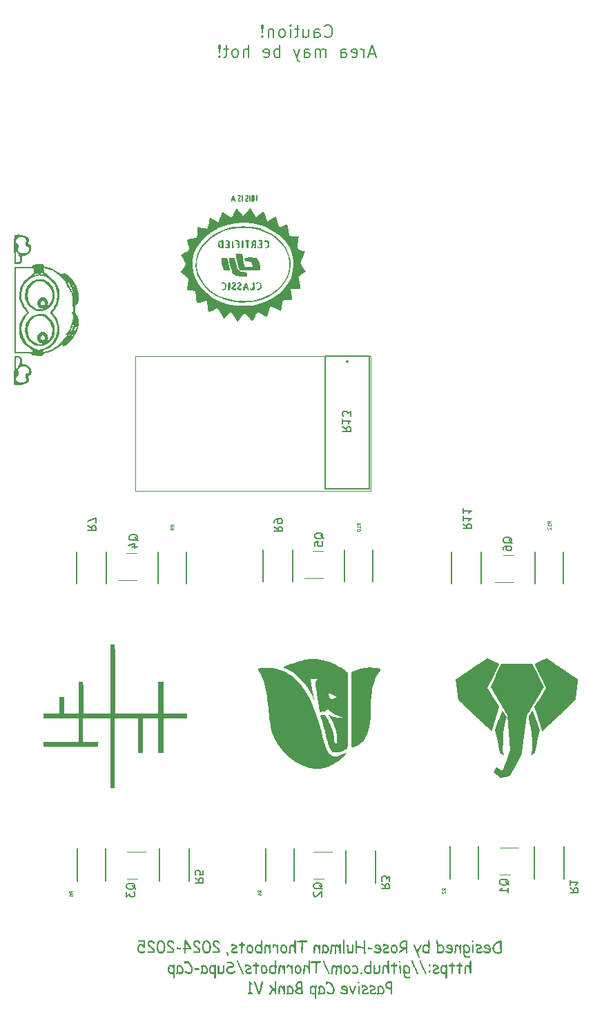
<source format=gbr>
%TF.GenerationSoftware,KiCad,Pcbnew,8.0.8*%
%TF.CreationDate,2025-01-27T11:22:29-05:00*%
%TF.ProjectId,Passive Cap Bank V1,50617373-6976-4652-9043-61702042616e,1.0*%
%TF.SameCoordinates,Original*%
%TF.FileFunction,Legend,Bot*%
%TF.FilePolarity,Positive*%
%FSLAX46Y46*%
G04 Gerber Fmt 4.6, Leading zero omitted, Abs format (unit mm)*
G04 Created by KiCad (PCBNEW 8.0.8) date 2025-01-27 11:22:29*
%MOMM*%
%LPD*%
G01*
G04 APERTURE LIST*
%ADD10C,0.100000*%
%ADD11C,0.200000*%
%ADD12C,0.150000*%
%ADD13C,0.098425*%
%ADD14C,0.120000*%
%ADD15C,0.152400*%
%ADD16C,0.000000*%
%ADD17C,0.127000*%
G04 APERTURE END LIST*
D10*
X64979600Y-92286000D02*
X93826000Y-92286000D01*
X93826000Y-108796000D01*
X64979600Y-108796000D01*
X64979600Y-92286000D01*
D11*
X88228857Y-53128255D02*
X88300285Y-53199684D01*
X88300285Y-53199684D02*
X88514571Y-53271112D01*
X88514571Y-53271112D02*
X88657428Y-53271112D01*
X88657428Y-53271112D02*
X88871714Y-53199684D01*
X88871714Y-53199684D02*
X89014571Y-53056826D01*
X89014571Y-53056826D02*
X89086000Y-52913969D01*
X89086000Y-52913969D02*
X89157428Y-52628255D01*
X89157428Y-52628255D02*
X89157428Y-52413969D01*
X89157428Y-52413969D02*
X89086000Y-52128255D01*
X89086000Y-52128255D02*
X89014571Y-51985398D01*
X89014571Y-51985398D02*
X88871714Y-51842541D01*
X88871714Y-51842541D02*
X88657428Y-51771112D01*
X88657428Y-51771112D02*
X88514571Y-51771112D01*
X88514571Y-51771112D02*
X88300285Y-51842541D01*
X88300285Y-51842541D02*
X88228857Y-51913969D01*
X86943143Y-53271112D02*
X86943143Y-52485398D01*
X86943143Y-52485398D02*
X87014571Y-52342541D01*
X87014571Y-52342541D02*
X87157428Y-52271112D01*
X87157428Y-52271112D02*
X87443143Y-52271112D01*
X87443143Y-52271112D02*
X87586000Y-52342541D01*
X86943143Y-53199684D02*
X87086000Y-53271112D01*
X87086000Y-53271112D02*
X87443143Y-53271112D01*
X87443143Y-53271112D02*
X87586000Y-53199684D01*
X87586000Y-53199684D02*
X87657428Y-53056826D01*
X87657428Y-53056826D02*
X87657428Y-52913969D01*
X87657428Y-52913969D02*
X87586000Y-52771112D01*
X87586000Y-52771112D02*
X87443143Y-52699684D01*
X87443143Y-52699684D02*
X87086000Y-52699684D01*
X87086000Y-52699684D02*
X86943143Y-52628255D01*
X85586000Y-52271112D02*
X85586000Y-53271112D01*
X86228857Y-52271112D02*
X86228857Y-53056826D01*
X86228857Y-53056826D02*
X86157428Y-53199684D01*
X86157428Y-53199684D02*
X86014571Y-53271112D01*
X86014571Y-53271112D02*
X85800285Y-53271112D01*
X85800285Y-53271112D02*
X85657428Y-53199684D01*
X85657428Y-53199684D02*
X85586000Y-53128255D01*
X85085999Y-52271112D02*
X84514571Y-52271112D01*
X84871714Y-51771112D02*
X84871714Y-53056826D01*
X84871714Y-53056826D02*
X84800285Y-53199684D01*
X84800285Y-53199684D02*
X84657428Y-53271112D01*
X84657428Y-53271112D02*
X84514571Y-53271112D01*
X84014571Y-53271112D02*
X84014571Y-52271112D01*
X84014571Y-51771112D02*
X84085999Y-51842541D01*
X84085999Y-51842541D02*
X84014571Y-51913969D01*
X84014571Y-51913969D02*
X83943142Y-51842541D01*
X83943142Y-51842541D02*
X84014571Y-51771112D01*
X84014571Y-51771112D02*
X84014571Y-51913969D01*
X83085999Y-53271112D02*
X83228856Y-53199684D01*
X83228856Y-53199684D02*
X83300285Y-53128255D01*
X83300285Y-53128255D02*
X83371713Y-52985398D01*
X83371713Y-52985398D02*
X83371713Y-52556826D01*
X83371713Y-52556826D02*
X83300285Y-52413969D01*
X83300285Y-52413969D02*
X83228856Y-52342541D01*
X83228856Y-52342541D02*
X83085999Y-52271112D01*
X83085999Y-52271112D02*
X82871713Y-52271112D01*
X82871713Y-52271112D02*
X82728856Y-52342541D01*
X82728856Y-52342541D02*
X82657428Y-52413969D01*
X82657428Y-52413969D02*
X82585999Y-52556826D01*
X82585999Y-52556826D02*
X82585999Y-52985398D01*
X82585999Y-52985398D02*
X82657428Y-53128255D01*
X82657428Y-53128255D02*
X82728856Y-53199684D01*
X82728856Y-53199684D02*
X82871713Y-53271112D01*
X82871713Y-53271112D02*
X83085999Y-53271112D01*
X81943142Y-52271112D02*
X81943142Y-53271112D01*
X81943142Y-52413969D02*
X81871713Y-52342541D01*
X81871713Y-52342541D02*
X81728856Y-52271112D01*
X81728856Y-52271112D02*
X81514570Y-52271112D01*
X81514570Y-52271112D02*
X81371713Y-52342541D01*
X81371713Y-52342541D02*
X81300285Y-52485398D01*
X81300285Y-52485398D02*
X81300285Y-53271112D01*
X80585999Y-53128255D02*
X80514570Y-53199684D01*
X80514570Y-53199684D02*
X80585999Y-53271112D01*
X80585999Y-53271112D02*
X80657427Y-53199684D01*
X80657427Y-53199684D02*
X80585999Y-53128255D01*
X80585999Y-53128255D02*
X80585999Y-53271112D01*
X80585999Y-52699684D02*
X80657427Y-51842541D01*
X80657427Y-51842541D02*
X80585999Y-51771112D01*
X80585999Y-51771112D02*
X80514570Y-51842541D01*
X80514570Y-51842541D02*
X80585999Y-52699684D01*
X80585999Y-52699684D02*
X80585999Y-51771112D01*
X94407427Y-55257457D02*
X93693142Y-55257457D01*
X94550284Y-55686028D02*
X94050284Y-54186028D01*
X94050284Y-54186028D02*
X93550284Y-55686028D01*
X93050285Y-55686028D02*
X93050285Y-54686028D01*
X93050285Y-54971742D02*
X92978856Y-54828885D01*
X92978856Y-54828885D02*
X92907428Y-54757457D01*
X92907428Y-54757457D02*
X92764570Y-54686028D01*
X92764570Y-54686028D02*
X92621713Y-54686028D01*
X91550285Y-55614600D02*
X91693142Y-55686028D01*
X91693142Y-55686028D02*
X91978857Y-55686028D01*
X91978857Y-55686028D02*
X92121714Y-55614600D01*
X92121714Y-55614600D02*
X92193142Y-55471742D01*
X92193142Y-55471742D02*
X92193142Y-54900314D01*
X92193142Y-54900314D02*
X92121714Y-54757457D01*
X92121714Y-54757457D02*
X91978857Y-54686028D01*
X91978857Y-54686028D02*
X91693142Y-54686028D01*
X91693142Y-54686028D02*
X91550285Y-54757457D01*
X91550285Y-54757457D02*
X91478857Y-54900314D01*
X91478857Y-54900314D02*
X91478857Y-55043171D01*
X91478857Y-55043171D02*
X92193142Y-55186028D01*
X90193143Y-55686028D02*
X90193143Y-54900314D01*
X90193143Y-54900314D02*
X90264571Y-54757457D01*
X90264571Y-54757457D02*
X90407428Y-54686028D01*
X90407428Y-54686028D02*
X90693143Y-54686028D01*
X90693143Y-54686028D02*
X90836000Y-54757457D01*
X90193143Y-55614600D02*
X90336000Y-55686028D01*
X90336000Y-55686028D02*
X90693143Y-55686028D01*
X90693143Y-55686028D02*
X90836000Y-55614600D01*
X90836000Y-55614600D02*
X90907428Y-55471742D01*
X90907428Y-55471742D02*
X90907428Y-55328885D01*
X90907428Y-55328885D02*
X90836000Y-55186028D01*
X90836000Y-55186028D02*
X90693143Y-55114600D01*
X90693143Y-55114600D02*
X90336000Y-55114600D01*
X90336000Y-55114600D02*
X90193143Y-55043171D01*
X88336000Y-55686028D02*
X88336000Y-54686028D01*
X88336000Y-54828885D02*
X88264571Y-54757457D01*
X88264571Y-54757457D02*
X88121714Y-54686028D01*
X88121714Y-54686028D02*
X87907428Y-54686028D01*
X87907428Y-54686028D02*
X87764571Y-54757457D01*
X87764571Y-54757457D02*
X87693143Y-54900314D01*
X87693143Y-54900314D02*
X87693143Y-55686028D01*
X87693143Y-54900314D02*
X87621714Y-54757457D01*
X87621714Y-54757457D02*
X87478857Y-54686028D01*
X87478857Y-54686028D02*
X87264571Y-54686028D01*
X87264571Y-54686028D02*
X87121714Y-54757457D01*
X87121714Y-54757457D02*
X87050285Y-54900314D01*
X87050285Y-54900314D02*
X87050285Y-55686028D01*
X85693143Y-55686028D02*
X85693143Y-54900314D01*
X85693143Y-54900314D02*
X85764571Y-54757457D01*
X85764571Y-54757457D02*
X85907428Y-54686028D01*
X85907428Y-54686028D02*
X86193143Y-54686028D01*
X86193143Y-54686028D02*
X86336000Y-54757457D01*
X85693143Y-55614600D02*
X85836000Y-55686028D01*
X85836000Y-55686028D02*
X86193143Y-55686028D01*
X86193143Y-55686028D02*
X86336000Y-55614600D01*
X86336000Y-55614600D02*
X86407428Y-55471742D01*
X86407428Y-55471742D02*
X86407428Y-55328885D01*
X86407428Y-55328885D02*
X86336000Y-55186028D01*
X86336000Y-55186028D02*
X86193143Y-55114600D01*
X86193143Y-55114600D02*
X85836000Y-55114600D01*
X85836000Y-55114600D02*
X85693143Y-55043171D01*
X85121714Y-54686028D02*
X84764571Y-55686028D01*
X84407428Y-54686028D02*
X84764571Y-55686028D01*
X84764571Y-55686028D02*
X84907428Y-56043171D01*
X84907428Y-56043171D02*
X84978857Y-56114600D01*
X84978857Y-56114600D02*
X85121714Y-56186028D01*
X82693143Y-55686028D02*
X82693143Y-54186028D01*
X82693143Y-54757457D02*
X82550286Y-54686028D01*
X82550286Y-54686028D02*
X82264571Y-54686028D01*
X82264571Y-54686028D02*
X82121714Y-54757457D01*
X82121714Y-54757457D02*
X82050286Y-54828885D01*
X82050286Y-54828885D02*
X81978857Y-54971742D01*
X81978857Y-54971742D02*
X81978857Y-55400314D01*
X81978857Y-55400314D02*
X82050286Y-55543171D01*
X82050286Y-55543171D02*
X82121714Y-55614600D01*
X82121714Y-55614600D02*
X82264571Y-55686028D01*
X82264571Y-55686028D02*
X82550286Y-55686028D01*
X82550286Y-55686028D02*
X82693143Y-55614600D01*
X80764571Y-55614600D02*
X80907428Y-55686028D01*
X80907428Y-55686028D02*
X81193143Y-55686028D01*
X81193143Y-55686028D02*
X81336000Y-55614600D01*
X81336000Y-55614600D02*
X81407428Y-55471742D01*
X81407428Y-55471742D02*
X81407428Y-54900314D01*
X81407428Y-54900314D02*
X81336000Y-54757457D01*
X81336000Y-54757457D02*
X81193143Y-54686028D01*
X81193143Y-54686028D02*
X80907428Y-54686028D01*
X80907428Y-54686028D02*
X80764571Y-54757457D01*
X80764571Y-54757457D02*
X80693143Y-54900314D01*
X80693143Y-54900314D02*
X80693143Y-55043171D01*
X80693143Y-55043171D02*
X81407428Y-55186028D01*
X78907429Y-55686028D02*
X78907429Y-54186028D01*
X78264572Y-55686028D02*
X78264572Y-54900314D01*
X78264572Y-54900314D02*
X78336000Y-54757457D01*
X78336000Y-54757457D02*
X78478857Y-54686028D01*
X78478857Y-54686028D02*
X78693143Y-54686028D01*
X78693143Y-54686028D02*
X78836000Y-54757457D01*
X78836000Y-54757457D02*
X78907429Y-54828885D01*
X77336000Y-55686028D02*
X77478857Y-55614600D01*
X77478857Y-55614600D02*
X77550286Y-55543171D01*
X77550286Y-55543171D02*
X77621714Y-55400314D01*
X77621714Y-55400314D02*
X77621714Y-54971742D01*
X77621714Y-54971742D02*
X77550286Y-54828885D01*
X77550286Y-54828885D02*
X77478857Y-54757457D01*
X77478857Y-54757457D02*
X77336000Y-54686028D01*
X77336000Y-54686028D02*
X77121714Y-54686028D01*
X77121714Y-54686028D02*
X76978857Y-54757457D01*
X76978857Y-54757457D02*
X76907429Y-54828885D01*
X76907429Y-54828885D02*
X76836000Y-54971742D01*
X76836000Y-54971742D02*
X76836000Y-55400314D01*
X76836000Y-55400314D02*
X76907429Y-55543171D01*
X76907429Y-55543171D02*
X76978857Y-55614600D01*
X76978857Y-55614600D02*
X77121714Y-55686028D01*
X77121714Y-55686028D02*
X77336000Y-55686028D01*
X76407428Y-54686028D02*
X75836000Y-54686028D01*
X76193143Y-54186028D02*
X76193143Y-55471742D01*
X76193143Y-55471742D02*
X76121714Y-55614600D01*
X76121714Y-55614600D02*
X75978857Y-55686028D01*
X75978857Y-55686028D02*
X75836000Y-55686028D01*
X75336000Y-55543171D02*
X75264571Y-55614600D01*
X75264571Y-55614600D02*
X75336000Y-55686028D01*
X75336000Y-55686028D02*
X75407428Y-55614600D01*
X75407428Y-55614600D02*
X75336000Y-55543171D01*
X75336000Y-55543171D02*
X75336000Y-55686028D01*
X75336000Y-55114600D02*
X75407428Y-54257457D01*
X75407428Y-54257457D02*
X75336000Y-54186028D01*
X75336000Y-54186028D02*
X75264571Y-54257457D01*
X75264571Y-54257457D02*
X75336000Y-55114600D01*
X75336000Y-55114600D02*
X75336000Y-54186028D01*
D10*
G36*
X109829213Y-163802234D02*
G01*
X109887214Y-163844744D01*
X109900926Y-163861776D01*
X109927563Y-163932305D01*
X109927463Y-163972500D01*
X109926886Y-164048755D01*
X109925960Y-164127537D01*
X109924854Y-164204023D01*
X109923460Y-164288778D01*
X109922922Y-164317948D01*
X109921515Y-164399946D01*
X109920269Y-164485160D01*
X109919366Y-164568765D01*
X109919015Y-164645250D01*
X109919024Y-164652041D01*
X109920106Y-164731439D01*
X109922269Y-164810001D01*
X109925109Y-164889712D01*
X109928247Y-164966185D01*
X109928794Y-164979430D01*
X109931711Y-165054529D01*
X109934324Y-165132670D01*
X109936269Y-165209481D01*
X109937137Y-165286754D01*
X109937029Y-165292198D01*
X109909440Y-165361492D01*
X109905883Y-165365174D01*
X109840026Y-165391900D01*
X109830452Y-165391900D01*
X109799720Y-165412852D01*
X109735377Y-165442503D01*
X109667005Y-165463341D01*
X109644672Y-165468837D01*
X109576518Y-165481637D01*
X109506293Y-165486789D01*
X109438648Y-165485100D01*
X109359786Y-165478240D01*
X109287252Y-165466102D01*
X109208565Y-165444571D01*
X109138989Y-165415441D01*
X109078526Y-165378711D01*
X109045983Y-165353455D01*
X108993275Y-165304518D01*
X108945967Y-165249551D01*
X108904058Y-165188552D01*
X108867549Y-165121524D01*
X108849357Y-165081275D01*
X108823357Y-165009766D01*
X108804786Y-164936889D01*
X108793643Y-164862645D01*
X108789929Y-164787033D01*
X108789951Y-164785201D01*
X108984151Y-164785201D01*
X108984367Y-164800641D01*
X108991940Y-164876683D01*
X109010333Y-164950794D01*
X109039545Y-165022972D01*
X109046616Y-165037032D01*
X109086380Y-165101883D01*
X109133490Y-165157646D01*
X109187947Y-165204322D01*
X109222161Y-165224903D01*
X109288989Y-165250577D01*
X109359665Y-165265717D01*
X109429308Y-165273251D01*
X109507319Y-165275763D01*
X109515333Y-165275704D01*
X109590733Y-165268620D01*
X109657518Y-165249729D01*
X109721031Y-165215313D01*
X109741206Y-165202124D01*
X109725818Y-164644151D01*
X109728554Y-164350693D01*
X109733341Y-164056503D01*
X109711409Y-164066825D01*
X109628694Y-164106198D01*
X109554004Y-164142502D01*
X109487339Y-164175738D01*
X109415293Y-164212969D01*
X109345389Y-164251317D01*
X109280271Y-164291709D01*
X109262052Y-164304612D01*
X109194963Y-164357853D01*
X109137127Y-164413692D01*
X109088545Y-164472130D01*
X109049216Y-164533167D01*
X109013069Y-164613117D01*
X108991380Y-164697129D01*
X108984151Y-164785201D01*
X108789951Y-164785201D01*
X108790149Y-164768968D01*
X108797875Y-164680047D01*
X108816636Y-164593471D01*
X108846434Y-164509237D01*
X108878219Y-164443538D01*
X108917066Y-164379338D01*
X108962977Y-164316638D01*
X109015951Y-164255438D01*
X109028041Y-164242742D01*
X109090864Y-164182362D01*
X109157644Y-164127151D01*
X109228381Y-164077111D01*
X109287820Y-164040800D01*
X109349791Y-164007799D01*
X109414295Y-163978106D01*
X109481331Y-163951722D01*
X109520822Y-163933690D01*
X109586414Y-163900958D01*
X109652643Y-163867092D01*
X109676191Y-163854849D01*
X109741053Y-163822735D01*
X109806516Y-163798582D01*
X109829213Y-163802234D01*
G37*
G36*
X108182805Y-164316165D02*
G01*
X108259157Y-164330101D01*
X108329281Y-164357974D01*
X108393179Y-164399782D01*
X108450849Y-164455527D01*
X108494151Y-164512626D01*
X108529023Y-164571418D01*
X108563067Y-164647564D01*
X108588600Y-164729816D01*
X108603376Y-164803023D01*
X108612242Y-164880469D01*
X108615197Y-164962155D01*
X108615054Y-164976571D01*
X108608162Y-165058832D01*
X108590931Y-165133828D01*
X108563362Y-165201559D01*
X108518132Y-165271398D01*
X108468163Y-165323390D01*
X108405262Y-165368786D01*
X108334441Y-165403032D01*
X108267434Y-165423511D01*
X108194609Y-165435798D01*
X108115965Y-165439894D01*
X108107259Y-165439822D01*
X108037033Y-165434069D01*
X107965781Y-165419111D01*
X107893504Y-165394948D01*
X107829419Y-165366255D01*
X107779870Y-165338422D01*
X107718059Y-165290502D01*
X107674220Y-165231612D01*
X107657424Y-165159992D01*
X107684095Y-165093314D01*
X107743934Y-165064737D01*
X107762442Y-165068057D01*
X107814374Y-165117860D01*
X107832464Y-165139977D01*
X107891911Y-165178425D01*
X107960382Y-165203223D01*
X107976976Y-165207806D01*
X108044158Y-165222457D01*
X108116307Y-165228868D01*
X108161722Y-165226887D01*
X108233714Y-165214273D01*
X108303348Y-165187469D01*
X108332440Y-165170390D01*
X108389203Y-165123665D01*
X108437389Y-165063638D01*
X108070145Y-164890714D01*
X108060505Y-164886218D01*
X107990985Y-164852924D01*
X107928919Y-164821162D01*
X107866349Y-164783736D01*
X107813786Y-164734212D01*
X107772903Y-164669590D01*
X107759242Y-164602019D01*
X107910459Y-164602019D01*
X107960095Y-164638762D01*
X108025527Y-164678925D01*
X108087340Y-164712528D01*
X108158708Y-164748198D01*
X108453802Y-164887783D01*
X108440865Y-164833233D01*
X108416139Y-164755254D01*
X108382395Y-164681214D01*
X108337542Y-164615941D01*
X108332631Y-164610374D01*
X108279296Y-164564421D01*
X108211758Y-164534286D01*
X108142294Y-164525449D01*
X108114924Y-164526122D01*
X108039809Y-164536217D01*
X107968656Y-164561640D01*
X107910459Y-164602019D01*
X107759242Y-164602019D01*
X107757612Y-164593959D01*
X107759551Y-164557884D01*
X107778097Y-164485504D01*
X107821735Y-164419359D01*
X107881736Y-164372675D01*
X107928682Y-164349977D01*
X107997312Y-164328986D01*
X108066127Y-164318064D01*
X108142294Y-164314423D01*
X108182805Y-164316165D01*
G37*
G36*
X106842239Y-164595791D02*
G01*
X106907371Y-164568219D01*
X106916440Y-164554025D01*
X106935141Y-164478813D01*
X106941401Y-164431660D01*
X107012889Y-164452938D01*
X107085391Y-164476795D01*
X107154356Y-164500569D01*
X107163662Y-164503833D01*
X107231495Y-164538753D01*
X107289237Y-164587875D01*
X107318858Y-164654851D01*
X107319587Y-164666866D01*
X107262825Y-164683352D01*
X107183853Y-164700409D01*
X107112863Y-164719708D01*
X107040130Y-164745055D01*
X106970310Y-164777759D01*
X106933879Y-164800222D01*
X106872723Y-164852472D01*
X106826588Y-164914014D01*
X106795474Y-164984847D01*
X106779380Y-165064972D01*
X106776928Y-165114929D01*
X106785412Y-165194041D01*
X106810866Y-165262849D01*
X106853288Y-165321352D01*
X106912678Y-165369552D01*
X106980665Y-165403555D01*
X107048999Y-165424438D01*
X107124771Y-165436528D01*
X107197172Y-165439894D01*
X107267227Y-165436359D01*
X107335442Y-165425752D01*
X107401817Y-165408074D01*
X107437898Y-165395198D01*
X107502674Y-165363988D01*
X107557618Y-165317055D01*
X107585380Y-165249117D01*
X107585958Y-165236562D01*
X107557719Y-165167398D01*
X107555867Y-165165487D01*
X107491593Y-165135198D01*
X107486795Y-165135079D01*
X107424179Y-165167682D01*
X107409859Y-165180875D01*
X107342988Y-165209726D01*
X107306251Y-165217511D01*
X107236740Y-165226994D01*
X107197514Y-165228868D01*
X107126067Y-165224360D01*
X107055267Y-165208352D01*
X106994025Y-165175403D01*
X106965679Y-165113464D01*
X106980123Y-165041722D01*
X107023453Y-164984355D01*
X107086221Y-164945428D01*
X107148275Y-164923687D01*
X107248463Y-164900606D01*
X107321146Y-164881551D01*
X107389234Y-164856134D01*
X107430033Y-164832829D01*
X107480511Y-164777913D01*
X107505255Y-164704253D01*
X107507996Y-164663935D01*
X107501336Y-164589961D01*
X107476732Y-164514271D01*
X107433998Y-164450012D01*
X107373134Y-164397183D01*
X107318561Y-164366447D01*
X107249208Y-164338776D01*
X107179057Y-164315619D01*
X107133913Y-164301967D01*
X107068097Y-164281845D01*
X106998181Y-164257811D01*
X106952001Y-164238586D01*
X106883587Y-164221265D01*
X106866516Y-164220634D01*
X106802162Y-164245428D01*
X106798812Y-164248844D01*
X106772245Y-164316872D01*
X106772141Y-164322483D01*
X106762312Y-164397872D01*
X106760173Y-164408212D01*
X106748626Y-164481998D01*
X106748205Y-164493942D01*
X106771647Y-164563987D01*
X106774876Y-164567581D01*
X106839688Y-164595763D01*
X106842239Y-164595791D01*
G37*
G36*
X106354632Y-164056503D02*
G01*
X106421519Y-164036187D01*
X106434646Y-164025728D01*
X106467862Y-163959055D01*
X106468156Y-163950990D01*
X106440635Y-163882501D01*
X106434646Y-163876618D01*
X106371510Y-163846572D01*
X106354632Y-163845477D01*
X106288197Y-163866035D01*
X106275302Y-163876618D01*
X106242425Y-163942928D01*
X106242134Y-163950990D01*
X106269375Y-164019780D01*
X106275302Y-164025728D01*
X106340524Y-164055751D01*
X106354632Y-164056503D01*
G37*
G36*
X106311206Y-164911963D02*
G01*
X106310436Y-164990274D01*
X106308850Y-165069563D01*
X106308128Y-165099908D01*
X106306182Y-165178690D01*
X106304923Y-165252819D01*
X106304709Y-165288219D01*
X106326052Y-165358047D01*
X106330696Y-165363690D01*
X106393848Y-165392885D01*
X106399084Y-165393000D01*
X106463398Y-165367240D01*
X106466788Y-165363690D01*
X106493015Y-165293924D01*
X106493118Y-165288219D01*
X106493973Y-165209634D01*
X106495736Y-165130259D01*
X106496537Y-165099908D01*
X106498484Y-165021169D01*
X106499743Y-164947203D01*
X106499957Y-164911963D01*
X106498825Y-164838451D01*
X106495833Y-164761629D01*
X106491542Y-164684352D01*
X106490382Y-164666133D01*
X106485589Y-164587143D01*
X106482103Y-164508418D01*
X106480505Y-164432812D01*
X106480466Y-164420302D01*
X106458842Y-164349385D01*
X106454137Y-164343732D01*
X106388983Y-164314452D01*
X106386433Y-164314423D01*
X106322078Y-164340183D01*
X106318728Y-164343732D01*
X106292292Y-164411599D01*
X106292057Y-164420302D01*
X106293188Y-164493815D01*
X106296180Y-164570637D01*
X106300472Y-164647913D01*
X106301631Y-164666133D01*
X106306260Y-164745123D01*
X106309626Y-164823848D01*
X106311168Y-164899454D01*
X106311206Y-164911963D01*
G37*
G36*
X105530121Y-164315120D02*
G01*
X105608143Y-164322961D01*
X105680722Y-164339513D01*
X105747858Y-164364778D01*
X105809550Y-164398754D01*
X105865800Y-164441442D01*
X105916607Y-164492842D01*
X105925779Y-164503803D01*
X105974698Y-164574077D01*
X106007456Y-164638541D01*
X106032935Y-164708372D01*
X106051134Y-164783570D01*
X106062053Y-164864134D01*
X106065693Y-164950065D01*
X106063989Y-165000606D01*
X106052804Y-165083240D01*
X106031180Y-165158476D01*
X105999116Y-165226314D01*
X105956614Y-165286754D01*
X105942725Y-165302459D01*
X105882095Y-165355147D01*
X105813344Y-165391623D01*
X105746525Y-165410241D01*
X105673488Y-165416447D01*
X105639600Y-165414386D01*
X105571207Y-165395782D01*
X105509698Y-165357829D01*
X105462674Y-165310602D01*
X105420337Y-165249522D01*
X105385916Y-165181974D01*
X105387831Y-165261289D01*
X105392928Y-165347637D01*
X105401079Y-165424350D01*
X105414447Y-165501672D01*
X105434814Y-165573983D01*
X105454208Y-165618771D01*
X105496736Y-165683046D01*
X105550194Y-165729368D01*
X105614583Y-165757738D01*
X105689901Y-165768157D01*
X105732001Y-165768136D01*
X105800290Y-165763534D01*
X105868735Y-165752036D01*
X105914664Y-165742570D01*
X105983969Y-165734085D01*
X106049337Y-165762416D01*
X106067745Y-165834468D01*
X106061952Y-165872433D01*
X106015614Y-165929955D01*
X105946698Y-165957933D01*
X105941229Y-165959241D01*
X105869358Y-165971691D01*
X105800649Y-165977501D01*
X105731959Y-165979182D01*
X105679023Y-165977660D01*
X105605629Y-165969665D01*
X105529118Y-165951679D01*
X105462425Y-165924365D01*
X105398226Y-165881729D01*
X105353923Y-165835842D01*
X105311798Y-165770863D01*
X105281210Y-165701231D01*
X105259740Y-165631136D01*
X105251796Y-165596687D01*
X105238503Y-165520574D01*
X105229711Y-165446087D01*
X105223571Y-165364237D01*
X105220417Y-165288219D01*
X105198191Y-164936143D01*
X105193423Y-164889216D01*
X105183245Y-164813138D01*
X105172204Y-164739039D01*
X105165348Y-164693968D01*
X105155891Y-164614490D01*
X105154262Y-164582968D01*
X105341464Y-164582968D01*
X105342914Y-164596456D01*
X105351489Y-164672620D01*
X105361220Y-164751156D01*
X105371981Y-164827303D01*
X105384890Y-164902071D01*
X105401093Y-164969035D01*
X105434184Y-165036431D01*
X105478924Y-165098076D01*
X105530904Y-165149967D01*
X105595611Y-165190326D01*
X105667675Y-165205421D01*
X105699408Y-165203748D01*
X105769880Y-165183744D01*
X105826335Y-165136911D01*
X105856510Y-165081549D01*
X105874160Y-165010170D01*
X105879336Y-164931381D01*
X105875049Y-164859260D01*
X105859651Y-164783921D01*
X105833054Y-164716138D01*
X105789747Y-164648914D01*
X105776942Y-164633963D01*
X105719229Y-164583805D01*
X105651129Y-164549081D01*
X105583022Y-164531357D01*
X105506963Y-164525449D01*
X105490518Y-164525951D01*
X105421478Y-164539737D01*
X105403507Y-164546564D01*
X105341464Y-164582968D01*
X105154262Y-164582968D01*
X105152029Y-164539737D01*
X105154542Y-164504625D01*
X105188314Y-164437145D01*
X105254953Y-164415173D01*
X105285531Y-164378327D01*
X105347277Y-164339702D01*
X105354956Y-164336641D01*
X105424562Y-164319262D01*
X105497389Y-164314423D01*
X105530121Y-164315120D01*
G37*
G36*
X104212720Y-165439894D02*
G01*
X104280279Y-165414045D01*
X104306070Y-165348303D01*
X104333083Y-165134713D01*
X104340675Y-165058068D01*
X104345116Y-164984800D01*
X104346419Y-164921122D01*
X104343801Y-164844506D01*
X104342999Y-164828799D01*
X104339850Y-164754401D01*
X104339580Y-164736108D01*
X104343261Y-164654025D01*
X104358814Y-164578114D01*
X104407200Y-164526272D01*
X104416516Y-164525449D01*
X104489436Y-164541164D01*
X104553764Y-164582723D01*
X104603879Y-164634672D01*
X104622364Y-164658439D01*
X104664230Y-164722896D01*
X104701267Y-164795368D01*
X104729712Y-164865354D01*
X104754459Y-164941477D01*
X104760850Y-164964353D01*
X104767014Y-165040762D01*
X104769398Y-165062173D01*
X104774848Y-165135262D01*
X104775211Y-165158893D01*
X104770761Y-165234467D01*
X104769398Y-165249018D01*
X104763864Y-165324339D01*
X104763585Y-165338778D01*
X104787027Y-165408136D01*
X104790257Y-165411684D01*
X104855390Y-165439867D01*
X104857961Y-165439894D01*
X104923036Y-165415100D01*
X104926349Y-165411684D01*
X104951894Y-165343656D01*
X104951994Y-165338045D01*
X104956969Y-165262190D01*
X104958491Y-165247553D01*
X104964261Y-165173776D01*
X104964646Y-165156695D01*
X104963030Y-165075933D01*
X104959303Y-164995752D01*
X104954174Y-164913824D01*
X104950969Y-164869099D01*
X104945506Y-164792458D01*
X104940906Y-164714227D01*
X104937825Y-164638152D01*
X104936949Y-164581136D01*
X104939383Y-164504561D01*
X104940368Y-164485515D01*
X104943202Y-164410492D01*
X104943446Y-164389894D01*
X104917774Y-164320553D01*
X104916091Y-164318819D01*
X104850896Y-164291003D01*
X104848387Y-164290976D01*
X104782865Y-164320841D01*
X104754401Y-164395040D01*
X104750934Y-164426897D01*
X104748198Y-164548896D01*
X104697545Y-164481348D01*
X104646458Y-164425248D01*
X104584580Y-164373041D01*
X104522077Y-164337321D01*
X104448367Y-164316484D01*
X104416516Y-164314423D01*
X104345414Y-164323124D01*
X104279372Y-164353714D01*
X104228098Y-164406329D01*
X104202120Y-164453642D01*
X104178119Y-164527886D01*
X104165094Y-164604280D01*
X104158512Y-164684010D01*
X104156984Y-164728048D01*
X104156984Y-164827699D01*
X104158010Y-164919657D01*
X104154624Y-164994196D01*
X104146469Y-165069546D01*
X104137493Y-165131415D01*
X104126494Y-165207715D01*
X104119100Y-165280653D01*
X104116635Y-165342075D01*
X104142307Y-165411073D01*
X104143990Y-165412783D01*
X104207603Y-165439788D01*
X104212720Y-165439894D01*
G37*
G36*
X103541996Y-164316165D02*
G01*
X103618347Y-164330101D01*
X103688472Y-164357974D01*
X103752369Y-164399782D01*
X103810039Y-164455527D01*
X103853341Y-164512626D01*
X103888213Y-164571418D01*
X103922257Y-164647564D01*
X103947791Y-164729816D01*
X103962567Y-164803023D01*
X103971433Y-164880469D01*
X103974388Y-164962155D01*
X103974244Y-164976571D01*
X103967352Y-165058832D01*
X103950122Y-165133828D01*
X103922553Y-165201559D01*
X103877322Y-165271398D01*
X103827354Y-165323390D01*
X103764452Y-165368786D01*
X103693631Y-165403032D01*
X103626624Y-165423511D01*
X103553799Y-165435798D01*
X103475156Y-165439894D01*
X103466449Y-165439822D01*
X103396224Y-165434069D01*
X103324972Y-165419111D01*
X103252694Y-165394948D01*
X103188610Y-165366255D01*
X103139060Y-165338422D01*
X103077249Y-165290502D01*
X103033410Y-165231612D01*
X103016614Y-165159992D01*
X103043285Y-165093314D01*
X103103125Y-165064737D01*
X103121632Y-165068057D01*
X103173564Y-165117860D01*
X103191654Y-165139977D01*
X103251101Y-165178425D01*
X103319573Y-165203223D01*
X103336166Y-165207806D01*
X103403348Y-165222457D01*
X103475497Y-165228868D01*
X103520912Y-165226887D01*
X103592904Y-165214273D01*
X103662539Y-165187469D01*
X103691630Y-165170390D01*
X103748394Y-165123665D01*
X103796579Y-165063638D01*
X103429336Y-164890714D01*
X103419696Y-164886218D01*
X103350175Y-164852924D01*
X103288109Y-164821162D01*
X103225539Y-164783736D01*
X103172976Y-164734212D01*
X103132094Y-164669590D01*
X103118432Y-164602019D01*
X103269650Y-164602019D01*
X103319286Y-164638762D01*
X103384718Y-164678925D01*
X103446530Y-164712528D01*
X103517898Y-164748198D01*
X103812992Y-164887783D01*
X103800056Y-164833233D01*
X103775329Y-164755254D01*
X103741586Y-164681214D01*
X103696733Y-164615941D01*
X103691822Y-164610374D01*
X103638487Y-164564421D01*
X103570948Y-164534286D01*
X103501485Y-164525449D01*
X103474114Y-164526122D01*
X103398999Y-164536217D01*
X103327846Y-164561640D01*
X103269650Y-164602019D01*
X103118432Y-164602019D01*
X103116802Y-164593959D01*
X103118742Y-164557884D01*
X103137288Y-164485504D01*
X103180925Y-164419359D01*
X103240927Y-164372675D01*
X103287873Y-164349977D01*
X103356502Y-164328986D01*
X103425318Y-164318064D01*
X103501485Y-164314423D01*
X103541996Y-164316165D01*
G37*
G36*
X102073544Y-163774402D02*
G01*
X102101583Y-163842546D01*
X102102732Y-163852140D01*
X102110494Y-163934709D01*
X102115739Y-164010195D01*
X102120733Y-164099437D01*
X102124547Y-164180736D01*
X102128202Y-164270839D01*
X102130838Y-164344193D01*
X102133383Y-164422501D01*
X102223655Y-164351426D01*
X102257123Y-164335237D01*
X102325181Y-164318795D01*
X102395993Y-164314423D01*
X102422818Y-164315073D01*
X102499494Y-164324819D01*
X102570472Y-164346260D01*
X102635752Y-164379396D01*
X102695333Y-164424226D01*
X102749217Y-164480752D01*
X102788423Y-164535414D01*
X102826699Y-164608091D01*
X102855406Y-164688497D01*
X102872019Y-164761405D01*
X102881987Y-164839679D01*
X102885309Y-164923321D01*
X102884783Y-164951529D01*
X102876889Y-165032291D01*
X102859522Y-165107257D01*
X102832682Y-165176427D01*
X102796370Y-165239801D01*
X102750585Y-165297378D01*
X102699198Y-165345811D01*
X102633168Y-165389652D01*
X102560594Y-165419853D01*
X102493179Y-165434884D01*
X102420955Y-165439894D01*
X102400796Y-165439408D01*
X102331840Y-165430041D01*
X102265372Y-165408753D01*
X102246822Y-165400687D01*
X102183242Y-165366597D01*
X102121757Y-165323390D01*
X102096304Y-165380097D01*
X102034220Y-165416447D01*
X101971987Y-165389702D01*
X101944974Y-165321925D01*
X101946684Y-165298478D01*
X101952000Y-165264311D01*
X101961064Y-165187169D01*
X101967020Y-165113910D01*
X101971523Y-165032494D01*
X101974573Y-164942921D01*
X101975968Y-164865389D01*
X101976433Y-164782637D01*
X101975706Y-164707188D01*
X101975070Y-164685184D01*
X102149796Y-164685184D01*
X102151506Y-164801321D01*
X102152532Y-164915627D01*
X102149796Y-165085986D01*
X102177493Y-165116394D01*
X102223577Y-165155018D01*
X102284179Y-165198460D01*
X102350540Y-165222187D01*
X102420955Y-165228868D01*
X102435585Y-165228511D01*
X102505248Y-165215988D01*
X102569101Y-165185577D01*
X102627144Y-165137277D01*
X102637786Y-165125690D01*
X102680695Y-165063587D01*
X102706441Y-164994543D01*
X102715023Y-164918558D01*
X102711161Y-164837076D01*
X102697292Y-164755588D01*
X102673334Y-164686511D01*
X102634325Y-164623635D01*
X102601214Y-164590267D01*
X102540864Y-164553159D01*
X102467693Y-164531586D01*
X102391890Y-164525449D01*
X102381426Y-164525605D01*
X102313414Y-164535432D01*
X102246907Y-164565383D01*
X102239395Y-164570530D01*
X102186223Y-164622943D01*
X102149796Y-164685184D01*
X101975070Y-164685184D01*
X101973526Y-164631786D01*
X101969893Y-164556430D01*
X101964807Y-164481119D01*
X101960169Y-164421557D01*
X101953774Y-164337265D01*
X101948052Y-164259033D01*
X101941469Y-164164151D01*
X101936084Y-164080042D01*
X101931895Y-164006706D01*
X101928342Y-163930186D01*
X101926509Y-163851339D01*
X101948394Y-163776600D01*
X102014046Y-163751688D01*
X102073544Y-163774402D01*
G37*
G36*
X101026662Y-163783893D02*
G01*
X101075763Y-163837417D01*
X101089390Y-163872640D01*
X101099698Y-163948059D01*
X101099799Y-164008180D01*
X101100060Y-164084436D01*
X101100376Y-164158252D01*
X101100724Y-164231625D01*
X101100965Y-164281565D01*
X101101308Y-164358932D01*
X101101606Y-164439651D01*
X101101750Y-164514458D01*
X101101730Y-164528436D01*
X101101144Y-164601784D01*
X101099942Y-164681337D01*
X101098364Y-164762027D01*
X101096621Y-164839423D01*
X101096284Y-164852828D01*
X101094489Y-164928837D01*
X101092881Y-165007942D01*
X101091684Y-165085726D01*
X101091150Y-165164022D01*
X101091171Y-165169196D01*
X101093544Y-165242790D01*
X101093691Y-165246017D01*
X101095937Y-165321192D01*
X101070634Y-165389336D01*
X101008400Y-165416447D01*
X100987179Y-165413356D01*
X100933516Y-165366988D01*
X100871667Y-165398884D01*
X100806485Y-165421668D01*
X100737969Y-165435337D01*
X100666119Y-165439894D01*
X100640060Y-165439254D01*
X100565139Y-165429659D01*
X100495099Y-165408549D01*
X100429940Y-165375923D01*
X100369661Y-165331784D01*
X100314262Y-165276129D01*
X100297120Y-165255337D01*
X100252328Y-165189644D01*
X100217491Y-165118980D01*
X100192606Y-165043345D01*
X100177676Y-164962738D01*
X100172720Y-164877525D01*
X100347772Y-164877525D01*
X100349960Y-164923258D01*
X100364920Y-164999491D01*
X100394054Y-165067900D01*
X100437361Y-165128484D01*
X100466477Y-165157404D01*
X100525072Y-165197106D01*
X100591619Y-165220928D01*
X100666119Y-165228868D01*
X100732206Y-165224763D01*
X100799475Y-165210184D01*
X100865579Y-165183006D01*
X100929412Y-165154863D01*
X100930438Y-164992930D01*
X100931464Y-164839057D01*
X100929412Y-164668331D01*
X100911520Y-164654775D01*
X100850107Y-164609695D01*
X100790927Y-164570878D01*
X100765168Y-164557791D01*
X100699132Y-164534144D01*
X100629531Y-164525449D01*
X100613285Y-164525865D01*
X100538345Y-164540441D01*
X100473891Y-164575840D01*
X100419922Y-164632061D01*
X100403012Y-164657455D01*
X100370601Y-164727550D01*
X100353480Y-164798712D01*
X100347772Y-164877525D01*
X100172720Y-164877525D01*
X100172699Y-164877159D01*
X100173172Y-164848319D01*
X100180265Y-164765234D01*
X100195868Y-164687302D01*
X100219983Y-164614521D01*
X100252609Y-164546893D01*
X100293746Y-164484416D01*
X100310164Y-164463831D01*
X100363074Y-164410044D01*
X100421466Y-164368210D01*
X100485339Y-164338328D01*
X100554694Y-164320399D01*
X100629531Y-164314423D01*
X100633686Y-164314453D01*
X100702619Y-164323005D01*
X100771436Y-164344831D01*
X100804757Y-164359590D01*
X100868809Y-164394720D01*
X100930438Y-164436056D01*
X100928387Y-164173739D01*
X100925651Y-163948792D01*
X100920864Y-163906660D01*
X100916077Y-163864528D01*
X100926223Y-163810054D01*
X100988226Y-163775135D01*
X101026662Y-163783893D01*
G37*
G36*
X99114053Y-164474891D02*
G01*
X99446761Y-165239493D01*
X99476632Y-165307866D01*
X99511432Y-165389339D01*
X99543411Y-165466375D01*
X99572567Y-165538976D01*
X99598902Y-165607139D01*
X99626780Y-165683080D01*
X99635170Y-165706974D01*
X99698770Y-165905177D01*
X99738429Y-165965017D01*
X99785281Y-165979182D01*
X99851318Y-165955354D01*
X99855037Y-165952071D01*
X99884102Y-165885393D01*
X99871129Y-165811983D01*
X99849847Y-165741218D01*
X99825524Y-165670825D01*
X99794714Y-165588181D01*
X99767351Y-165518159D01*
X99736339Y-165441246D01*
X99701678Y-165357442D01*
X99676544Y-165297745D01*
X100020878Y-164584800D01*
X100063962Y-164509329D01*
X100089315Y-164439912D01*
X100089950Y-164429461D01*
X100066911Y-164358015D01*
X100059859Y-164349228D01*
X99998802Y-164314729D01*
X99991813Y-164314423D01*
X99928432Y-164344813D01*
X99923767Y-164351426D01*
X99882526Y-164417389D01*
X99840526Y-164489980D01*
X99797767Y-164569201D01*
X99754250Y-164655050D01*
X99721114Y-164723788D01*
X99687552Y-164796254D01*
X99653562Y-164872448D01*
X99619146Y-164952372D01*
X99584304Y-165036024D01*
X99572594Y-165064737D01*
X99430347Y-164701670D01*
X99401701Y-164634286D01*
X99368796Y-164559676D01*
X99336448Y-164489379D01*
X99304655Y-164423395D01*
X99282287Y-164378903D01*
X99236339Y-164323491D01*
X99201590Y-164314423D01*
X99137560Y-164340300D01*
X99131834Y-164345930D01*
X99101669Y-164412666D01*
X99101401Y-164420669D01*
X99114053Y-164474891D01*
G37*
G36*
X98260437Y-163803133D02*
G01*
X98316991Y-163848041D01*
X98333220Y-163877143D01*
X98347765Y-163950990D01*
X98347729Y-163957737D01*
X98344511Y-164031156D01*
X98338533Y-164106695D01*
X98337965Y-164113079D01*
X98332222Y-164187097D01*
X98329301Y-164262033D01*
X98330519Y-164314789D01*
X98334801Y-164388154D01*
X98341197Y-164465823D01*
X98348791Y-164543401D01*
X98353279Y-164588761D01*
X98360460Y-164670827D01*
X98365677Y-164749356D01*
X98367940Y-164825501D01*
X98367912Y-164835980D01*
X98366565Y-164911955D01*
X98363901Y-164992426D01*
X98360759Y-165068034D01*
X98360317Y-165078009D01*
X98357288Y-165152215D01*
X98354764Y-165230997D01*
X98353578Y-165310201D01*
X98353338Y-165318587D01*
X98326223Y-165386039D01*
X98322748Y-165389721D01*
X98257151Y-165416447D01*
X98252034Y-165416328D01*
X98188421Y-165386039D01*
X98183533Y-165380136D01*
X98161066Y-165309468D01*
X98165853Y-165104304D01*
X98173718Y-164900606D01*
X98125312Y-164916224D01*
X98053745Y-164942918D01*
X97983428Y-164973535D01*
X97914362Y-165008074D01*
X97846546Y-165046535D01*
X97779979Y-165088918D01*
X97714664Y-165135222D01*
X97650598Y-165185449D01*
X97587782Y-165239597D01*
X97526217Y-165297668D01*
X97465902Y-165359660D01*
X97461908Y-165363698D01*
X97397514Y-165393000D01*
X97392638Y-165392875D01*
X97328784Y-165361126D01*
X97323529Y-165354981D01*
X97299377Y-165285288D01*
X97324339Y-165214946D01*
X97343437Y-165191113D01*
X97396348Y-165132155D01*
X97456638Y-165074091D01*
X97510183Y-165028284D01*
X97568452Y-164983049D01*
X97631444Y-164938387D01*
X97699159Y-164894298D01*
X97771597Y-164850780D01*
X97761668Y-164847576D01*
X97695066Y-164822639D01*
X97625161Y-164788773D01*
X97561881Y-164749183D01*
X97505225Y-164703868D01*
X97497063Y-164696300D01*
X97447181Y-164641357D01*
X97405721Y-164574359D01*
X97380845Y-164502872D01*
X97373033Y-164431293D01*
X97565749Y-164431293D01*
X97575501Y-164470703D01*
X97616698Y-164531677D01*
X97658595Y-164574233D01*
X97716886Y-164617406D01*
X97785616Y-164648982D01*
X97858377Y-164669211D01*
X97930120Y-164681052D01*
X98010519Y-164687818D01*
X98084130Y-164689580D01*
X98127214Y-164688481D01*
X98168931Y-164687382D01*
X98148756Y-164476722D01*
X98143221Y-164416295D01*
X98138193Y-164341657D01*
X98136105Y-164266063D01*
X98137607Y-164213073D01*
X98142943Y-164137836D01*
X98152518Y-164009608D01*
X98010271Y-164022431D01*
X97981668Y-164026663D01*
X97906569Y-164046418D01*
X97842261Y-164073809D01*
X97779261Y-164110632D01*
X97717570Y-164156886D01*
X97708229Y-164164852D01*
X97651148Y-164221710D01*
X97608597Y-164280497D01*
X97577758Y-164350043D01*
X97565749Y-164431293D01*
X97373033Y-164431293D01*
X97372553Y-164426897D01*
X97375976Y-164367990D01*
X97391189Y-164292113D01*
X97418574Y-164219281D01*
X97458129Y-164149494D01*
X97509856Y-164082753D01*
X97573753Y-164019057D01*
X97629663Y-163973284D01*
X97692420Y-163929223D01*
X97762022Y-163886876D01*
X97773469Y-163880596D01*
X97842253Y-163850765D01*
X97913339Y-163830557D01*
X97984283Y-163818000D01*
X98216119Y-163798582D01*
X98260437Y-163803133D01*
G37*
G36*
X96743431Y-164317680D02*
G01*
X96811908Y-164330913D01*
X96887225Y-164360228D01*
X96955066Y-164404200D01*
X97015429Y-164462830D01*
X97060019Y-164522884D01*
X97073952Y-164545175D01*
X97110092Y-164614659D01*
X97137745Y-164688057D01*
X97156911Y-164765372D01*
X97167590Y-164846602D01*
X97169782Y-164931747D01*
X97168448Y-164961269D01*
X97158691Y-165045251D01*
X97140302Y-165122355D01*
X97113282Y-165192581D01*
X97077631Y-165255929D01*
X97033348Y-165312399D01*
X97018598Y-165327838D01*
X96964217Y-165374030D01*
X96896817Y-165411880D01*
X96823818Y-165433793D01*
X96755351Y-165439894D01*
X96730274Y-165439180D01*
X96658796Y-165428468D01*
X96592943Y-165404902D01*
X96532716Y-165368482D01*
X96478115Y-165319207D01*
X96429140Y-165257078D01*
X96415962Y-165236668D01*
X96381397Y-165172311D01*
X96354285Y-165103265D01*
X96334626Y-165029532D01*
X96322420Y-164951110D01*
X96320664Y-164920390D01*
X96496502Y-164920390D01*
X96498076Y-164947136D01*
X96510912Y-165021077D01*
X96539449Y-165092153D01*
X96583013Y-165151565D01*
X96620819Y-165185385D01*
X96684019Y-165217998D01*
X96755009Y-165228868D01*
X96781189Y-165227205D01*
X96848807Y-165204845D01*
X96904095Y-165160725D01*
X96913287Y-165150166D01*
X96953244Y-165082986D01*
X96974001Y-165008540D01*
X96980006Y-164930648D01*
X96978478Y-164885305D01*
X96968028Y-164807700D01*
X96947679Y-164735253D01*
X96917430Y-164667965D01*
X96891326Y-164626715D01*
X96836638Y-164570181D01*
X96772050Y-164536426D01*
X96697563Y-164525449D01*
X96684365Y-164525901D01*
X96614545Y-164544723D01*
X96560786Y-164591160D01*
X96523087Y-164665211D01*
X96503940Y-164748015D01*
X96496652Y-164828066D01*
X96496502Y-164920390D01*
X96320664Y-164920390D01*
X96317668Y-164868000D01*
X96318710Y-164802755D01*
X96325249Y-164728429D01*
X96340172Y-164647185D01*
X96362948Y-164571831D01*
X96393578Y-164502368D01*
X96426837Y-164448224D01*
X96481030Y-164387839D01*
X96544123Y-164345441D01*
X96616117Y-164321031D01*
X96684911Y-164314423D01*
X96743431Y-164317680D01*
G37*
G36*
X95436488Y-164595791D02*
G01*
X95501621Y-164568219D01*
X95510689Y-164554025D01*
X95529391Y-164478813D01*
X95535651Y-164431660D01*
X95607139Y-164452938D01*
X95679641Y-164476795D01*
X95748606Y-164500569D01*
X95757912Y-164503833D01*
X95825744Y-164538753D01*
X95883487Y-164587875D01*
X95913107Y-164654851D01*
X95913837Y-164666866D01*
X95857075Y-164683352D01*
X95778102Y-164700409D01*
X95707113Y-164719708D01*
X95634380Y-164745055D01*
X95564560Y-164777759D01*
X95528128Y-164800222D01*
X95466973Y-164852472D01*
X95420838Y-164914014D01*
X95389724Y-164984847D01*
X95373630Y-165064972D01*
X95371178Y-165114929D01*
X95379662Y-165194041D01*
X95405115Y-165262849D01*
X95447537Y-165321352D01*
X95506928Y-165369552D01*
X95574915Y-165403555D01*
X95643249Y-165424438D01*
X95719021Y-165436528D01*
X95791422Y-165439894D01*
X95861476Y-165436359D01*
X95929691Y-165425752D01*
X95996067Y-165408074D01*
X96032148Y-165395198D01*
X96096924Y-165363988D01*
X96151868Y-165317055D01*
X96179630Y-165249117D01*
X96180208Y-165236562D01*
X96151968Y-165167398D01*
X96150117Y-165165487D01*
X96085843Y-165135198D01*
X96081045Y-165135079D01*
X96018429Y-165167682D01*
X96004109Y-165180875D01*
X95937238Y-165209726D01*
X95900501Y-165217511D01*
X95830990Y-165226994D01*
X95791764Y-165228868D01*
X95720317Y-165224360D01*
X95649517Y-165208352D01*
X95588275Y-165175403D01*
X95559929Y-165113464D01*
X95574372Y-165041722D01*
X95617703Y-164984355D01*
X95680471Y-164945428D01*
X95742525Y-164923687D01*
X95842713Y-164900606D01*
X95915395Y-164881551D01*
X95983484Y-164856134D01*
X96024283Y-164832829D01*
X96074761Y-164777913D01*
X96099505Y-164704253D01*
X96102246Y-164663935D01*
X96095586Y-164589961D01*
X96070981Y-164514271D01*
X96028248Y-164450012D01*
X95967384Y-164397183D01*
X95912811Y-164366447D01*
X95843458Y-164338776D01*
X95773307Y-164315619D01*
X95728163Y-164301967D01*
X95662346Y-164281845D01*
X95592430Y-164257811D01*
X95546251Y-164238586D01*
X95477836Y-164221265D01*
X95460766Y-164220634D01*
X95396412Y-164245428D01*
X95393062Y-164248844D01*
X95366495Y-164316872D01*
X95366391Y-164322483D01*
X95356562Y-164397872D01*
X95354423Y-164408212D01*
X95342876Y-164481998D01*
X95342455Y-164493942D01*
X95365897Y-164563987D01*
X95369126Y-164567581D01*
X95433938Y-164595763D01*
X95436488Y-164595791D01*
G37*
G36*
X94750035Y-164316165D02*
G01*
X94826386Y-164330101D01*
X94896511Y-164357974D01*
X94960408Y-164399782D01*
X95018078Y-164455527D01*
X95061380Y-164512626D01*
X95096252Y-164571418D01*
X95130297Y-164647564D01*
X95155830Y-164729816D01*
X95170606Y-164803023D01*
X95179472Y-164880469D01*
X95182427Y-164962155D01*
X95182283Y-164976571D01*
X95175391Y-165058832D01*
X95158161Y-165133828D01*
X95130592Y-165201559D01*
X95085361Y-165271398D01*
X95035393Y-165323390D01*
X94972491Y-165368786D01*
X94901670Y-165403032D01*
X94834663Y-165423511D01*
X94761838Y-165435798D01*
X94683195Y-165439894D01*
X94674489Y-165439822D01*
X94604263Y-165434069D01*
X94533011Y-165419111D01*
X94460733Y-165394948D01*
X94396649Y-165366255D01*
X94347099Y-165338422D01*
X94285288Y-165290502D01*
X94241450Y-165231612D01*
X94224653Y-165159992D01*
X94251324Y-165093314D01*
X94311164Y-165064737D01*
X94329671Y-165068057D01*
X94381604Y-165117860D01*
X94399693Y-165139977D01*
X94459140Y-165178425D01*
X94527612Y-165203223D01*
X94544205Y-165207806D01*
X94611387Y-165222457D01*
X94683537Y-165228868D01*
X94728951Y-165226887D01*
X94800943Y-165214273D01*
X94870578Y-165187469D01*
X94899669Y-165170390D01*
X94956433Y-165123665D01*
X95004618Y-165063638D01*
X94637375Y-164890714D01*
X94627735Y-164886218D01*
X94558214Y-164852924D01*
X94496148Y-164821162D01*
X94433578Y-164783736D01*
X94381015Y-164734212D01*
X94340133Y-164669590D01*
X94326472Y-164602019D01*
X94477689Y-164602019D01*
X94527325Y-164638762D01*
X94592757Y-164678925D01*
X94654569Y-164712528D01*
X94725937Y-164748198D01*
X95021031Y-164887783D01*
X95008095Y-164833233D01*
X94983369Y-164755254D01*
X94949625Y-164681214D01*
X94904772Y-164615941D01*
X94899861Y-164610374D01*
X94846526Y-164564421D01*
X94778987Y-164534286D01*
X94709524Y-164525449D01*
X94682153Y-164526122D01*
X94607038Y-164536217D01*
X94535885Y-164561640D01*
X94477689Y-164602019D01*
X94326472Y-164602019D01*
X94324842Y-164593959D01*
X94326781Y-164557884D01*
X94345327Y-164485504D01*
X94388964Y-164419359D01*
X94448966Y-164372675D01*
X94495912Y-164349977D01*
X94564541Y-164328986D01*
X94633357Y-164318064D01*
X94709524Y-164314423D01*
X94750035Y-164316165D01*
G37*
G36*
X93539405Y-164906834D02*
G01*
X93617624Y-164914367D01*
X93693006Y-164918605D01*
X93766770Y-164921211D01*
X93850485Y-164922977D01*
X93924622Y-164923784D01*
X94005128Y-164924053D01*
X94070379Y-164894378D01*
X94085825Y-164830264D01*
X94065651Y-164759922D01*
X94005128Y-164736475D01*
X93930701Y-164734540D01*
X93856476Y-164730418D01*
X93786469Y-164725472D01*
X93777054Y-164724751D01*
X93705866Y-164719622D01*
X93637071Y-164715603D01*
X93563941Y-164713130D01*
X93548980Y-164713027D01*
X93482278Y-164740324D01*
X93463495Y-164809748D01*
X93484919Y-164879845D01*
X93539405Y-164906834D01*
G37*
G36*
X91977082Y-163941098D02*
G01*
X91989746Y-164015352D01*
X91991443Y-164068226D01*
X91990226Y-164141806D01*
X91989733Y-164160184D01*
X91987810Y-164234716D01*
X91987682Y-164252141D01*
X91989318Y-164326588D01*
X91992983Y-164400364D01*
X91997908Y-164475287D01*
X92004437Y-164559887D01*
X92010131Y-164632994D01*
X92015285Y-164709299D01*
X92019212Y-164784656D01*
X92021175Y-164861077D01*
X92021192Y-164867633D01*
X92019442Y-164944335D01*
X92015716Y-165021028D01*
X92010592Y-165103205D01*
X92005954Y-165176799D01*
X92002020Y-165255267D01*
X92000033Y-165329593D01*
X91999992Y-165339877D01*
X92025022Y-165409130D01*
X92026663Y-165410951D01*
X92089870Y-165439866D01*
X92092315Y-165439894D01*
X92155927Y-165412732D01*
X92157626Y-165410951D01*
X92184613Y-165342153D01*
X92184639Y-165339510D01*
X92186389Y-165261860D01*
X92190115Y-165184766D01*
X92195239Y-165102473D01*
X92199877Y-165028627D01*
X92203810Y-164950167D01*
X92205798Y-164876321D01*
X92205839Y-164866168D01*
X92204643Y-164790147D01*
X92201052Y-164713027D01*
X92276740Y-164716554D01*
X92347554Y-164723148D01*
X92423849Y-164733040D01*
X92491616Y-164743802D01*
X92563189Y-164756854D01*
X92607961Y-164765784D01*
X93011792Y-164850780D01*
X93013853Y-164924568D01*
X93018604Y-164998786D01*
X93025144Y-165075219D01*
X93029231Y-165117127D01*
X93036711Y-165198552D01*
X93042571Y-165278549D01*
X93045911Y-165353024D01*
X93046328Y-165384573D01*
X93071358Y-165455246D01*
X93072999Y-165457113D01*
X93136207Y-165486760D01*
X93138652Y-165486789D01*
X93202967Y-165459283D01*
X93204646Y-165457480D01*
X93230950Y-165388315D01*
X93230976Y-165385672D01*
X93229339Y-165306918D01*
X93225674Y-165228768D01*
X93220749Y-165149342D01*
X93215251Y-165073058D01*
X93214220Y-165059608D01*
X93208526Y-164981924D01*
X93203372Y-164900866D01*
X93199445Y-164820849D01*
X93197531Y-164746925D01*
X93197465Y-164732811D01*
X93198623Y-164656242D01*
X93200835Y-164582646D01*
X93201569Y-164561719D01*
X93203861Y-164483924D01*
X93205238Y-164408994D01*
X93205330Y-164389528D01*
X93203750Y-164309901D01*
X93200384Y-164230217D01*
X93196345Y-164154929D01*
X93195756Y-164144796D01*
X93191417Y-164068066D01*
X93188018Y-163994061D01*
X93185927Y-163915673D01*
X93185839Y-163899699D01*
X93161130Y-163829348D01*
X93159510Y-163827525D01*
X93095961Y-163798610D01*
X93093516Y-163798582D01*
X93029521Y-163825400D01*
X93027863Y-163827159D01*
X93001218Y-163895225D01*
X93001192Y-163897867D01*
X93002885Y-163977192D01*
X93006491Y-164056232D01*
X93010819Y-164130747D01*
X93011450Y-164140766D01*
X93015788Y-164216535D01*
X93019187Y-164289787D01*
X93021279Y-164367711D01*
X93021366Y-164383666D01*
X93015553Y-164640121D01*
X92603174Y-164555124D01*
X92527820Y-164540506D01*
X92456273Y-164528248D01*
X92375442Y-164516656D01*
X92300092Y-164508464D01*
X92230224Y-164503673D01*
X92186691Y-164502368D01*
X92182053Y-164420440D01*
X92179445Y-164346912D01*
X92177581Y-164263029D01*
X92176598Y-164185216D01*
X92176132Y-164100212D01*
X92176091Y-164064196D01*
X92170107Y-163986344D01*
X92153627Y-163912359D01*
X92152155Y-163907392D01*
X92122028Y-163836942D01*
X92062567Y-163798582D01*
X91997598Y-163827159D01*
X91968561Y-163895912D01*
X91968533Y-163898600D01*
X91977082Y-163941098D01*
G37*
G36*
X90954339Y-164784468D02*
G01*
X90954143Y-164860263D01*
X90953713Y-164938903D01*
X90953313Y-164997692D01*
X90952817Y-165072029D01*
X90952432Y-165147616D01*
X90952287Y-165210916D01*
X90949210Y-165277228D01*
X90945791Y-165343174D01*
X90972105Y-165411074D01*
X90973830Y-165412783D01*
X91039366Y-165439868D01*
X91041876Y-165439894D01*
X91108257Y-165418681D01*
X91136251Y-165372849D01*
X91206684Y-165405259D01*
X91274196Y-165425163D01*
X91346324Y-165436686D01*
X91413223Y-165439894D01*
X91487661Y-165434170D01*
X91559825Y-165414649D01*
X91621806Y-165381276D01*
X91675846Y-165329933D01*
X91712431Y-165264563D01*
X91730543Y-165192965D01*
X91741280Y-165110819D01*
X91750198Y-165031535D01*
X91757295Y-164955114D01*
X91762573Y-164881555D01*
X91766504Y-164797062D01*
X91767814Y-164716691D01*
X91765542Y-164635956D01*
X91759708Y-164559083D01*
X91750283Y-164477400D01*
X91739091Y-164401984D01*
X91706683Y-164333663D01*
X91647793Y-164314423D01*
X91582237Y-164338573D01*
X91578721Y-164341900D01*
X91550710Y-164409922D01*
X91550682Y-164412609D01*
X91555625Y-164486800D01*
X91564702Y-164559887D01*
X91573558Y-164634123D01*
X91578326Y-164707299D01*
X91578380Y-164714127D01*
X91577717Y-164794681D01*
X91575730Y-164869282D01*
X91571910Y-164946092D01*
X91567779Y-165000623D01*
X91559280Y-165076942D01*
X91546109Y-165152848D01*
X91536321Y-165191866D01*
X91473746Y-165219343D01*
X91413223Y-165228868D01*
X91339574Y-165225449D01*
X91263653Y-165215190D01*
X91194261Y-165200329D01*
X91141038Y-165185637D01*
X91141722Y-164980840D01*
X91143774Y-164785201D01*
X91143137Y-164705603D01*
X91141225Y-164630023D01*
X91137385Y-164546926D01*
X91131810Y-164469298D01*
X91125651Y-164407113D01*
X91097014Y-164337596D01*
X91032301Y-164314423D01*
X90966745Y-164338895D01*
X90963230Y-164342267D01*
X90936900Y-164411143D01*
X90954339Y-164784468D01*
G37*
G36*
X90475965Y-164569046D02*
G01*
X90490327Y-165091115D01*
X90491568Y-165171445D01*
X90494213Y-165250599D01*
X90497386Y-165324794D01*
X90497849Y-165334748D01*
X90520626Y-165406625D01*
X90581918Y-165439483D01*
X90592225Y-165439894D01*
X90659965Y-165416388D01*
X90686231Y-165345870D01*
X90686600Y-165332916D01*
X90685762Y-165251321D01*
X90683950Y-165173914D01*
X90681590Y-165097853D01*
X90678484Y-165012828D01*
X90676000Y-164951164D01*
X90672946Y-164874602D01*
X90669965Y-164790967D01*
X90667729Y-164716324D01*
X90666062Y-164640602D01*
X90665400Y-164569046D01*
X90665171Y-164494158D01*
X90664484Y-164414712D01*
X90663338Y-164330708D01*
X90661992Y-164255077D01*
X90660613Y-164189493D01*
X90658986Y-164111071D01*
X90657695Y-164035998D01*
X90656616Y-163952645D01*
X90655994Y-163873850D01*
X90655825Y-163809939D01*
X90637761Y-163738062D01*
X90572878Y-163705204D01*
X90561450Y-163704793D01*
X90493219Y-163727896D01*
X90466762Y-163797207D01*
X90466391Y-163809939D01*
X90466620Y-163884827D01*
X90467307Y-163964273D01*
X90468452Y-164048277D01*
X90469799Y-164123909D01*
X90471178Y-164189493D01*
X90472805Y-164267915D01*
X90474095Y-164342988D01*
X90475175Y-164426341D01*
X90475797Y-164505136D01*
X90475965Y-164569046D01*
G37*
G36*
X88962539Y-165486789D02*
G01*
X89027935Y-165461456D01*
X89054862Y-165397030D01*
X89065728Y-165316995D01*
X89074373Y-165239932D01*
X89081902Y-165162998D01*
X89088330Y-165089994D01*
X89089398Y-165077193D01*
X89122225Y-164757357D01*
X89136161Y-164682668D01*
X89154709Y-164618139D01*
X89186761Y-164551609D01*
X89226174Y-164525449D01*
X89294669Y-164550350D01*
X89358847Y-164589196D01*
X89419146Y-164629914D01*
X89473949Y-164676486D01*
X89479894Y-164683352D01*
X89479599Y-164760686D01*
X89477046Y-164837899D01*
X89475107Y-164873495D01*
X89446042Y-165143872D01*
X89438113Y-165220282D01*
X89431901Y-165297977D01*
X89428361Y-165374041D01*
X89427919Y-165408020D01*
X89451361Y-165477658D01*
X89454590Y-165481293D01*
X89519723Y-165510208D01*
X89522294Y-165510236D01*
X89586949Y-165485120D01*
X89590340Y-165481660D01*
X89616644Y-165411508D01*
X89616670Y-165408753D01*
X89618536Y-165331354D01*
X89623329Y-165247130D01*
X89629941Y-165161526D01*
X89637407Y-165079304D01*
X89640264Y-165050083D01*
X89648166Y-164965126D01*
X89654433Y-164888310D01*
X89659678Y-164808979D01*
X89662948Y-164731882D01*
X89663516Y-164691046D01*
X89668256Y-164612460D01*
X89685507Y-164541019D01*
X89692239Y-164525449D01*
X89756012Y-164564529D01*
X89811768Y-164612724D01*
X89829015Y-164630229D01*
X89942539Y-164763219D01*
X89987619Y-164821759D01*
X89991778Y-164826600D01*
X89994428Y-164901430D01*
X89999894Y-164976426D01*
X90002378Y-165005020D01*
X90008413Y-165078642D01*
X90012606Y-165155734D01*
X90012978Y-165179043D01*
X90005396Y-165253716D01*
X90003746Y-165263673D01*
X89994595Y-165337277D01*
X89994514Y-165342075D01*
X90022111Y-165409908D01*
X90023920Y-165411684D01*
X90087774Y-165439784D01*
X90092650Y-165439894D01*
X90154558Y-165408595D01*
X90186096Y-165336425D01*
X90198733Y-165251321D01*
X90201387Y-165175013D01*
X90198737Y-165098259D01*
X90193272Y-165020739D01*
X90190787Y-164991098D01*
X90184752Y-164913906D01*
X90180694Y-164836449D01*
X90180187Y-164806450D01*
X90182793Y-164733044D01*
X90188301Y-164656119D01*
X90189419Y-164642685D01*
X90194837Y-164568325D01*
X90198171Y-164492579D01*
X90198310Y-164477822D01*
X90194860Y-164398386D01*
X90179526Y-164318038D01*
X90138412Y-164255266D01*
X90100173Y-164244081D01*
X90037335Y-164279285D01*
X90031443Y-164286946D01*
X90001815Y-164353027D01*
X90000327Y-164371210D01*
X90005114Y-164432026D01*
X90009901Y-164494674D01*
X90007849Y-164603118D01*
X89972039Y-164536271D01*
X89927012Y-164473574D01*
X89878609Y-164420695D01*
X89860815Y-164403816D01*
X89802926Y-164356675D01*
X89740864Y-164323153D01*
X89695316Y-164314423D01*
X89625795Y-164323834D01*
X89561635Y-164356920D01*
X89512350Y-164413827D01*
X89487758Y-164464999D01*
X89441422Y-164410144D01*
X89384201Y-164364863D01*
X89361925Y-164352159D01*
X89293838Y-164326363D01*
X89223349Y-164315344D01*
X89194374Y-164314423D01*
X89120536Y-164326101D01*
X89059393Y-164361135D01*
X89010945Y-164419524D01*
X88978965Y-164489773D01*
X88975190Y-164501269D01*
X88961942Y-164575410D01*
X88951609Y-164654992D01*
X88942541Y-164732439D01*
X88935867Y-164792528D01*
X88925196Y-164867906D01*
X88915478Y-164943453D01*
X88905007Y-165030574D01*
X88896090Y-165108604D01*
X88886692Y-165194041D01*
X88876813Y-165286886D01*
X88869089Y-165361380D01*
X88866454Y-165387138D01*
X88892441Y-165457480D01*
X88957416Y-165486674D01*
X88962539Y-165486789D01*
G37*
G36*
X88244904Y-164315972D02*
G01*
X88323900Y-164328362D01*
X88398544Y-164353144D01*
X88468837Y-164390315D01*
X88534778Y-164439877D01*
X88586405Y-164490644D01*
X88623911Y-164535827D01*
X88670794Y-164607831D01*
X88706426Y-164684909D01*
X88730805Y-164767062D01*
X88742526Y-164839399D01*
X88746433Y-164915260D01*
X88746338Y-164931523D01*
X88743019Y-165008877D01*
X88732776Y-165092987D01*
X88715706Y-165167592D01*
X88687161Y-165242618D01*
X88649322Y-165304706D01*
X88606434Y-165350649D01*
X88545549Y-165392235D01*
X88472982Y-165420883D01*
X88401483Y-165435141D01*
X88321401Y-165439894D01*
X88272129Y-165433374D01*
X88204116Y-165410219D01*
X88167528Y-165393618D01*
X88102239Y-165359120D01*
X88041352Y-165322658D01*
X88022375Y-165353054D01*
X87977068Y-165410585D01*
X87968292Y-165420013D01*
X87910731Y-165463341D01*
X87848156Y-165436230D01*
X87821143Y-165368087D01*
X87826956Y-165350501D01*
X87848840Y-165295547D01*
X87860931Y-165262809D01*
X87887514Y-165187478D01*
X87906228Y-165124088D01*
X88079650Y-165124088D01*
X88116021Y-165154242D01*
X88176761Y-165195896D01*
X88193270Y-165203624D01*
X88262984Y-165223427D01*
X88333369Y-165228868D01*
X88379604Y-165225169D01*
X88446379Y-165201616D01*
X88500920Y-165151565D01*
X88504349Y-165146659D01*
X88537007Y-165075999D01*
X88552247Y-165000508D01*
X88556656Y-164919657D01*
X88549903Y-164844094D01*
X88529643Y-164773111D01*
X88495876Y-164706708D01*
X88448603Y-164644884D01*
X88391862Y-164592631D01*
X88330035Y-164555308D01*
X88263122Y-164532914D01*
X88191122Y-164525449D01*
X88150431Y-164533875D01*
X88089566Y-164560254D01*
X88094524Y-164586792D01*
X88105295Y-164661736D01*
X88106773Y-164676450D01*
X88110424Y-164750030D01*
X88108501Y-164819983D01*
X88103662Y-164894077D01*
X88097171Y-164967158D01*
X88088515Y-165049075D01*
X88079650Y-165124088D01*
X87906228Y-165124088D01*
X87909364Y-165113464D01*
X87918460Y-165061686D01*
X87924615Y-164985574D01*
X87925777Y-164910498D01*
X87925040Y-164835391D01*
X87923185Y-164754535D01*
X87919964Y-164680055D01*
X87915717Y-164624067D01*
X87904918Y-164550362D01*
X87885428Y-164500903D01*
X87900862Y-164447340D01*
X87952907Y-164395425D01*
X88016049Y-164360951D01*
X88060561Y-164342822D01*
X88132377Y-164322102D01*
X88203774Y-164314423D01*
X88244904Y-164315972D01*
G37*
G36*
X86921499Y-165439894D02*
G01*
X86989058Y-165414045D01*
X87014849Y-165348303D01*
X87041862Y-165134713D01*
X87049454Y-165058068D01*
X87053895Y-164984800D01*
X87055197Y-164921122D01*
X87052579Y-164844506D01*
X87051778Y-164828799D01*
X87048629Y-164754401D01*
X87048359Y-164736108D01*
X87052040Y-164654025D01*
X87067593Y-164578114D01*
X87115979Y-164526272D01*
X87125295Y-164525449D01*
X87198215Y-164541164D01*
X87262543Y-164582723D01*
X87312658Y-164634672D01*
X87331143Y-164658439D01*
X87373009Y-164722896D01*
X87410046Y-164795368D01*
X87438490Y-164865354D01*
X87463237Y-164941477D01*
X87469629Y-164964353D01*
X87475793Y-165040762D01*
X87478177Y-165062173D01*
X87483627Y-165135262D01*
X87483990Y-165158893D01*
X87479540Y-165234467D01*
X87478177Y-165249018D01*
X87472642Y-165324339D01*
X87472364Y-165338778D01*
X87495806Y-165408136D01*
X87499036Y-165411684D01*
X87564168Y-165439867D01*
X87566740Y-165439894D01*
X87631815Y-165415100D01*
X87635128Y-165411684D01*
X87660673Y-165343656D01*
X87660773Y-165338045D01*
X87665747Y-165262190D01*
X87667270Y-165247553D01*
X87673040Y-165173776D01*
X87673425Y-165156695D01*
X87671809Y-165075933D01*
X87668082Y-164995752D01*
X87662953Y-164913824D01*
X87659747Y-164869099D01*
X87654285Y-164792458D01*
X87649684Y-164714227D01*
X87646604Y-164638152D01*
X87645728Y-164581136D01*
X87648162Y-164504561D01*
X87649147Y-164485515D01*
X87651981Y-164410492D01*
X87652225Y-164389894D01*
X87626552Y-164320553D01*
X87624869Y-164318819D01*
X87559674Y-164291003D01*
X87557165Y-164290976D01*
X87491644Y-164320841D01*
X87463180Y-164395040D01*
X87459712Y-164426897D01*
X87456977Y-164548896D01*
X87406324Y-164481348D01*
X87355236Y-164425248D01*
X87293359Y-164373041D01*
X87230856Y-164337321D01*
X87157146Y-164316484D01*
X87125295Y-164314423D01*
X87054193Y-164323124D01*
X86988151Y-164353714D01*
X86936877Y-164406329D01*
X86910899Y-164453642D01*
X86886898Y-164527886D01*
X86873873Y-164604280D01*
X86867291Y-164684010D01*
X86865763Y-164728048D01*
X86865763Y-164827699D01*
X86866788Y-164919657D01*
X86863402Y-164994196D01*
X86855248Y-165069546D01*
X86846272Y-165131415D01*
X86835273Y-165207715D01*
X86827878Y-165280653D01*
X86825414Y-165342075D01*
X86851086Y-165411073D01*
X86852769Y-165412783D01*
X86916382Y-165439788D01*
X86921499Y-165439894D01*
G37*
G36*
X84871569Y-164102665D02*
G01*
X84942110Y-164100609D01*
X85013731Y-164096230D01*
X85091094Y-164090208D01*
X85166771Y-164084805D01*
X85237978Y-164081113D01*
X85310278Y-164079950D01*
X85378666Y-164079950D01*
X85376016Y-164161008D01*
X85372345Y-164236107D01*
X85367232Y-164323468D01*
X85361869Y-164405635D01*
X85355505Y-164496317D01*
X85352678Y-164534974D01*
X85346571Y-164623478D01*
X85341498Y-164705577D01*
X85337461Y-164781272D01*
X85333983Y-164863653D01*
X85331809Y-164948107D01*
X85331478Y-164990732D01*
X85327631Y-165064646D01*
X85324639Y-165098443D01*
X85318929Y-165171621D01*
X85317800Y-165207253D01*
X85325274Y-165282327D01*
X85339001Y-165325955D01*
X85384388Y-165383571D01*
X85422776Y-165393000D01*
X85487972Y-165367884D01*
X85491848Y-165364423D01*
X85522502Y-165296674D01*
X85522622Y-165291150D01*
X85517835Y-165245355D01*
X85513048Y-165199559D01*
X85515218Y-165122520D01*
X85519203Y-165049716D01*
X85523410Y-164971778D01*
X85525358Y-164898774D01*
X85526747Y-164818655D01*
X85530242Y-164736416D01*
X85534930Y-164656913D01*
X85541181Y-164569088D01*
X85547584Y-164489545D01*
X85554349Y-164404294D01*
X85560113Y-164326914D01*
X85565707Y-164244448D01*
X85570410Y-164162562D01*
X85573380Y-164087870D01*
X85573571Y-164079950D01*
X85661108Y-164081049D01*
X85736923Y-164079916D01*
X85806390Y-164076515D01*
X85879413Y-164069683D01*
X85952289Y-164058097D01*
X85992106Y-164048809D01*
X86052938Y-164009998D01*
X86070068Y-163948792D01*
X86046642Y-163877864D01*
X86045107Y-163875885D01*
X85981939Y-163843147D01*
X85970906Y-163843279D01*
X85900493Y-163850926D01*
X85831739Y-163859958D01*
X85817033Y-163861963D01*
X85745002Y-163869791D01*
X85672927Y-163873947D01*
X85661450Y-163874053D01*
X85588788Y-163873412D01*
X85514768Y-163872090D01*
X85486377Y-163871489D01*
X85412619Y-163870029D01*
X85343788Y-163869084D01*
X85311303Y-163868924D01*
X85239221Y-163870799D01*
X85167720Y-163874791D01*
X85091436Y-163880281D01*
X85023069Y-163885250D01*
X84950173Y-163889465D01*
X84881123Y-163891594D01*
X84871569Y-163891639D01*
X84806012Y-163918365D01*
X84802497Y-163922047D01*
X84774704Y-163989198D01*
X84774458Y-163997518D01*
X84799101Y-164068401D01*
X84802497Y-164072256D01*
X84866450Y-164102546D01*
X84871569Y-164102665D01*
G37*
G36*
X83910717Y-165439894D02*
G01*
X83975293Y-165412513D01*
X84000306Y-165362225D01*
X84016238Y-165289135D01*
X84028780Y-165213115D01*
X84039497Y-165132950D01*
X84040655Y-165123355D01*
X84048919Y-165044095D01*
X84054930Y-164965885D01*
X84057685Y-164891838D01*
X84057752Y-164879723D01*
X84055648Y-164805427D01*
X84055358Y-164798757D01*
X84053002Y-164724906D01*
X84052964Y-164717790D01*
X84057284Y-164642845D01*
X84078442Y-164567711D01*
X84137683Y-164525637D01*
X84143237Y-164525449D01*
X84217174Y-164537077D01*
X84285970Y-164571960D01*
X84343489Y-164623238D01*
X84361736Y-164644517D01*
X84403763Y-164705740D01*
X84441973Y-164772146D01*
X84475656Y-164835937D01*
X84496461Y-164877159D01*
X84496941Y-164972161D01*
X84498384Y-165056952D01*
X84500788Y-165131530D01*
X84505146Y-165210391D01*
X84512359Y-165283962D01*
X84527235Y-165351234D01*
X84572622Y-165407276D01*
X84611010Y-165416447D01*
X84676326Y-165391331D01*
X84680082Y-165387870D01*
X84709802Y-165320448D01*
X84709831Y-165317895D01*
X84701283Y-165272832D01*
X84693169Y-165196887D01*
X84690682Y-165123355D01*
X84687605Y-164971681D01*
X84684869Y-164218069D01*
X84680976Y-164140496D01*
X84678271Y-164066387D01*
X84678031Y-164046977D01*
X84683224Y-163971689D01*
X84687263Y-163948059D01*
X84696054Y-163872899D01*
X84696495Y-163850972D01*
X84670502Y-163781675D01*
X84668798Y-163779898D01*
X84605105Y-163751798D01*
X84600068Y-163751688D01*
X84534672Y-163776193D01*
X84507745Y-163838516D01*
X84498003Y-163913362D01*
X84493066Y-163986932D01*
X84492699Y-164011440D01*
X84493613Y-164090437D01*
X84496055Y-164165024D01*
X84499196Y-164227595D01*
X84502384Y-164302921D01*
X84503956Y-164379287D01*
X84503983Y-164449612D01*
X84502957Y-164540103D01*
X84457688Y-164480946D01*
X84405422Y-164425819D01*
X84345538Y-164378073D01*
X84334381Y-164370843D01*
X84271261Y-164338721D01*
X84199454Y-164318886D01*
X84143578Y-164314423D01*
X84069997Y-164321361D01*
X84002188Y-164345753D01*
X83945434Y-164393452D01*
X83924395Y-164425431D01*
X83897740Y-164499225D01*
X83884501Y-164574248D01*
X83877593Y-164655094D01*
X83876181Y-164688847D01*
X83868317Y-164885219D01*
X83849168Y-165099542D01*
X83839273Y-165178780D01*
X83827922Y-165251265D01*
X83816342Y-165311300D01*
X83812581Y-165340976D01*
X83839857Y-165409907D01*
X83841645Y-165411684D01*
X83905719Y-165439784D01*
X83910717Y-165439894D01*
G37*
G36*
X83212182Y-164317680D02*
G01*
X83280658Y-164330913D01*
X83355976Y-164360228D01*
X83423816Y-164404200D01*
X83484180Y-164462830D01*
X83528770Y-164522884D01*
X83542703Y-164545175D01*
X83578843Y-164614659D01*
X83606496Y-164688057D01*
X83625662Y-164765372D01*
X83636341Y-164846602D01*
X83638533Y-164931747D01*
X83637199Y-164961269D01*
X83627441Y-165045251D01*
X83609053Y-165122355D01*
X83582033Y-165192581D01*
X83546382Y-165255929D01*
X83502099Y-165312399D01*
X83487349Y-165327838D01*
X83432967Y-165374030D01*
X83365568Y-165411880D01*
X83292569Y-165433793D01*
X83224102Y-165439894D01*
X83199025Y-165439180D01*
X83127547Y-165428468D01*
X83061694Y-165404902D01*
X83001467Y-165368482D01*
X82946866Y-165319207D01*
X82897891Y-165257078D01*
X82884713Y-165236668D01*
X82850148Y-165172311D01*
X82823036Y-165103265D01*
X82803377Y-165029532D01*
X82791171Y-164951110D01*
X82789415Y-164920390D01*
X82965253Y-164920390D01*
X82966827Y-164947136D01*
X82979663Y-165021077D01*
X83008200Y-165092153D01*
X83051764Y-165151565D01*
X83089570Y-165185385D01*
X83152770Y-165217998D01*
X83223760Y-165228868D01*
X83249940Y-165227205D01*
X83317558Y-165204845D01*
X83372846Y-165160725D01*
X83382038Y-165150166D01*
X83421995Y-165082986D01*
X83442752Y-165008540D01*
X83448756Y-164930648D01*
X83447229Y-164885305D01*
X83436779Y-164807700D01*
X83416430Y-164735253D01*
X83386181Y-164667965D01*
X83360077Y-164626715D01*
X83305389Y-164570181D01*
X83240801Y-164536426D01*
X83166314Y-164525449D01*
X83153116Y-164525901D01*
X83083296Y-164544723D01*
X83029537Y-164591160D01*
X82991838Y-164665211D01*
X82972690Y-164748015D01*
X82965403Y-164828066D01*
X82965253Y-164920390D01*
X82789415Y-164920390D01*
X82786419Y-164868000D01*
X82787460Y-164802755D01*
X82794000Y-164728429D01*
X82808923Y-164647185D01*
X82831699Y-164571831D01*
X82862329Y-164502368D01*
X82895588Y-164448224D01*
X82949780Y-164387839D01*
X83012874Y-164345441D01*
X83084868Y-164321031D01*
X83153662Y-164314423D01*
X83212182Y-164317680D01*
G37*
G36*
X81806419Y-164610079D02*
G01*
X81820858Y-164682041D01*
X81871934Y-164732031D01*
X81902504Y-164736475D01*
X81967071Y-164708040D01*
X81985253Y-164635725D01*
X81988331Y-164564284D01*
X81991066Y-164478554D01*
X82063216Y-164491560D01*
X82135392Y-164514074D01*
X82198047Y-164544935D01*
X82234527Y-164570145D01*
X82289904Y-164624247D01*
X82334357Y-164687331D01*
X82369567Y-164755424D01*
X82376775Y-164772012D01*
X82374723Y-165335847D01*
X82392918Y-165406973D01*
X82458271Y-165439488D01*
X82469782Y-165439894D01*
X82535950Y-165410736D01*
X82554583Y-165336579D01*
X82554583Y-164619971D01*
X82553003Y-164542949D01*
X82552190Y-164518854D01*
X82550079Y-164444893D01*
X82549796Y-164417738D01*
X82531163Y-164343581D01*
X82464995Y-164314423D01*
X82400518Y-164345488D01*
X82374835Y-164413483D01*
X82369936Y-164476722D01*
X82311248Y-164423211D01*
X82250591Y-164378770D01*
X82187963Y-164343398D01*
X82123365Y-164317096D01*
X82056797Y-164299864D01*
X81988259Y-164291701D01*
X81960292Y-164290976D01*
X81892246Y-164306455D01*
X81844032Y-164352891D01*
X81816298Y-164424440D01*
X81806336Y-164501617D01*
X81805393Y-164539004D01*
X81806419Y-164610079D01*
G37*
G36*
X80876000Y-165439894D02*
G01*
X80943559Y-165414045D01*
X80969350Y-165348303D01*
X80996363Y-165134713D01*
X81003955Y-165058068D01*
X81008396Y-164984800D01*
X81009698Y-164921122D01*
X81007080Y-164844506D01*
X81006279Y-164828799D01*
X81003130Y-164754401D01*
X81002860Y-164736108D01*
X81006541Y-164654025D01*
X81022094Y-164578114D01*
X81070480Y-164526272D01*
X81079796Y-164525449D01*
X81152716Y-164541164D01*
X81217044Y-164582723D01*
X81267159Y-164634672D01*
X81285644Y-164658439D01*
X81327510Y-164722896D01*
X81364547Y-164795368D01*
X81392991Y-164865354D01*
X81417738Y-164941477D01*
X81424130Y-164964353D01*
X81430294Y-165040762D01*
X81432678Y-165062173D01*
X81438128Y-165135262D01*
X81438491Y-165158893D01*
X81434041Y-165234467D01*
X81432678Y-165249018D01*
X81427143Y-165324339D01*
X81426865Y-165338778D01*
X81450307Y-165408136D01*
X81453537Y-165411684D01*
X81518669Y-165439867D01*
X81521241Y-165439894D01*
X81586316Y-165415100D01*
X81589629Y-165411684D01*
X81615174Y-165343656D01*
X81615274Y-165338045D01*
X81620248Y-165262190D01*
X81621771Y-165247553D01*
X81627541Y-165173776D01*
X81627926Y-165156695D01*
X81626310Y-165075933D01*
X81622583Y-164995752D01*
X81617454Y-164913824D01*
X81614248Y-164869099D01*
X81608786Y-164792458D01*
X81604186Y-164714227D01*
X81601105Y-164638152D01*
X81600229Y-164581136D01*
X81602663Y-164504561D01*
X81603648Y-164485515D01*
X81606482Y-164410492D01*
X81606726Y-164389894D01*
X81581053Y-164320553D01*
X81579370Y-164318819D01*
X81514175Y-164291003D01*
X81511666Y-164290976D01*
X81446145Y-164320841D01*
X81417681Y-164395040D01*
X81414213Y-164426897D01*
X81411478Y-164548896D01*
X81360825Y-164481348D01*
X81309737Y-164425248D01*
X81247860Y-164373041D01*
X81185357Y-164337321D01*
X81111647Y-164316484D01*
X81079796Y-164314423D01*
X81008694Y-164323124D01*
X80942652Y-164353714D01*
X80891378Y-164406329D01*
X80865400Y-164453642D01*
X80841399Y-164527886D01*
X80828374Y-164604280D01*
X80821792Y-164684010D01*
X80820264Y-164728048D01*
X80820264Y-164827699D01*
X80821290Y-164919657D01*
X80817904Y-164994196D01*
X80809749Y-165069546D01*
X80800773Y-165131415D01*
X80789774Y-165207715D01*
X80782380Y-165280653D01*
X80779915Y-165342075D01*
X80805587Y-165411073D01*
X80807270Y-165412783D01*
X80870883Y-165439788D01*
X80876000Y-165439894D01*
G37*
G36*
X80499321Y-163783893D02*
G01*
X80548421Y-163837417D01*
X80562049Y-163872640D01*
X80572357Y-163948059D01*
X80572457Y-164008180D01*
X80572719Y-164084436D01*
X80573034Y-164158252D01*
X80573383Y-164231625D01*
X80573623Y-164281565D01*
X80573967Y-164358932D01*
X80574265Y-164439651D01*
X80574409Y-164514458D01*
X80574389Y-164528436D01*
X80573803Y-164601784D01*
X80572601Y-164681337D01*
X80571023Y-164762027D01*
X80569280Y-164839423D01*
X80568943Y-164852828D01*
X80567148Y-164928837D01*
X80565540Y-165007942D01*
X80564343Y-165085726D01*
X80563809Y-165164022D01*
X80563830Y-165169196D01*
X80566202Y-165242790D01*
X80566350Y-165246017D01*
X80568596Y-165321192D01*
X80543292Y-165389336D01*
X80481059Y-165416447D01*
X80459838Y-165413356D01*
X80406174Y-165366988D01*
X80344326Y-165398884D01*
X80279144Y-165421668D01*
X80210627Y-165435337D01*
X80138777Y-165439894D01*
X80112719Y-165439254D01*
X80037798Y-165429659D01*
X79967758Y-165408549D01*
X79902598Y-165375923D01*
X79842319Y-165331784D01*
X79786921Y-165276129D01*
X79769779Y-165255337D01*
X79724987Y-165189644D01*
X79690149Y-165118980D01*
X79665265Y-165043345D01*
X79650335Y-164962738D01*
X79645379Y-164877525D01*
X79820431Y-164877525D01*
X79822618Y-164923258D01*
X79837579Y-164999491D01*
X79866713Y-165067900D01*
X79910019Y-165128484D01*
X79939136Y-165157404D01*
X79997731Y-165197106D01*
X80064278Y-165220928D01*
X80138777Y-165228868D01*
X80204865Y-165224763D01*
X80272134Y-165210184D01*
X80338238Y-165183006D01*
X80402071Y-165154863D01*
X80403097Y-164992930D01*
X80404123Y-164839057D01*
X80402071Y-164668331D01*
X80384178Y-164654775D01*
X80322765Y-164609695D01*
X80263585Y-164570878D01*
X80237826Y-164557791D01*
X80171791Y-164534144D01*
X80102190Y-164525449D01*
X80085944Y-164525865D01*
X80011004Y-164540441D01*
X79946550Y-164575840D01*
X79892581Y-164632061D01*
X79875671Y-164657455D01*
X79843260Y-164727550D01*
X79826138Y-164798712D01*
X79820431Y-164877525D01*
X79645379Y-164877525D01*
X79645358Y-164877159D01*
X79645831Y-164848319D01*
X79652923Y-164765234D01*
X79668527Y-164687302D01*
X79692642Y-164614521D01*
X79725268Y-164546893D01*
X79766405Y-164484416D01*
X79782823Y-164463831D01*
X79835733Y-164410044D01*
X79894125Y-164368210D01*
X79957998Y-164338328D01*
X80027353Y-164320399D01*
X80102190Y-164314423D01*
X80106345Y-164314453D01*
X80175278Y-164323005D01*
X80244095Y-164344831D01*
X80277416Y-164359590D01*
X80341468Y-164394720D01*
X80403097Y-164436056D01*
X80401045Y-164173739D01*
X80398310Y-163948792D01*
X80393523Y-163906660D01*
X80388735Y-163864528D01*
X80398881Y-163810054D01*
X80460885Y-163775135D01*
X80499321Y-163783893D01*
G37*
G36*
X79052824Y-164317680D02*
G01*
X79121301Y-164330913D01*
X79196618Y-164360228D01*
X79264458Y-164404200D01*
X79324822Y-164462830D01*
X79369412Y-164522884D01*
X79383345Y-164545175D01*
X79419485Y-164614659D01*
X79447138Y-164688057D01*
X79466304Y-164765372D01*
X79476983Y-164846602D01*
X79479175Y-164931747D01*
X79477841Y-164961269D01*
X79468083Y-165045251D01*
X79449695Y-165122355D01*
X79422675Y-165192581D01*
X79387024Y-165255929D01*
X79342741Y-165312399D01*
X79327991Y-165327838D01*
X79273609Y-165374030D01*
X79206210Y-165411880D01*
X79133211Y-165433793D01*
X79064744Y-165439894D01*
X79039667Y-165439180D01*
X78968189Y-165428468D01*
X78902336Y-165404902D01*
X78842109Y-165368482D01*
X78787508Y-165319207D01*
X78738533Y-165257078D01*
X78725355Y-165236668D01*
X78690790Y-165172311D01*
X78663678Y-165103265D01*
X78644019Y-165029532D01*
X78631813Y-164951110D01*
X78630057Y-164920390D01*
X78805895Y-164920390D01*
X78807469Y-164947136D01*
X78820305Y-165021077D01*
X78848842Y-165092153D01*
X78892406Y-165151565D01*
X78930212Y-165185385D01*
X78993412Y-165217998D01*
X79064402Y-165228868D01*
X79090582Y-165227205D01*
X79158200Y-165204845D01*
X79213488Y-165160725D01*
X79222680Y-165150166D01*
X79262637Y-165082986D01*
X79283394Y-165008540D01*
X79289398Y-164930648D01*
X79287871Y-164885305D01*
X79277421Y-164807700D01*
X79257072Y-164735253D01*
X79226823Y-164667965D01*
X79200719Y-164626715D01*
X79146031Y-164570181D01*
X79081443Y-164536426D01*
X79006956Y-164525449D01*
X78993758Y-164525901D01*
X78923938Y-164544723D01*
X78870179Y-164591160D01*
X78832480Y-164665211D01*
X78813332Y-164748015D01*
X78806045Y-164828066D01*
X78805895Y-164920390D01*
X78630057Y-164920390D01*
X78627061Y-164868000D01*
X78628102Y-164802755D01*
X78634642Y-164728429D01*
X78649565Y-164647185D01*
X78672341Y-164571831D01*
X78702971Y-164502368D01*
X78736230Y-164448224D01*
X78790422Y-164387839D01*
X78853516Y-164345441D01*
X78925510Y-164321031D01*
X78994304Y-164314423D01*
X79052824Y-164317680D01*
G37*
G36*
X77751694Y-164513725D02*
G01*
X77799566Y-164511893D01*
X77847096Y-164509695D01*
X77918238Y-164517141D01*
X77977717Y-164525449D01*
X77959594Y-165122623D01*
X77958568Y-165166953D01*
X77957542Y-165218610D01*
X77959942Y-165293812D01*
X77974998Y-165369878D01*
X78017824Y-165429305D01*
X78058414Y-165439894D01*
X78123651Y-165415139D01*
X78125435Y-165413516D01*
X78153816Y-165347570D01*
X78152403Y-165272399D01*
X78151080Y-165232166D01*
X78148592Y-165157784D01*
X78148003Y-165116761D01*
X78167151Y-164525449D01*
X78236239Y-164520895D01*
X78305896Y-164514842D01*
X78380864Y-164507497D01*
X78444978Y-164475349D01*
X78466349Y-164403816D01*
X78445006Y-164333024D01*
X78440361Y-164327246D01*
X78376533Y-164296867D01*
X78374025Y-164296838D01*
X78172280Y-164314423D01*
X78174017Y-164238374D01*
X78176726Y-164179967D01*
X78179927Y-164103672D01*
X78180829Y-164058334D01*
X78153132Y-163989824D01*
X78087254Y-163962740D01*
X78084744Y-163962713D01*
X78019248Y-163994591D01*
X77989787Y-164065998D01*
X77983530Y-164107794D01*
X77980837Y-164183127D01*
X77980794Y-164195721D01*
X77982504Y-164253240D01*
X77983530Y-164314423D01*
X77913566Y-164305037D01*
X77847096Y-164297937D01*
X77777148Y-164299630D01*
X77716133Y-164308195D01*
X77664570Y-164360217D01*
X77657661Y-164407113D01*
X77679566Y-164477906D01*
X77684332Y-164483683D01*
X77749144Y-164513696D01*
X77751694Y-164513725D01*
G37*
G36*
X76822643Y-164595791D02*
G01*
X76887776Y-164568219D01*
X76896844Y-164554025D01*
X76915546Y-164478813D01*
X76921806Y-164431660D01*
X76993294Y-164452938D01*
X77065796Y-164476795D01*
X77134761Y-164500569D01*
X77144067Y-164503833D01*
X77211899Y-164538753D01*
X77269642Y-164587875D01*
X77299262Y-164654851D01*
X77299992Y-164666866D01*
X77243230Y-164683352D01*
X77164257Y-164700409D01*
X77093267Y-164719708D01*
X77020534Y-164745055D01*
X76950715Y-164777759D01*
X76914283Y-164800222D01*
X76853128Y-164852472D01*
X76806993Y-164914014D01*
X76775879Y-164984847D01*
X76759785Y-165064972D01*
X76757333Y-165114929D01*
X76765817Y-165194041D01*
X76791270Y-165262849D01*
X76833692Y-165321352D01*
X76893083Y-165369552D01*
X76961070Y-165403555D01*
X77029404Y-165424438D01*
X77105176Y-165436528D01*
X77177577Y-165439894D01*
X77247631Y-165436359D01*
X77315846Y-165425752D01*
X77382222Y-165408074D01*
X77418303Y-165395198D01*
X77483079Y-165363988D01*
X77538023Y-165317055D01*
X77565784Y-165249117D01*
X77566363Y-165236562D01*
X77538123Y-165167398D01*
X77536272Y-165165487D01*
X77471998Y-165135198D01*
X77467200Y-165135079D01*
X77404584Y-165167682D01*
X77390264Y-165180875D01*
X77323393Y-165209726D01*
X77286656Y-165217511D01*
X77217145Y-165226994D01*
X77177919Y-165228868D01*
X77106472Y-165224360D01*
X77035672Y-165208352D01*
X76974430Y-165175403D01*
X76946084Y-165113464D01*
X76960527Y-165041722D01*
X77003858Y-164984355D01*
X77066626Y-164945428D01*
X77128680Y-164923687D01*
X77228868Y-164900606D01*
X77301550Y-164881551D01*
X77369639Y-164856134D01*
X77410438Y-164832829D01*
X77460916Y-164777913D01*
X77485660Y-164704253D01*
X77488400Y-164663935D01*
X77481741Y-164589961D01*
X77457136Y-164514271D01*
X77414403Y-164450012D01*
X77353539Y-164397183D01*
X77298966Y-164366447D01*
X77229613Y-164338776D01*
X77159462Y-164315619D01*
X77114318Y-164301967D01*
X77048501Y-164281845D01*
X76978585Y-164257811D01*
X76932406Y-164238586D01*
X76863991Y-164221265D01*
X76846921Y-164220634D01*
X76782567Y-164245428D01*
X76779217Y-164248844D01*
X76752650Y-164316872D01*
X76752546Y-164322483D01*
X76742717Y-164397872D01*
X76740578Y-164408212D01*
X76729031Y-164481998D01*
X76728610Y-164493942D01*
X76752051Y-164563987D01*
X76755281Y-164567581D01*
X76820093Y-164595763D01*
X76822643Y-164595791D01*
G37*
G36*
X76378121Y-165744709D02*
G01*
X76436935Y-165717232D01*
X76461897Y-165654584D01*
X76440921Y-165578965D01*
X76413032Y-165506379D01*
X76402399Y-165480194D01*
X76372252Y-165408703D01*
X76342247Y-165341521D01*
X76322385Y-165301042D01*
X76268821Y-165253505D01*
X76256391Y-165252316D01*
X76197235Y-165280159D01*
X76172615Y-165343540D01*
X76198730Y-165421779D01*
X76225910Y-165490258D01*
X76255888Y-165563341D01*
X76284667Y-165632292D01*
X76309049Y-165690121D01*
X76358804Y-165742097D01*
X76378121Y-165744709D01*
G37*
G36*
X74555923Y-165393000D02*
G01*
X74623969Y-165381276D01*
X74690648Y-165369552D01*
X74761513Y-165370943D01*
X74831938Y-165373678D01*
X74838024Y-165373949D01*
X74909581Y-165376795D01*
X74979314Y-165378328D01*
X74985742Y-165378345D01*
X75054430Y-165381808D01*
X75096872Y-165385672D01*
X75168219Y-165391597D01*
X75208003Y-165393000D01*
X75238777Y-165388969D01*
X75269552Y-165384573D01*
X75334440Y-165356953D01*
X75356063Y-165313865D01*
X75366553Y-165238554D01*
X75367689Y-165187836D01*
X75364708Y-165113606D01*
X75353264Y-165031071D01*
X75333237Y-164955671D01*
X75304626Y-164887407D01*
X75260398Y-164816784D01*
X75245616Y-164798390D01*
X75192248Y-164746262D01*
X75132836Y-164696787D01*
X75067456Y-164645868D01*
X75002780Y-164597434D01*
X74944367Y-164554758D01*
X74881343Y-164507818D01*
X74824083Y-164461469D01*
X74770203Y-164410310D01*
X74760745Y-164399420D01*
X74717108Y-164335256D01*
X74689632Y-164264580D01*
X74678319Y-164187393D01*
X74677996Y-164171175D01*
X74703204Y-164102447D01*
X74757668Y-164055404D01*
X74823029Y-164022533D01*
X74891256Y-164009653D01*
X74895470Y-164009608D01*
X74965794Y-164018859D01*
X75033410Y-164046612D01*
X75063704Y-164065662D01*
X75201164Y-164184730D01*
X75262676Y-164220318D01*
X75267500Y-164220634D01*
X75335287Y-164203664D01*
X75366566Y-164137428D01*
X75366663Y-164131974D01*
X75344332Y-164061474D01*
X75330075Y-164044779D01*
X75275685Y-163989527D01*
X75218942Y-163937166D01*
X75161413Y-163891156D01*
X75134828Y-163872954D01*
X75068891Y-163837003D01*
X75001872Y-163812817D01*
X74933771Y-163800398D01*
X74895470Y-163798582D01*
X74819623Y-163804421D01*
X74748008Y-163821938D01*
X74680624Y-163851133D01*
X74617472Y-163892005D01*
X74564311Y-163940864D01*
X74519544Y-164003701D01*
X74491830Y-164074003D01*
X74481172Y-164151770D01*
X74481038Y-164162016D01*
X74484981Y-164237509D01*
X74498152Y-164314178D01*
X74509077Y-164353258D01*
X74536378Y-164421624D01*
X74573273Y-164485033D01*
X74593537Y-164512626D01*
X74642019Y-164565650D01*
X74698375Y-164615653D01*
X74757924Y-164661622D01*
X74816572Y-164702670D01*
X74837682Y-164716691D01*
X74901150Y-164759581D01*
X74964166Y-164804476D01*
X75021639Y-164849001D01*
X75075330Y-164898408D01*
X75121877Y-164959957D01*
X75154831Y-165027734D01*
X75174193Y-165101740D01*
X75179964Y-165181974D01*
X74981980Y-165167685D01*
X74909644Y-165164573D01*
X74835583Y-165161755D01*
X74764567Y-165159609D01*
X74690648Y-165158526D01*
X74619439Y-165165396D01*
X74552162Y-165186004D01*
X74493024Y-165223530D01*
X74465651Y-165287853D01*
X74488492Y-165357061D01*
X74491638Y-165361126D01*
X74553542Y-165392968D01*
X74555923Y-165393000D01*
G37*
G36*
X73761887Y-163800872D02*
G01*
X73840029Y-163814863D01*
X73912661Y-163841572D01*
X73979784Y-163881001D01*
X74041396Y-163933149D01*
X74097499Y-163998016D01*
X74138414Y-164059067D01*
X74162125Y-164101434D01*
X74196459Y-164175021D01*
X74224315Y-164252330D01*
X74245693Y-164333360D01*
X74260593Y-164418110D01*
X74269014Y-164506581D01*
X74271087Y-164580037D01*
X74270988Y-164601981D01*
X74268599Y-164687167D01*
X74263027Y-164768207D01*
X74254270Y-164845104D01*
X74242329Y-164917856D01*
X74222924Y-165002968D01*
X74198544Y-165081603D01*
X74169189Y-165153764D01*
X74142543Y-165204898D01*
X74091975Y-165278946D01*
X74033710Y-165339022D01*
X73967748Y-165385127D01*
X73894089Y-165417261D01*
X73812733Y-165435423D01*
X73742106Y-165439894D01*
X73708530Y-165438991D01*
X73629255Y-165428832D01*
X73556641Y-165407385D01*
X73490689Y-165374650D01*
X73431399Y-165330627D01*
X73378770Y-165275317D01*
X73332804Y-165208718D01*
X73308360Y-165163351D01*
X73279509Y-165096569D01*
X73254932Y-165022598D01*
X73234630Y-164941437D01*
X73218601Y-164853086D01*
X73206847Y-164757545D01*
X73200836Y-164681171D01*
X73197230Y-164600753D01*
X73196581Y-164555124D01*
X73388540Y-164555124D01*
X73388780Y-164587286D01*
X73391485Y-164664596D01*
X73398698Y-164751536D01*
X73410239Y-164832113D01*
X73426107Y-164906328D01*
X73450089Y-164984870D01*
X73461610Y-165014416D01*
X73501573Y-165091619D01*
X73549638Y-165151666D01*
X73605806Y-165194556D01*
X73670076Y-165220290D01*
X73742448Y-165228868D01*
X73763487Y-165228219D01*
X73831884Y-165215711D01*
X73900074Y-165181926D01*
X73957621Y-165127349D01*
X73999245Y-165062539D01*
X74009597Y-165041101D01*
X74036645Y-164969024D01*
X74057682Y-164885304D01*
X74070622Y-164806644D01*
X74079387Y-164719897D01*
X74083394Y-164644678D01*
X74084730Y-164564284D01*
X74083362Y-164513794D01*
X74074386Y-164428853D01*
X74057033Y-164348260D01*
X74031302Y-164272015D01*
X73997193Y-164200117D01*
X73969875Y-164155467D01*
X73916490Y-164091654D01*
X73856003Y-164046073D01*
X73788414Y-164018724D01*
X73713725Y-164009608D01*
X73637451Y-164018126D01*
X73571392Y-164043680D01*
X73515549Y-164086270D01*
X73469922Y-164145896D01*
X73455378Y-164172588D01*
X73427006Y-164244263D01*
X73408885Y-164316163D01*
X73396487Y-164397724D01*
X73390527Y-164473070D01*
X73388540Y-164555124D01*
X73196581Y-164555124D01*
X73196028Y-164516290D01*
X73196505Y-164480728D01*
X73201869Y-164394817D01*
X73213194Y-164313181D01*
X73230480Y-164235820D01*
X73253726Y-164162735D01*
X73282933Y-164093926D01*
X73318100Y-164029392D01*
X73336230Y-164001442D01*
X73385352Y-163939457D01*
X73439901Y-163888742D01*
X73499875Y-163849297D01*
X73565276Y-163821122D01*
X73636104Y-163804217D01*
X73712357Y-163798582D01*
X73761887Y-163800872D01*
G37*
G36*
X72165079Y-165393000D02*
G01*
X72233125Y-165381276D01*
X72299803Y-165369552D01*
X72370669Y-165370943D01*
X72441093Y-165373678D01*
X72447179Y-165373949D01*
X72518737Y-165376795D01*
X72588470Y-165378328D01*
X72594897Y-165378345D01*
X72663586Y-165381808D01*
X72706028Y-165385672D01*
X72777374Y-165391597D01*
X72817158Y-165393000D01*
X72847933Y-165388969D01*
X72878708Y-165384573D01*
X72943596Y-165356953D01*
X72965218Y-165313865D01*
X72975709Y-165238554D01*
X72976844Y-165187836D01*
X72973864Y-165113606D01*
X72962420Y-165031071D01*
X72942392Y-164955671D01*
X72913781Y-164887407D01*
X72869554Y-164816784D01*
X72854772Y-164798390D01*
X72801404Y-164746262D01*
X72741992Y-164696787D01*
X72676612Y-164645868D01*
X72611936Y-164597434D01*
X72553523Y-164554758D01*
X72490499Y-164507818D01*
X72433238Y-164461469D01*
X72379359Y-164410310D01*
X72369901Y-164399420D01*
X72326263Y-164335256D01*
X72298788Y-164264580D01*
X72287475Y-164187393D01*
X72287151Y-164171175D01*
X72312360Y-164102447D01*
X72366823Y-164055404D01*
X72432184Y-164022533D01*
X72500412Y-164009653D01*
X72504625Y-164009608D01*
X72574950Y-164018859D01*
X72642566Y-164046612D01*
X72672860Y-164065662D01*
X72810320Y-164184730D01*
X72871831Y-164220318D01*
X72876656Y-164220634D01*
X72944443Y-164203664D01*
X72975722Y-164137428D01*
X72975818Y-164131974D01*
X72953487Y-164061474D01*
X72939231Y-164044779D01*
X72884841Y-163989527D01*
X72828097Y-163937166D01*
X72770569Y-163891156D01*
X72743983Y-163872954D01*
X72678046Y-163837003D01*
X72611027Y-163812817D01*
X72542926Y-163800398D01*
X72504625Y-163798582D01*
X72428779Y-163804421D01*
X72357164Y-163821938D01*
X72289780Y-163851133D01*
X72226628Y-163892005D01*
X72173467Y-163940864D01*
X72128699Y-164003701D01*
X72100986Y-164074003D01*
X72090327Y-164151770D01*
X72090194Y-164162016D01*
X72094137Y-164237509D01*
X72107308Y-164314178D01*
X72118233Y-164353258D01*
X72145534Y-164421624D01*
X72182428Y-164485033D01*
X72202692Y-164512626D01*
X72251174Y-164565650D01*
X72307530Y-164615653D01*
X72367080Y-164661622D01*
X72425728Y-164702670D01*
X72446837Y-164716691D01*
X72510306Y-164759581D01*
X72573322Y-164804476D01*
X72630795Y-164849001D01*
X72684486Y-164898408D01*
X72731032Y-164959957D01*
X72763987Y-165027734D01*
X72783349Y-165101740D01*
X72789119Y-165181974D01*
X72591136Y-165167685D01*
X72518800Y-165164573D01*
X72444739Y-165161755D01*
X72373722Y-165159609D01*
X72299803Y-165158526D01*
X72228594Y-165165396D01*
X72161317Y-165186004D01*
X72102179Y-165223530D01*
X72074807Y-165287853D01*
X72097647Y-165357061D01*
X72100794Y-165361126D01*
X72162697Y-165392968D01*
X72165079Y-165393000D01*
G37*
G36*
X71173676Y-163782844D02*
G01*
X71235770Y-163817104D01*
X71284241Y-163872588D01*
X71757144Y-164623635D01*
X71839894Y-164730613D01*
X71870069Y-164777245D01*
X71892895Y-164849681D01*
X71871010Y-164897583D01*
X71805358Y-164924053D01*
X71765634Y-164929656D01*
X71697161Y-164933640D01*
X71622762Y-164934678D01*
X71198414Y-164947501D01*
X71197389Y-165175013D01*
X71199440Y-165220076D01*
X71201492Y-165271000D01*
X71197910Y-165320429D01*
X71165569Y-165392442D01*
X71099594Y-165416447D01*
X71033941Y-165392908D01*
X71012057Y-165322291D01*
X71012057Y-164947501D01*
X70939977Y-164948617D01*
X70868784Y-164942005D01*
X70818762Y-164912974D01*
X70795609Y-164843087D01*
X70796301Y-164830044D01*
X70834528Y-164765775D01*
X70903718Y-164740530D01*
X70972734Y-164735376D01*
X71012057Y-164736475D01*
X71198414Y-164736475D01*
X71599510Y-164736475D01*
X71581033Y-164707847D01*
X71541443Y-164645336D01*
X71498337Y-164575818D01*
X71451716Y-164499294D01*
X71414443Y-164437303D01*
X71375192Y-164371370D01*
X71333964Y-164301496D01*
X71290758Y-164227681D01*
X71245575Y-164149924D01*
X71198414Y-164068226D01*
X71198414Y-164736475D01*
X71012057Y-164736475D01*
X71012057Y-163876618D01*
X71013013Y-163858482D01*
X71050391Y-163791884D01*
X71120794Y-163775135D01*
X71173676Y-163782844D01*
G37*
G36*
X70090529Y-164906834D02*
G01*
X70168748Y-164914367D01*
X70244129Y-164918605D01*
X70317894Y-164921211D01*
X70401609Y-164922977D01*
X70475746Y-164923784D01*
X70556251Y-164924053D01*
X70621503Y-164894378D01*
X70636949Y-164830264D01*
X70616775Y-164759922D01*
X70556251Y-164736475D01*
X70481824Y-164734540D01*
X70407599Y-164730418D01*
X70337592Y-164725472D01*
X70328177Y-164724751D01*
X70256990Y-164719622D01*
X70188195Y-164715603D01*
X70115065Y-164713130D01*
X70100103Y-164713027D01*
X70033402Y-164740324D01*
X70014618Y-164809748D01*
X70036042Y-164879845D01*
X70090529Y-164906834D01*
G37*
G36*
X68959049Y-165393000D02*
G01*
X69027096Y-165381276D01*
X69093774Y-165369552D01*
X69164640Y-165370943D01*
X69235064Y-165373678D01*
X69241150Y-165373949D01*
X69312708Y-165376795D01*
X69382441Y-165378328D01*
X69388868Y-165378345D01*
X69457557Y-165381808D01*
X69499999Y-165385672D01*
X69571345Y-165391597D01*
X69611129Y-165393000D01*
X69641904Y-165388969D01*
X69672678Y-165384573D01*
X69737567Y-165356953D01*
X69759189Y-165313865D01*
X69769680Y-165238554D01*
X69770815Y-165187836D01*
X69767835Y-165113606D01*
X69756390Y-165031071D01*
X69736363Y-164955671D01*
X69707752Y-164887407D01*
X69663525Y-164816784D01*
X69648742Y-164798390D01*
X69595374Y-164746262D01*
X69535963Y-164696787D01*
X69470583Y-164645868D01*
X69405906Y-164597434D01*
X69347493Y-164554758D01*
X69284469Y-164507818D01*
X69227209Y-164461469D01*
X69173329Y-164410310D01*
X69163872Y-164399420D01*
X69120234Y-164335256D01*
X69092759Y-164264580D01*
X69081445Y-164187393D01*
X69081122Y-164171175D01*
X69106331Y-164102447D01*
X69160794Y-164055404D01*
X69226155Y-164022533D01*
X69294383Y-164009653D01*
X69298596Y-164009608D01*
X69368921Y-164018859D01*
X69436537Y-164046612D01*
X69466830Y-164065662D01*
X69604290Y-164184730D01*
X69665802Y-164220318D01*
X69670627Y-164220634D01*
X69738414Y-164203664D01*
X69769692Y-164137428D01*
X69769789Y-164131974D01*
X69747458Y-164061474D01*
X69733202Y-164044779D01*
X69678812Y-163989527D01*
X69622068Y-163937166D01*
X69564539Y-163891156D01*
X69537954Y-163872954D01*
X69472017Y-163837003D01*
X69404998Y-163812817D01*
X69336897Y-163800398D01*
X69298596Y-163798582D01*
X69222749Y-163804421D01*
X69151134Y-163821938D01*
X69083751Y-163851133D01*
X69020599Y-163892005D01*
X68967437Y-163940864D01*
X68922670Y-164003701D01*
X68894957Y-164074003D01*
X68884298Y-164151770D01*
X68884165Y-164162016D01*
X68888108Y-164237509D01*
X68901278Y-164314178D01*
X68912204Y-164353258D01*
X68939504Y-164421624D01*
X68976399Y-164485033D01*
X68996663Y-164512626D01*
X69045145Y-164565650D01*
X69101501Y-164615653D01*
X69161051Y-164661622D01*
X69219699Y-164702670D01*
X69240808Y-164716691D01*
X69304277Y-164759581D01*
X69367293Y-164804476D01*
X69424765Y-164849001D01*
X69478456Y-164898408D01*
X69525003Y-164959957D01*
X69557957Y-165027734D01*
X69577320Y-165101740D01*
X69583090Y-165181974D01*
X69385107Y-165167685D01*
X69312770Y-165164573D01*
X69238710Y-165161755D01*
X69167693Y-165159609D01*
X69093774Y-165158526D01*
X69022565Y-165165396D01*
X68955288Y-165186004D01*
X68896150Y-165223530D01*
X68868777Y-165287853D01*
X68891618Y-165357061D01*
X68894765Y-165361126D01*
X68956668Y-165392968D01*
X68959049Y-165393000D01*
G37*
G36*
X68165013Y-163800872D02*
G01*
X68243155Y-163814863D01*
X68315788Y-163841572D01*
X68382910Y-163881001D01*
X68444523Y-163933149D01*
X68500626Y-163998016D01*
X68541541Y-164059067D01*
X68565251Y-164101434D01*
X68599585Y-164175021D01*
X68627441Y-164252330D01*
X68648819Y-164333360D01*
X68663719Y-164418110D01*
X68672140Y-164506581D01*
X68674213Y-164580037D01*
X68674114Y-164601981D01*
X68671726Y-164687167D01*
X68666153Y-164768207D01*
X68657396Y-164845104D01*
X68645455Y-164917856D01*
X68626051Y-165002968D01*
X68601671Y-165081603D01*
X68572315Y-165153764D01*
X68545669Y-165204898D01*
X68495101Y-165278946D01*
X68436836Y-165339022D01*
X68370874Y-165385127D01*
X68297215Y-165417261D01*
X68215859Y-165435423D01*
X68145232Y-165439894D01*
X68111657Y-165438991D01*
X68032381Y-165428832D01*
X67959767Y-165407385D01*
X67893815Y-165374650D01*
X67834525Y-165330627D01*
X67781897Y-165275317D01*
X67735930Y-165208718D01*
X67711487Y-165163351D01*
X67682636Y-165096569D01*
X67658059Y-165022598D01*
X67637756Y-164941437D01*
X67621728Y-164853086D01*
X67609973Y-164757545D01*
X67603963Y-164681171D01*
X67600356Y-164600753D01*
X67599707Y-164555124D01*
X67791666Y-164555124D01*
X67791907Y-164587286D01*
X67794612Y-164664596D01*
X67801824Y-164751536D01*
X67813365Y-164832113D01*
X67829233Y-164906328D01*
X67853216Y-164984870D01*
X67864736Y-165014416D01*
X67904699Y-165091619D01*
X67952764Y-165151666D01*
X68008932Y-165194556D01*
X68073202Y-165220290D01*
X68145574Y-165228868D01*
X68166613Y-165228219D01*
X68235010Y-165215711D01*
X68303200Y-165181926D01*
X68360748Y-165127349D01*
X68402371Y-165062539D01*
X68412723Y-165041101D01*
X68439771Y-164969024D01*
X68460808Y-164885304D01*
X68473748Y-164806644D01*
X68482513Y-164719897D01*
X68486520Y-164644678D01*
X68487856Y-164564284D01*
X68486488Y-164513794D01*
X68477512Y-164428853D01*
X68460159Y-164348260D01*
X68434428Y-164272015D01*
X68400320Y-164200117D01*
X68373002Y-164155467D01*
X68319616Y-164091654D01*
X68259129Y-164046073D01*
X68191541Y-164018724D01*
X68116851Y-164009608D01*
X68040577Y-164018126D01*
X67974519Y-164043680D01*
X67918676Y-164086270D01*
X67873048Y-164145896D01*
X67858504Y-164172588D01*
X67830132Y-164244263D01*
X67812012Y-164316163D01*
X67799614Y-164397724D01*
X67793653Y-164473070D01*
X67791666Y-164555124D01*
X67599707Y-164555124D01*
X67599154Y-164516290D01*
X67599631Y-164480728D01*
X67604996Y-164394817D01*
X67616321Y-164313181D01*
X67633606Y-164235820D01*
X67656853Y-164162735D01*
X67686059Y-164093926D01*
X67721227Y-164029392D01*
X67739356Y-164001442D01*
X67788478Y-163939457D01*
X67843027Y-163888742D01*
X67903002Y-163849297D01*
X67968403Y-163821122D01*
X68039230Y-163804217D01*
X68115484Y-163798582D01*
X68165013Y-163800872D01*
G37*
G36*
X66568205Y-165393000D02*
G01*
X66636251Y-165381276D01*
X66702929Y-165369552D01*
X66773795Y-165370943D01*
X66844220Y-165373678D01*
X66850306Y-165373949D01*
X66921863Y-165376795D01*
X66991596Y-165378328D01*
X66998024Y-165378345D01*
X67066712Y-165381808D01*
X67109154Y-165385672D01*
X67180501Y-165391597D01*
X67220285Y-165393000D01*
X67251059Y-165388969D01*
X67281834Y-165384573D01*
X67346722Y-165356953D01*
X67368345Y-165313865D01*
X67378835Y-165238554D01*
X67379971Y-165187836D01*
X67376990Y-165113606D01*
X67365546Y-165031071D01*
X67345519Y-164955671D01*
X67316908Y-164887407D01*
X67272680Y-164816784D01*
X67257898Y-164798390D01*
X67204530Y-164746262D01*
X67145118Y-164696787D01*
X67079738Y-164645868D01*
X67015062Y-164597434D01*
X66956649Y-164554758D01*
X66893625Y-164507818D01*
X66836365Y-164461469D01*
X66782485Y-164410310D01*
X66773027Y-164399420D01*
X66729390Y-164335256D01*
X66701914Y-164264580D01*
X66690601Y-164187393D01*
X66690278Y-164171175D01*
X66715486Y-164102447D01*
X66769950Y-164055404D01*
X66835311Y-164022533D01*
X66903538Y-164009653D01*
X66907752Y-164009608D01*
X66978076Y-164018859D01*
X67045692Y-164046612D01*
X67075986Y-164065662D01*
X67213446Y-164184730D01*
X67274958Y-164220318D01*
X67279782Y-164220634D01*
X67347569Y-164203664D01*
X67378848Y-164137428D01*
X67378945Y-164131974D01*
X67356614Y-164061474D01*
X67342357Y-164044779D01*
X67287967Y-163989527D01*
X67231224Y-163937166D01*
X67173695Y-163891156D01*
X67147109Y-163872954D01*
X67081173Y-163837003D01*
X67014154Y-163812817D01*
X66946053Y-163800398D01*
X66907752Y-163798582D01*
X66831905Y-163804421D01*
X66760290Y-163821938D01*
X66692906Y-163851133D01*
X66629754Y-163892005D01*
X66576593Y-163940864D01*
X66531826Y-164003701D01*
X66504112Y-164074003D01*
X66493453Y-164151770D01*
X66493320Y-164162016D01*
X66497263Y-164237509D01*
X66510434Y-164314178D01*
X66521359Y-164353258D01*
X66548660Y-164421624D01*
X66585555Y-164485033D01*
X66605818Y-164512626D01*
X66654301Y-164565650D01*
X66710656Y-164615653D01*
X66770206Y-164661622D01*
X66828854Y-164702670D01*
X66849964Y-164716691D01*
X66913432Y-164759581D01*
X66976448Y-164804476D01*
X67033921Y-164849001D01*
X67087612Y-164898408D01*
X67134159Y-164959957D01*
X67167113Y-165027734D01*
X67186475Y-165101740D01*
X67192246Y-165181974D01*
X66994262Y-165167685D01*
X66921926Y-165164573D01*
X66847865Y-165161755D01*
X66776849Y-165159609D01*
X66702929Y-165158526D01*
X66631720Y-165165396D01*
X66564444Y-165186004D01*
X66505306Y-165223530D01*
X66477933Y-165287853D01*
X66500773Y-165357061D01*
X66503920Y-165361126D01*
X66565824Y-165392968D01*
X66568205Y-165393000D01*
G37*
G36*
X65801918Y-165439894D02*
G01*
X65883674Y-165434581D01*
X65958402Y-165418642D01*
X66026100Y-165392077D01*
X66086770Y-165354886D01*
X66140410Y-165307069D01*
X66187021Y-165248626D01*
X66203697Y-165222274D01*
X66221136Y-165164388D01*
X66193217Y-165096256D01*
X66191387Y-165094413D01*
X66128696Y-165064853D01*
X66124025Y-165064737D01*
X66060345Y-165094992D01*
X66049140Y-165107235D01*
X66001881Y-165160406D01*
X65972204Y-165186370D01*
X65908811Y-165215422D01*
X65840722Y-165227374D01*
X65801918Y-165228868D01*
X65731796Y-165222662D01*
X65658348Y-165200371D01*
X65592038Y-165161869D01*
X65532867Y-165107155D01*
X65525972Y-165099175D01*
X65480045Y-165034123D01*
X65447240Y-164962796D01*
X65427557Y-164885196D01*
X65421099Y-164812149D01*
X65420996Y-164801321D01*
X65424648Y-164724827D01*
X65437270Y-164649894D01*
X65461568Y-164579699D01*
X65467158Y-164568314D01*
X65510656Y-164508615D01*
X65573081Y-164468484D01*
X65643085Y-164455218D01*
X65650780Y-164455107D01*
X65722684Y-164459332D01*
X65793201Y-164474939D01*
X65819015Y-164485149D01*
X65877811Y-164522720D01*
X65923990Y-164566848D01*
X66028624Y-164689946D01*
X66087733Y-164731931D01*
X66115135Y-164736475D01*
X66179087Y-164708281D01*
X66180787Y-164706433D01*
X66207432Y-164636881D01*
X66207458Y-164634259D01*
X66202034Y-164557750D01*
X66194821Y-164476291D01*
X66192071Y-164446314D01*
X66184458Y-164366802D01*
X66176368Y-164277425D01*
X66169865Y-164199176D01*
X66164155Y-164119964D01*
X66160094Y-164039272D01*
X66159587Y-164009608D01*
X66173348Y-163937124D01*
X66176342Y-163929008D01*
X66193097Y-163864161D01*
X66149655Y-163807301D01*
X66092225Y-163799681D01*
X66034095Y-163803345D01*
X65975623Y-163807009D01*
X65905953Y-163806001D01*
X65835412Y-163803923D01*
X65808414Y-163802979D01*
X65738323Y-163800476D01*
X65668049Y-163798793D01*
X65640864Y-163798582D01*
X65571857Y-163800388D01*
X65562218Y-163800780D01*
X65492010Y-163802567D01*
X65483230Y-163802612D01*
X65430571Y-163794919D01*
X65378254Y-163787225D01*
X65314063Y-163814043D01*
X65312260Y-163815801D01*
X65283195Y-163881014D01*
X65315268Y-163947544D01*
X65381418Y-163977290D01*
X65457814Y-163988485D01*
X65511269Y-163990191D01*
X65580572Y-163988581D01*
X65586153Y-163988359D01*
X65640864Y-163986161D01*
X65803627Y-163989458D01*
X65966049Y-163994953D01*
X65971050Y-164069280D01*
X65978586Y-164146517D01*
X65987754Y-164232589D01*
X65997304Y-164318327D01*
X66001611Y-164356189D01*
X65939826Y-164312506D01*
X65869664Y-164279553D01*
X65802858Y-164259846D01*
X65729896Y-164248022D01*
X65650780Y-164244081D01*
X65574930Y-164250251D01*
X65506123Y-164268759D01*
X65434753Y-164305948D01*
X65372971Y-164359931D01*
X65327647Y-164419570D01*
X65290874Y-164488715D01*
X65263132Y-164565679D01*
X65246543Y-164637871D01*
X65236589Y-164715808D01*
X65233271Y-164799489D01*
X65236978Y-164883329D01*
X65248098Y-164962428D01*
X65266631Y-165036787D01*
X65292577Y-165106405D01*
X65325936Y-165171283D01*
X65366708Y-165231420D01*
X65385093Y-165254147D01*
X65436923Y-165307658D01*
X65493679Y-165352100D01*
X65555360Y-165387471D01*
X65621966Y-165413773D01*
X65693498Y-165431006D01*
X65769956Y-165439169D01*
X65801918Y-165439894D01*
G37*
G36*
X105414639Y-167959894D02*
G01*
X105479214Y-167932513D01*
X105504228Y-167882225D01*
X105520160Y-167809135D01*
X105532702Y-167733115D01*
X105543419Y-167652950D01*
X105544576Y-167643355D01*
X105552841Y-167564095D01*
X105558852Y-167485885D01*
X105561607Y-167411838D01*
X105561673Y-167399723D01*
X105559570Y-167325427D01*
X105559280Y-167318757D01*
X105556924Y-167244906D01*
X105556886Y-167237790D01*
X105561206Y-167162845D01*
X105582363Y-167087711D01*
X105641605Y-167045637D01*
X105647158Y-167045449D01*
X105721096Y-167057077D01*
X105789892Y-167091960D01*
X105847411Y-167143238D01*
X105865658Y-167164517D01*
X105907685Y-167225740D01*
X105945894Y-167292146D01*
X105979578Y-167355937D01*
X106000382Y-167397159D01*
X106000863Y-167492161D01*
X106002306Y-167576952D01*
X106004710Y-167651530D01*
X106009068Y-167730391D01*
X106016281Y-167803962D01*
X106031157Y-167871234D01*
X106076544Y-167927276D01*
X106114932Y-167936447D01*
X106180248Y-167911331D01*
X106184004Y-167907870D01*
X106213724Y-167840448D01*
X106213753Y-167837895D01*
X106205204Y-167792832D01*
X106197091Y-167716887D01*
X106194604Y-167643355D01*
X106191527Y-167491681D01*
X106188791Y-166738069D01*
X106184898Y-166660496D01*
X106182193Y-166586387D01*
X106181953Y-166566977D01*
X106187146Y-166491689D01*
X106191185Y-166468059D01*
X106199976Y-166392899D01*
X106200417Y-166370972D01*
X106174424Y-166301675D01*
X106172720Y-166299898D01*
X106109027Y-166271798D01*
X106103990Y-166271688D01*
X106038594Y-166296193D01*
X106011666Y-166358516D01*
X106001925Y-166433362D01*
X105996988Y-166506932D01*
X105996621Y-166531440D01*
X105997535Y-166610437D01*
X105999977Y-166685024D01*
X106003118Y-166747595D01*
X106006306Y-166822921D01*
X106007878Y-166899287D01*
X106007905Y-166969612D01*
X106006879Y-167060103D01*
X105961610Y-167000946D01*
X105909344Y-166945819D01*
X105849460Y-166898073D01*
X105838303Y-166890843D01*
X105775183Y-166858721D01*
X105703375Y-166838886D01*
X105647500Y-166834423D01*
X105573919Y-166841361D01*
X105506110Y-166865753D01*
X105449356Y-166913452D01*
X105428317Y-166945431D01*
X105401662Y-167019225D01*
X105388423Y-167094248D01*
X105381515Y-167175094D01*
X105380103Y-167208847D01*
X105372239Y-167405219D01*
X105353090Y-167619542D01*
X105343194Y-167698780D01*
X105331844Y-167771265D01*
X105320264Y-167831300D01*
X105316502Y-167860976D01*
X105343779Y-167929907D01*
X105345567Y-167931684D01*
X105409641Y-167959784D01*
X105414639Y-167959894D01*
G37*
G36*
X104444897Y-167033725D02*
G01*
X104492769Y-167031893D01*
X104540299Y-167029695D01*
X104611441Y-167037141D01*
X104670920Y-167045449D01*
X104652797Y-167642623D01*
X104651771Y-167686953D01*
X104650745Y-167738610D01*
X104653146Y-167813812D01*
X104668202Y-167889878D01*
X104711027Y-167949305D01*
X104751618Y-167959894D01*
X104816854Y-167935139D01*
X104818638Y-167933516D01*
X104847019Y-167867570D01*
X104845606Y-167792399D01*
X104844283Y-167752166D01*
X104841795Y-167677784D01*
X104841206Y-167636761D01*
X104860355Y-167045449D01*
X104929442Y-167040895D01*
X104999099Y-167034842D01*
X105074067Y-167027497D01*
X105138181Y-166995349D01*
X105159552Y-166923816D01*
X105138209Y-166853024D01*
X105133565Y-166847246D01*
X105069736Y-166816867D01*
X105067228Y-166816838D01*
X104865484Y-166834423D01*
X104867220Y-166758374D01*
X104869929Y-166699967D01*
X104873131Y-166623672D01*
X104874032Y-166578334D01*
X104846335Y-166509824D01*
X104780457Y-166482740D01*
X104777947Y-166482713D01*
X104712451Y-166514591D01*
X104682991Y-166585998D01*
X104676733Y-166627794D01*
X104674040Y-166703127D01*
X104673997Y-166715721D01*
X104675707Y-166773240D01*
X104676733Y-166834423D01*
X104606770Y-166825037D01*
X104540299Y-166817937D01*
X104470352Y-166819630D01*
X104409336Y-166828195D01*
X104357773Y-166880217D01*
X104350864Y-166927113D01*
X104372769Y-166997906D01*
X104377535Y-167003683D01*
X104442347Y-167033696D01*
X104444897Y-167033725D01*
G37*
G36*
X103521659Y-167033725D02*
G01*
X103569531Y-167031893D01*
X103617061Y-167029695D01*
X103688203Y-167037141D01*
X103747682Y-167045449D01*
X103729559Y-167642623D01*
X103728533Y-167686953D01*
X103727507Y-167738610D01*
X103729908Y-167813812D01*
X103744964Y-167889878D01*
X103787789Y-167949305D01*
X103828380Y-167959894D01*
X103893616Y-167935139D01*
X103895400Y-167933516D01*
X103923781Y-167867570D01*
X103922368Y-167792399D01*
X103921045Y-167752166D01*
X103918557Y-167677784D01*
X103917968Y-167636761D01*
X103937117Y-167045449D01*
X104006204Y-167040895D01*
X104075861Y-167034842D01*
X104150829Y-167027497D01*
X104214943Y-166995349D01*
X104236314Y-166923816D01*
X104214971Y-166853024D01*
X104210327Y-166847246D01*
X104146498Y-166816867D01*
X104143990Y-166816838D01*
X103942246Y-166834423D01*
X103943982Y-166758374D01*
X103946691Y-166699967D01*
X103949893Y-166623672D01*
X103950794Y-166578334D01*
X103923097Y-166509824D01*
X103857219Y-166482740D01*
X103854709Y-166482713D01*
X103789213Y-166514591D01*
X103759753Y-166585998D01*
X103753495Y-166627794D01*
X103750802Y-166703127D01*
X103750759Y-166715721D01*
X103752469Y-166773240D01*
X103753495Y-166834423D01*
X103683532Y-166825037D01*
X103617061Y-166817937D01*
X103547114Y-166819630D01*
X103486098Y-166828195D01*
X103434535Y-166880217D01*
X103427626Y-166927113D01*
X103449531Y-166997906D01*
X103454297Y-167003683D01*
X103519109Y-167033696D01*
X103521659Y-167033725D01*
G37*
G36*
X103187102Y-166771397D02*
G01*
X103236140Y-166825997D01*
X103253203Y-166875224D01*
X103261101Y-166951293D01*
X103246740Y-167163785D01*
X103246022Y-167175616D01*
X103241482Y-167260642D01*
X103238269Y-167336591D01*
X103235680Y-167415374D01*
X103233717Y-167496990D01*
X103232378Y-167581440D01*
X103232378Y-167999095D01*
X103235114Y-168417849D01*
X103235011Y-168423554D01*
X103208784Y-168493321D01*
X103205394Y-168496870D01*
X103141080Y-168522630D01*
X103138509Y-168522601D01*
X103073376Y-168493687D01*
X103070146Y-168490006D01*
X103046705Y-168419681D01*
X103044653Y-167926921D01*
X102974502Y-167944309D01*
X102901655Y-167955998D01*
X102833334Y-167959894D01*
X102785244Y-167957456D01*
X102707025Y-167941452D01*
X102636365Y-167910512D01*
X102573265Y-167864636D01*
X102517724Y-167803823D01*
X102474289Y-167735389D01*
X102441522Y-167659277D01*
X102421927Y-167587926D01*
X102410170Y-167510933D01*
X102406268Y-167428666D01*
X102594660Y-167428666D01*
X102598988Y-167501328D01*
X102616031Y-167579276D01*
X102649371Y-167650683D01*
X102699803Y-167706583D01*
X102763651Y-167739280D01*
X102833334Y-167748868D01*
X102905310Y-167743630D01*
X102977367Y-167727915D01*
X103042943Y-167704538D01*
X103042992Y-167671616D01*
X103043533Y-167590148D01*
X103044675Y-167509879D01*
X103046418Y-167430808D01*
X103048762Y-167352936D01*
X103051707Y-167276262D01*
X103055253Y-167200787D01*
X103036185Y-167181244D01*
X102984044Y-167132094D01*
X102926342Y-167088680D01*
X102903690Y-167076226D01*
X102835735Y-167052584D01*
X102766656Y-167045449D01*
X102745712Y-167046943D01*
X102679354Y-167079159D01*
X102637403Y-167141070D01*
X102618703Y-167194903D01*
X102604052Y-167269861D01*
X102596705Y-167349288D01*
X102594660Y-167428666D01*
X102406268Y-167428666D01*
X102406251Y-167428300D01*
X102406322Y-167412779D01*
X102408788Y-167338041D01*
X102416397Y-167254660D01*
X102429080Y-167178157D01*
X102450288Y-167097597D01*
X102478401Y-167026398D01*
X102509519Y-166971093D01*
X102561781Y-166909413D01*
X102624187Y-166866106D01*
X102696737Y-166841172D01*
X102766998Y-166834423D01*
X102775787Y-166834542D01*
X102848022Y-166844044D01*
X102914032Y-166864831D01*
X102947970Y-166879590D01*
X103012473Y-166914720D01*
X103073718Y-166956056D01*
X103066879Y-166897438D01*
X103064144Y-166863366D01*
X103089789Y-166793024D01*
X103152364Y-166764081D01*
X103187102Y-166771397D01*
G37*
G36*
X101544904Y-167115791D02*
G01*
X101610037Y-167088219D01*
X101619105Y-167074025D01*
X101637807Y-166998813D01*
X101644067Y-166951660D01*
X101715555Y-166972938D01*
X101788057Y-166996795D01*
X101857022Y-167020569D01*
X101866328Y-167023833D01*
X101934160Y-167058753D01*
X101991903Y-167107875D01*
X102021523Y-167174851D01*
X102022253Y-167186866D01*
X101965491Y-167203352D01*
X101886518Y-167220409D01*
X101815529Y-167239708D01*
X101742796Y-167265055D01*
X101672976Y-167297759D01*
X101636544Y-167320222D01*
X101575389Y-167372472D01*
X101529254Y-167434014D01*
X101498140Y-167504847D01*
X101482046Y-167584972D01*
X101479594Y-167634929D01*
X101488078Y-167714041D01*
X101513531Y-167782849D01*
X101555953Y-167841352D01*
X101615344Y-167889552D01*
X101683331Y-167923555D01*
X101751665Y-167944438D01*
X101827437Y-167956528D01*
X101899838Y-167959894D01*
X101969892Y-167956359D01*
X102038107Y-167945752D01*
X102104483Y-167928074D01*
X102140564Y-167915198D01*
X102205340Y-167883988D01*
X102260284Y-167837055D01*
X102288046Y-167769117D01*
X102288624Y-167756562D01*
X102260384Y-167687398D01*
X102258533Y-167685487D01*
X102194259Y-167655198D01*
X102189461Y-167655079D01*
X102126845Y-167687682D01*
X102112525Y-167700875D01*
X102045654Y-167729726D01*
X102008917Y-167737511D01*
X101939406Y-167746994D01*
X101900180Y-167748868D01*
X101828733Y-167744360D01*
X101757933Y-167728352D01*
X101696691Y-167695403D01*
X101668345Y-167633464D01*
X101682788Y-167561722D01*
X101726119Y-167504355D01*
X101788887Y-167465428D01*
X101850941Y-167443687D01*
X101951129Y-167420606D01*
X102023811Y-167401551D01*
X102091900Y-167376134D01*
X102132699Y-167352829D01*
X102183177Y-167297913D01*
X102207921Y-167224253D01*
X102210662Y-167183935D01*
X102204002Y-167109961D01*
X102179397Y-167034271D01*
X102136664Y-166970012D01*
X102075800Y-166917183D01*
X102021227Y-166886447D01*
X101951874Y-166858776D01*
X101881723Y-166835619D01*
X101836579Y-166821967D01*
X101770762Y-166801845D01*
X101700846Y-166777811D01*
X101654667Y-166758586D01*
X101586252Y-166741265D01*
X101569182Y-166740634D01*
X101504828Y-166765428D01*
X101501478Y-166768844D01*
X101474911Y-166836872D01*
X101474807Y-166842483D01*
X101464978Y-166917872D01*
X101462839Y-166928212D01*
X101451292Y-167001998D01*
X101450871Y-167013942D01*
X101474313Y-167083987D01*
X101477542Y-167087581D01*
X101542354Y-167115763D01*
X101544904Y-167115791D01*
G37*
G36*
X100976600Y-167686953D02*
G01*
X100998068Y-167757398D01*
X101004639Y-167765355D01*
X101067759Y-167795496D01*
X101075763Y-167795763D01*
X101140654Y-167770488D01*
X101145860Y-167764988D01*
X101173314Y-167695732D01*
X101173558Y-167686953D01*
X101180054Y-167628701D01*
X101186209Y-167570815D01*
X101159762Y-167500898D01*
X101156119Y-167497176D01*
X101091973Y-167467761D01*
X101084311Y-167467501D01*
X101018675Y-167498361D01*
X100987119Y-167571226D01*
X100977547Y-167647734D01*
X100976600Y-167686953D01*
G37*
G36*
X100992671Y-166916855D02*
G01*
X101015138Y-166986983D01*
X101020027Y-166992692D01*
X101085443Y-167021887D01*
X101090808Y-167022002D01*
X101156881Y-166997930D01*
X101162274Y-166992692D01*
X101189727Y-166925366D01*
X101189971Y-166916855D01*
X101194416Y-166879852D01*
X101198519Y-166841384D01*
X101173274Y-166772841D01*
X101169796Y-166769210D01*
X101106164Y-166740885D01*
X101098331Y-166740634D01*
X101033945Y-166765415D01*
X101001029Y-166831670D01*
X100992775Y-166906013D01*
X100992671Y-166916855D01*
G37*
G36*
X100618931Y-168006789D02*
G01*
X100681506Y-167981143D01*
X100708519Y-167917396D01*
X100701680Y-167882225D01*
X100675031Y-167808201D01*
X100641888Y-167724660D01*
X100610696Y-167650975D01*
X100575348Y-167571199D01*
X100535844Y-167485332D01*
X100503487Y-167416935D01*
X100468793Y-167345112D01*
X100431760Y-167269863D01*
X100418896Y-167244018D01*
X100381075Y-167167552D01*
X100345574Y-167094499D01*
X100312393Y-167024859D01*
X100281532Y-166958632D01*
X100243994Y-166875639D01*
X100210580Y-166798714D01*
X100181290Y-166727857D01*
X100150479Y-166647818D01*
X100135086Y-166604346D01*
X100104584Y-166517930D01*
X100075994Y-166443146D01*
X100042947Y-166366024D01*
X100007236Y-166297468D01*
X99957281Y-166241368D01*
X99944625Y-166238715D01*
X99882392Y-166266192D01*
X99855379Y-166329207D01*
X99865979Y-166385993D01*
X99973690Y-166666262D01*
X99999732Y-166739777D01*
X100029645Y-166817439D01*
X100057530Y-166885325D01*
X100088102Y-166956092D01*
X100121363Y-167029739D01*
X100157312Y-167106265D01*
X100366921Y-167532713D01*
X100540969Y-167945972D01*
X100588984Y-168000850D01*
X100618931Y-168006789D01*
G37*
G36*
X99616363Y-168006789D02*
G01*
X99678938Y-167981143D01*
X99705951Y-167917396D01*
X99699112Y-167882225D01*
X99672463Y-167808201D01*
X99639320Y-167724660D01*
X99608128Y-167650975D01*
X99572780Y-167571199D01*
X99533275Y-167485332D01*
X99500919Y-167416935D01*
X99466225Y-167345112D01*
X99429192Y-167269863D01*
X99416328Y-167244018D01*
X99378507Y-167167552D01*
X99343006Y-167094499D01*
X99309825Y-167024859D01*
X99278964Y-166958632D01*
X99241426Y-166875639D01*
X99208012Y-166798714D01*
X99178722Y-166727857D01*
X99147911Y-166647818D01*
X99132518Y-166604346D01*
X99102016Y-166517930D01*
X99073426Y-166443146D01*
X99040379Y-166366024D01*
X99004668Y-166297468D01*
X98954713Y-166241368D01*
X98942057Y-166238715D01*
X98879824Y-166266192D01*
X98852811Y-166329207D01*
X98863411Y-166385993D01*
X98971122Y-166666262D01*
X98997164Y-166739777D01*
X99027077Y-166817439D01*
X99054962Y-166885325D01*
X99085534Y-166956092D01*
X99118795Y-167029739D01*
X99154744Y-167106265D01*
X99364353Y-167532713D01*
X99538401Y-167945972D01*
X99586416Y-168000850D01*
X99616363Y-168006789D01*
G37*
G36*
X98190722Y-166835120D02*
G01*
X98268743Y-166842961D01*
X98341322Y-166859513D01*
X98408458Y-166884778D01*
X98470151Y-166918754D01*
X98526400Y-166961442D01*
X98577207Y-167012842D01*
X98586380Y-167023803D01*
X98635298Y-167094077D01*
X98668056Y-167158541D01*
X98693535Y-167228372D01*
X98711734Y-167303570D01*
X98722653Y-167384134D01*
X98726293Y-167470065D01*
X98724589Y-167520606D01*
X98713404Y-167603240D01*
X98691780Y-167678476D01*
X98659717Y-167746314D01*
X98617214Y-167806754D01*
X98603326Y-167822459D01*
X98542695Y-167875147D01*
X98473944Y-167911623D01*
X98407125Y-167930241D01*
X98334088Y-167936447D01*
X98300200Y-167934386D01*
X98231807Y-167915782D01*
X98170299Y-167877829D01*
X98123275Y-167830602D01*
X98080937Y-167769522D01*
X98046516Y-167701974D01*
X98048431Y-167781289D01*
X98053529Y-167867637D01*
X98061679Y-167944350D01*
X98075047Y-168021672D01*
X98095414Y-168093983D01*
X98114808Y-168138771D01*
X98157336Y-168203046D01*
X98210795Y-168249368D01*
X98275183Y-168277738D01*
X98350501Y-168288157D01*
X98392601Y-168288136D01*
X98460891Y-168283534D01*
X98529336Y-168272036D01*
X98575264Y-168262570D01*
X98644569Y-168254085D01*
X98709937Y-168282416D01*
X98728345Y-168354468D01*
X98722552Y-168392433D01*
X98676214Y-168449955D01*
X98607298Y-168477933D01*
X98601830Y-168479241D01*
X98529958Y-168491691D01*
X98461250Y-168497501D01*
X98392560Y-168499182D01*
X98339623Y-168497660D01*
X98266229Y-168489665D01*
X98189718Y-168471679D01*
X98123025Y-168444365D01*
X98058826Y-168401729D01*
X98014524Y-168355842D01*
X97972398Y-168290863D01*
X97941810Y-168221231D01*
X97920341Y-168151136D01*
X97912396Y-168116687D01*
X97899103Y-168040574D01*
X97890312Y-167966087D01*
X97884171Y-167884237D01*
X97881017Y-167808219D01*
X97858791Y-167456143D01*
X97854024Y-167409216D01*
X97843846Y-167333138D01*
X97832804Y-167259039D01*
X97825948Y-167213968D01*
X97816491Y-167134490D01*
X97814862Y-167102968D01*
X98002064Y-167102968D01*
X98003514Y-167116456D01*
X98012090Y-167192620D01*
X98021821Y-167271156D01*
X98032581Y-167347303D01*
X98045491Y-167422071D01*
X98061693Y-167489035D01*
X98094785Y-167556431D01*
X98139524Y-167618076D01*
X98191504Y-167669967D01*
X98256211Y-167710326D01*
X98328275Y-167725421D01*
X98360008Y-167723748D01*
X98430480Y-167703744D01*
X98486935Y-167656911D01*
X98517110Y-167601549D01*
X98534760Y-167530170D01*
X98539936Y-167451381D01*
X98535649Y-167379260D01*
X98520251Y-167303921D01*
X98493654Y-167236138D01*
X98450348Y-167168914D01*
X98437542Y-167153963D01*
X98379829Y-167103805D01*
X98311730Y-167069081D01*
X98243622Y-167051357D01*
X98167563Y-167045449D01*
X98151118Y-167045951D01*
X98082078Y-167059737D01*
X98064108Y-167066564D01*
X98002064Y-167102968D01*
X97814862Y-167102968D01*
X97812629Y-167059737D01*
X97815142Y-167024625D01*
X97848914Y-166957145D01*
X97915553Y-166935173D01*
X97946132Y-166898327D01*
X98007877Y-166859702D01*
X98015556Y-166856641D01*
X98085162Y-166839262D01*
X98157989Y-166834423D01*
X98190722Y-166835120D01*
G37*
G36*
X97427263Y-166576503D02*
G01*
X97494150Y-166556187D01*
X97507277Y-166545728D01*
X97540493Y-166479055D01*
X97540787Y-166470990D01*
X97513266Y-166402501D01*
X97507277Y-166396618D01*
X97444141Y-166366572D01*
X97427263Y-166365477D01*
X97360828Y-166386035D01*
X97347933Y-166396618D01*
X97315056Y-166462928D01*
X97314765Y-166470990D01*
X97342006Y-166539780D01*
X97347933Y-166545728D01*
X97413155Y-166575751D01*
X97427263Y-166576503D01*
G37*
G36*
X97383837Y-167431963D02*
G01*
X97383067Y-167510274D01*
X97381481Y-167589563D01*
X97380759Y-167619908D01*
X97378812Y-167698690D01*
X97377554Y-167772819D01*
X97377340Y-167808219D01*
X97398683Y-167878047D01*
X97403327Y-167883690D01*
X97466479Y-167912885D01*
X97471715Y-167913000D01*
X97536029Y-167887240D01*
X97539419Y-167883690D01*
X97565646Y-167813924D01*
X97565749Y-167808219D01*
X97566604Y-167729634D01*
X97568367Y-167650259D01*
X97569168Y-167619908D01*
X97571115Y-167541169D01*
X97572374Y-167467203D01*
X97572588Y-167431963D01*
X97571456Y-167358451D01*
X97568464Y-167281629D01*
X97564173Y-167204352D01*
X97563013Y-167186133D01*
X97558220Y-167107143D01*
X97554734Y-167028418D01*
X97553136Y-166952812D01*
X97553097Y-166940302D01*
X97531473Y-166869385D01*
X97526768Y-166863732D01*
X97461614Y-166834452D01*
X97459064Y-166834423D01*
X97394709Y-166860183D01*
X97391359Y-166863732D01*
X97364923Y-166931599D01*
X97364688Y-166940302D01*
X97365819Y-167013815D01*
X97368811Y-167090637D01*
X97373103Y-167167913D01*
X97374262Y-167186133D01*
X97378891Y-167265123D01*
X97382257Y-167343848D01*
X97383799Y-167419454D01*
X97383837Y-167431963D01*
G37*
G36*
X96418882Y-167033725D02*
G01*
X96466754Y-167031893D01*
X96514283Y-167029695D01*
X96585426Y-167037141D01*
X96644904Y-167045449D01*
X96626782Y-167642623D01*
X96625756Y-167686953D01*
X96624730Y-167738610D01*
X96627130Y-167813812D01*
X96642186Y-167889878D01*
X96685012Y-167949305D01*
X96725602Y-167959894D01*
X96790839Y-167935139D01*
X96792622Y-167933516D01*
X96821004Y-167867570D01*
X96819590Y-167792399D01*
X96818268Y-167752166D01*
X96815780Y-167677784D01*
X96815191Y-167636761D01*
X96834339Y-167045449D01*
X96903427Y-167040895D01*
X96973084Y-167034842D01*
X97048052Y-167027497D01*
X97112165Y-166995349D01*
X97133537Y-166923816D01*
X97112193Y-166853024D01*
X97107549Y-166847246D01*
X97043721Y-166816867D01*
X97041213Y-166816838D01*
X96839468Y-166834423D01*
X96841205Y-166758374D01*
X96843913Y-166699967D01*
X96847115Y-166623672D01*
X96848017Y-166578334D01*
X96820320Y-166509824D01*
X96754441Y-166482740D01*
X96751932Y-166482713D01*
X96686435Y-166514591D01*
X96656975Y-166585998D01*
X96650717Y-166627794D01*
X96648025Y-166703127D01*
X96647982Y-166715721D01*
X96649692Y-166773240D01*
X96650717Y-166834423D01*
X96580754Y-166825037D01*
X96514283Y-166817937D01*
X96444336Y-166819630D01*
X96383320Y-166828195D01*
X96331758Y-166880217D01*
X96324849Y-166927113D01*
X96346753Y-166997906D01*
X96351520Y-167003683D01*
X96416332Y-167033696D01*
X96418882Y-167033725D01*
G37*
G36*
X95334248Y-167959894D02*
G01*
X95398824Y-167932513D01*
X95423837Y-167882225D01*
X95439769Y-167809135D01*
X95452311Y-167733115D01*
X95463028Y-167652950D01*
X95464186Y-167643355D01*
X95472450Y-167564095D01*
X95478461Y-167485885D01*
X95481216Y-167411838D01*
X95481283Y-167399723D01*
X95479179Y-167325427D01*
X95478889Y-167318757D01*
X95476533Y-167244906D01*
X95476495Y-167237790D01*
X95480815Y-167162845D01*
X95501973Y-167087711D01*
X95561214Y-167045637D01*
X95566768Y-167045449D01*
X95640705Y-167057077D01*
X95709501Y-167091960D01*
X95767020Y-167143238D01*
X95785267Y-167164517D01*
X95827294Y-167225740D01*
X95865504Y-167292146D01*
X95899187Y-167355937D01*
X95919992Y-167397159D01*
X95920472Y-167492161D01*
X95921915Y-167576952D01*
X95924319Y-167651530D01*
X95928677Y-167730391D01*
X95935890Y-167803962D01*
X95950766Y-167871234D01*
X95996153Y-167927276D01*
X96034542Y-167936447D01*
X96099857Y-167911331D01*
X96103613Y-167907870D01*
X96133333Y-167840448D01*
X96133362Y-167837895D01*
X96124814Y-167792832D01*
X96116700Y-167716887D01*
X96114214Y-167643355D01*
X96111136Y-167491681D01*
X96108401Y-166738069D01*
X96104507Y-166660496D01*
X96101802Y-166586387D01*
X96101562Y-166566977D01*
X96106755Y-166491689D01*
X96110794Y-166468059D01*
X96119585Y-166392899D01*
X96120027Y-166370972D01*
X96094033Y-166301675D01*
X96092329Y-166299898D01*
X96028636Y-166271798D01*
X96023599Y-166271688D01*
X95958203Y-166296193D01*
X95931276Y-166358516D01*
X95921534Y-166433362D01*
X95916598Y-166506932D01*
X95916230Y-166531440D01*
X95917144Y-166610437D01*
X95919587Y-166685024D01*
X95922727Y-166747595D01*
X95925915Y-166822921D01*
X95927488Y-166899287D01*
X95927514Y-166969612D01*
X95926489Y-167060103D01*
X95881219Y-167000946D01*
X95828953Y-166945819D01*
X95769069Y-166898073D01*
X95757912Y-166890843D01*
X95694792Y-166858721D01*
X95622985Y-166838886D01*
X95567110Y-166834423D01*
X95493528Y-166841361D01*
X95425719Y-166865753D01*
X95368965Y-166913452D01*
X95347926Y-166945431D01*
X95321271Y-167019225D01*
X95308032Y-167094248D01*
X95301124Y-167175094D01*
X95299713Y-167208847D01*
X95291848Y-167405219D01*
X95272699Y-167619542D01*
X95262804Y-167698780D01*
X95251454Y-167771265D01*
X95239873Y-167831300D01*
X95236112Y-167860976D01*
X95263388Y-167929907D01*
X95265177Y-167931684D01*
X95329250Y-167959784D01*
X95334248Y-167959894D01*
G37*
G36*
X94223285Y-167304468D02*
G01*
X94223089Y-167380263D01*
X94222659Y-167458903D01*
X94222260Y-167517692D01*
X94221764Y-167592029D01*
X94221378Y-167667616D01*
X94221234Y-167730916D01*
X94218156Y-167797228D01*
X94214737Y-167863174D01*
X94241051Y-167931074D01*
X94242776Y-167932783D01*
X94308313Y-167959868D01*
X94310822Y-167959894D01*
X94377204Y-167938681D01*
X94405198Y-167892849D01*
X94475630Y-167925259D01*
X94543142Y-167945163D01*
X94615270Y-167956686D01*
X94682169Y-167959894D01*
X94756608Y-167954170D01*
X94828771Y-167934649D01*
X94890752Y-167901276D01*
X94944792Y-167849933D01*
X94981377Y-167784563D01*
X94999489Y-167712965D01*
X95010227Y-167630819D01*
X95019144Y-167551535D01*
X95026242Y-167475114D01*
X95031519Y-167401555D01*
X95035450Y-167317062D01*
X95036761Y-167236691D01*
X95034489Y-167155956D01*
X95028654Y-167079083D01*
X95019230Y-166997400D01*
X95008038Y-166921984D01*
X94975629Y-166853663D01*
X94916740Y-166834423D01*
X94851183Y-166858573D01*
X94847668Y-166861900D01*
X94819656Y-166929922D01*
X94819629Y-166932609D01*
X94824571Y-167006800D01*
X94833648Y-167079887D01*
X94842504Y-167154123D01*
X94847272Y-167227299D01*
X94847326Y-167234127D01*
X94846663Y-167314681D01*
X94844676Y-167389282D01*
X94840856Y-167466092D01*
X94836726Y-167520623D01*
X94828226Y-167596942D01*
X94815055Y-167672848D01*
X94805267Y-167711866D01*
X94742692Y-167739343D01*
X94682169Y-167748868D01*
X94608520Y-167745449D01*
X94532600Y-167735190D01*
X94463207Y-167720329D01*
X94409985Y-167705637D01*
X94410669Y-167500840D01*
X94412720Y-167305201D01*
X94412083Y-167225603D01*
X94410172Y-167150023D01*
X94406331Y-167066926D01*
X94400756Y-166989298D01*
X94394597Y-166927113D01*
X94365960Y-166857596D01*
X94301248Y-166834423D01*
X94235691Y-166858895D01*
X94232176Y-166862267D01*
X94205846Y-166931143D01*
X94223285Y-167304468D01*
G37*
G36*
X93900633Y-166303893D02*
G01*
X93949733Y-166357417D01*
X93963361Y-166392640D01*
X93973669Y-166468059D01*
X93973769Y-166528180D01*
X93974031Y-166604436D01*
X93974346Y-166678252D01*
X93974695Y-166751625D01*
X93974935Y-166801565D01*
X93975279Y-166878932D01*
X93975577Y-166959651D01*
X93975721Y-167034458D01*
X93975701Y-167048436D01*
X93975115Y-167121784D01*
X93973913Y-167201337D01*
X93972335Y-167282027D01*
X93970592Y-167359423D01*
X93970255Y-167372828D01*
X93968460Y-167448837D01*
X93966852Y-167527942D01*
X93965655Y-167605726D01*
X93965121Y-167684022D01*
X93965142Y-167689196D01*
X93967514Y-167762790D01*
X93967662Y-167766017D01*
X93969908Y-167841192D01*
X93944604Y-167909336D01*
X93882371Y-167936447D01*
X93861150Y-167933356D01*
X93807486Y-167886988D01*
X93745638Y-167918884D01*
X93680456Y-167941668D01*
X93611939Y-167955337D01*
X93540089Y-167959894D01*
X93514031Y-167959254D01*
X93439110Y-167949659D01*
X93369070Y-167928549D01*
X93303910Y-167895923D01*
X93243631Y-167851784D01*
X93188233Y-167796129D01*
X93171091Y-167775337D01*
X93126299Y-167709644D01*
X93091461Y-167638980D01*
X93066577Y-167563345D01*
X93051647Y-167482738D01*
X93046691Y-167397525D01*
X93221743Y-167397525D01*
X93223930Y-167443258D01*
X93238891Y-167519491D01*
X93268025Y-167587900D01*
X93311331Y-167648484D01*
X93340448Y-167677404D01*
X93399043Y-167717106D01*
X93465590Y-167740928D01*
X93540089Y-167748868D01*
X93606177Y-167744763D01*
X93673446Y-167730184D01*
X93739550Y-167703006D01*
X93803383Y-167674863D01*
X93804409Y-167512930D01*
X93805435Y-167359057D01*
X93803383Y-167188331D01*
X93785490Y-167174775D01*
X93724077Y-167129695D01*
X93664897Y-167090878D01*
X93639138Y-167077791D01*
X93573103Y-167054144D01*
X93503502Y-167045449D01*
X93487256Y-167045865D01*
X93412316Y-167060441D01*
X93347862Y-167095840D01*
X93293893Y-167152061D01*
X93276983Y-167177455D01*
X93244572Y-167247550D01*
X93227450Y-167318712D01*
X93221743Y-167397525D01*
X93046691Y-167397525D01*
X93046670Y-167397159D01*
X93047143Y-167368319D01*
X93054235Y-167285234D01*
X93069839Y-167207302D01*
X93093954Y-167134521D01*
X93126580Y-167066893D01*
X93167717Y-167004416D01*
X93184135Y-166983831D01*
X93237045Y-166930044D01*
X93295437Y-166888210D01*
X93359310Y-166858328D01*
X93428665Y-166840399D01*
X93503502Y-166834423D01*
X93507657Y-166834453D01*
X93576590Y-166843005D01*
X93645407Y-166864831D01*
X93678728Y-166879590D01*
X93742780Y-166914720D01*
X93804409Y-166956056D01*
X93802357Y-166693739D01*
X93799622Y-166468792D01*
X93794835Y-166426660D01*
X93790047Y-166384528D01*
X93800193Y-166330054D01*
X93862197Y-166295135D01*
X93900633Y-166303893D01*
G37*
G36*
X92703362Y-168006789D02*
G01*
X92769784Y-167985769D01*
X92788163Y-167969420D01*
X92820541Y-167903886D01*
X92822699Y-167877829D01*
X92803273Y-167806800D01*
X92788163Y-167786970D01*
X92727383Y-167751250D01*
X92703362Y-167748868D01*
X92637581Y-167770301D01*
X92619245Y-167786970D01*
X92586226Y-167852229D01*
X92584025Y-167877829D01*
X92603836Y-167949682D01*
X92619245Y-167969420D01*
X92679640Y-168004453D01*
X92703362Y-168006789D01*
G37*
G36*
X91904932Y-167959894D02*
G01*
X91976611Y-167955541D01*
X92054403Y-167939457D01*
X92125911Y-167911523D01*
X92191136Y-167871737D01*
X92233879Y-167836063D01*
X92287839Y-167775200D01*
X92328547Y-167706413D01*
X92356000Y-167629702D01*
X92368983Y-167557643D01*
X92372364Y-167493146D01*
X92367796Y-167416583D01*
X92354092Y-167339118D01*
X92331251Y-167260752D01*
X92299275Y-167181485D01*
X92265648Y-167114739D01*
X92242427Y-167074392D01*
X92196441Y-167005260D01*
X92148667Y-166947846D01*
X92088982Y-166894415D01*
X92026723Y-166857858D01*
X91950837Y-166836532D01*
X91917242Y-166834423D01*
X91843543Y-166841275D01*
X91770410Y-166859595D01*
X91706607Y-166883150D01*
X91642280Y-166916214D01*
X91587716Y-166962439D01*
X91559717Y-167030661D01*
X91559573Y-167036290D01*
X91582357Y-167106119D01*
X91583851Y-167108097D01*
X91643348Y-167139238D01*
X91691904Y-167122752D01*
X91731569Y-167090145D01*
X91795045Y-167059591D01*
X91864296Y-167047588D01*
X91917242Y-167045449D01*
X91984469Y-167065623D01*
X92039112Y-167112139D01*
X92087411Y-167176161D01*
X92111464Y-167216175D01*
X92145573Y-167282618D01*
X92174296Y-167353658D01*
X92193530Y-167427338D01*
X92199001Y-167487284D01*
X92188778Y-167566184D01*
X92158111Y-167632616D01*
X92112490Y-167682190D01*
X92051555Y-167720152D01*
X91979712Y-167742357D01*
X91904932Y-167748868D01*
X91833657Y-167736857D01*
X91781834Y-167714796D01*
X91670361Y-167648851D01*
X91628987Y-167631632D01*
X91567438Y-167664238D01*
X91541552Y-167733382D01*
X91541450Y-167738610D01*
X91569790Y-167807833D01*
X91624734Y-167856076D01*
X91689510Y-167893949D01*
X91759084Y-167925827D01*
X91828139Y-167949011D01*
X91899546Y-167959830D01*
X91904932Y-167959894D01*
G37*
G36*
X90960542Y-166837680D02*
G01*
X91029019Y-166850913D01*
X91104336Y-166880228D01*
X91172177Y-166924200D01*
X91232540Y-166982830D01*
X91277131Y-167042884D01*
X91291063Y-167065175D01*
X91327203Y-167134659D01*
X91354856Y-167208057D01*
X91374022Y-167285372D01*
X91384701Y-167366602D01*
X91386893Y-167451747D01*
X91385559Y-167481269D01*
X91375802Y-167565251D01*
X91357413Y-167642355D01*
X91330393Y-167712581D01*
X91294742Y-167775929D01*
X91250459Y-167832399D01*
X91235709Y-167847838D01*
X91181328Y-167894030D01*
X91113928Y-167931880D01*
X91040929Y-167953793D01*
X90972462Y-167959894D01*
X90947385Y-167959180D01*
X90875907Y-167948468D01*
X90810054Y-167924902D01*
X90749827Y-167888482D01*
X90695226Y-167839207D01*
X90646251Y-167777078D01*
X90633073Y-167756668D01*
X90598508Y-167692311D01*
X90571396Y-167623265D01*
X90551737Y-167549532D01*
X90539531Y-167471110D01*
X90537775Y-167440390D01*
X90713613Y-167440390D01*
X90715187Y-167467136D01*
X90728023Y-167541077D01*
X90756560Y-167612153D01*
X90800124Y-167671565D01*
X90837930Y-167705385D01*
X90901130Y-167737998D01*
X90972120Y-167748868D01*
X90998300Y-167747205D01*
X91065918Y-167724845D01*
X91121206Y-167680725D01*
X91130398Y-167670166D01*
X91170355Y-167602986D01*
X91191112Y-167528540D01*
X91197117Y-167450648D01*
X91195589Y-167405305D01*
X91185139Y-167327700D01*
X91164790Y-167255253D01*
X91134542Y-167187965D01*
X91108437Y-167146715D01*
X91053749Y-167090181D01*
X90989161Y-167056426D01*
X90914674Y-167045449D01*
X90901476Y-167045901D01*
X90831656Y-167064723D01*
X90777897Y-167111160D01*
X90740198Y-167185211D01*
X90721051Y-167268015D01*
X90713763Y-167348066D01*
X90713613Y-167440390D01*
X90537775Y-167440390D01*
X90534779Y-167388000D01*
X90535821Y-167322755D01*
X90542360Y-167248429D01*
X90557283Y-167167185D01*
X90580059Y-167091831D01*
X90610689Y-167022368D01*
X90643948Y-166968224D01*
X90698141Y-166907839D01*
X90761234Y-166865441D01*
X90833228Y-166841031D01*
X90902022Y-166834423D01*
X90960542Y-166837680D01*
G37*
G36*
X89081534Y-168006789D02*
G01*
X89146930Y-167981456D01*
X89173858Y-167917030D01*
X89184724Y-167836995D01*
X89193368Y-167759932D01*
X89200897Y-167682998D01*
X89207325Y-167609994D01*
X89208394Y-167597193D01*
X89241220Y-167277357D01*
X89255156Y-167202668D01*
X89273704Y-167138139D01*
X89305756Y-167071609D01*
X89345170Y-167045449D01*
X89413664Y-167070350D01*
X89477842Y-167109196D01*
X89538141Y-167149914D01*
X89592945Y-167196486D01*
X89598889Y-167203352D01*
X89598594Y-167280686D01*
X89596041Y-167357899D01*
X89594102Y-167393495D01*
X89565037Y-167663872D01*
X89557108Y-167740282D01*
X89550896Y-167817977D01*
X89547357Y-167894041D01*
X89546914Y-167928020D01*
X89570356Y-167997658D01*
X89573586Y-168001293D01*
X89638718Y-168030208D01*
X89641290Y-168030236D01*
X89705944Y-168005120D01*
X89709336Y-168001660D01*
X89735639Y-167931508D01*
X89735665Y-167928753D01*
X89737531Y-167851354D01*
X89742324Y-167767130D01*
X89748937Y-167681526D01*
X89756402Y-167599304D01*
X89759259Y-167570083D01*
X89767161Y-167485126D01*
X89773428Y-167408310D01*
X89778673Y-167328979D01*
X89781943Y-167251882D01*
X89782511Y-167211046D01*
X89787251Y-167132460D01*
X89804502Y-167061019D01*
X89811234Y-167045449D01*
X89875007Y-167084529D01*
X89930763Y-167132724D01*
X89948010Y-167150229D01*
X90061534Y-167283219D01*
X90106614Y-167341759D01*
X90110773Y-167346600D01*
X90113423Y-167421430D01*
X90118889Y-167496426D01*
X90121373Y-167525020D01*
X90127408Y-167598642D01*
X90131601Y-167675734D01*
X90131974Y-167699043D01*
X90124391Y-167773716D01*
X90122741Y-167783673D01*
X90113590Y-167857277D01*
X90113509Y-167862075D01*
X90141106Y-167929908D01*
X90142916Y-167931684D01*
X90206769Y-167959784D01*
X90211646Y-167959894D01*
X90273553Y-167928595D01*
X90305091Y-167856425D01*
X90317728Y-167771321D01*
X90320382Y-167695013D01*
X90317732Y-167618259D01*
X90312267Y-167540739D01*
X90309782Y-167511098D01*
X90303747Y-167433906D01*
X90299689Y-167356449D01*
X90299182Y-167326450D01*
X90301788Y-167253044D01*
X90307297Y-167176119D01*
X90308415Y-167162685D01*
X90313832Y-167088325D01*
X90317166Y-167012579D01*
X90317305Y-166997822D01*
X90313855Y-166918386D01*
X90298521Y-166838038D01*
X90257407Y-166775266D01*
X90219168Y-166764081D01*
X90156330Y-166799285D01*
X90150438Y-166806946D01*
X90120811Y-166873027D01*
X90119322Y-166891210D01*
X90124109Y-166952026D01*
X90128896Y-167014674D01*
X90126844Y-167123118D01*
X90091034Y-167056271D01*
X90046008Y-166993574D01*
X89997604Y-166940695D01*
X89979810Y-166923816D01*
X89921921Y-166876675D01*
X89859859Y-166843153D01*
X89814311Y-166834423D01*
X89744791Y-166843834D01*
X89680630Y-166876920D01*
X89631345Y-166933827D01*
X89606754Y-166984999D01*
X89560417Y-166930144D01*
X89503196Y-166884863D01*
X89480920Y-166872159D01*
X89412834Y-166846363D01*
X89342344Y-166835344D01*
X89313369Y-166834423D01*
X89239532Y-166846101D01*
X89178388Y-166881135D01*
X89129940Y-166939524D01*
X89097961Y-167009773D01*
X89094186Y-167021269D01*
X89080937Y-167095410D01*
X89070604Y-167174992D01*
X89061536Y-167252439D01*
X89054863Y-167312528D01*
X89044192Y-167387906D01*
X89034473Y-167463453D01*
X89024002Y-167550574D01*
X89015085Y-167628604D01*
X89005687Y-167714041D01*
X88995808Y-167806886D01*
X88988084Y-167881380D01*
X88985449Y-167907138D01*
X89011436Y-167977480D01*
X89076411Y-168006674D01*
X89081534Y-168006789D01*
G37*
G36*
X88744039Y-168006789D02*
G01*
X88806614Y-167981143D01*
X88833627Y-167917396D01*
X88826789Y-167882225D01*
X88800140Y-167808201D01*
X88766996Y-167724660D01*
X88735804Y-167650975D01*
X88700456Y-167571199D01*
X88660952Y-167485332D01*
X88628595Y-167416935D01*
X88593901Y-167345112D01*
X88556868Y-167269863D01*
X88544004Y-167244018D01*
X88506183Y-167167552D01*
X88470682Y-167094499D01*
X88437501Y-167024859D01*
X88406641Y-166958632D01*
X88369102Y-166875639D01*
X88335688Y-166798714D01*
X88306399Y-166727857D01*
X88275587Y-166647818D01*
X88260194Y-166604346D01*
X88229692Y-166517930D01*
X88201103Y-166443146D01*
X88168056Y-166366024D01*
X88132344Y-166297468D01*
X88082389Y-166241368D01*
X88069733Y-166238715D01*
X88007500Y-166266192D01*
X87980487Y-166329207D01*
X87991087Y-166385993D01*
X88098798Y-166666262D01*
X88124841Y-166739777D01*
X88154754Y-166817439D01*
X88182638Y-166885325D01*
X88213211Y-166956092D01*
X88246471Y-167029739D01*
X88282420Y-167106265D01*
X88492029Y-167532713D01*
X88666077Y-167945972D01*
X88714093Y-168000850D01*
X88744039Y-168006789D01*
G37*
G36*
X86601785Y-166622665D02*
G01*
X86672327Y-166620609D01*
X86743947Y-166616230D01*
X86821311Y-166610208D01*
X86896988Y-166604805D01*
X86968194Y-166601113D01*
X87040494Y-166599950D01*
X87108882Y-166599950D01*
X87106232Y-166681008D01*
X87102562Y-166756107D01*
X87097448Y-166843468D01*
X87092086Y-166925635D01*
X87085721Y-167016317D01*
X87082895Y-167054974D01*
X87076787Y-167143478D01*
X87071715Y-167225577D01*
X87067678Y-167301272D01*
X87064199Y-167383653D01*
X87062026Y-167468107D01*
X87061694Y-167510732D01*
X87057848Y-167584646D01*
X87054856Y-167618443D01*
X87049145Y-167691621D01*
X87048017Y-167727253D01*
X87055491Y-167802327D01*
X87069217Y-167845955D01*
X87114604Y-167903571D01*
X87152992Y-167913000D01*
X87218188Y-167887884D01*
X87222064Y-167884423D01*
X87252719Y-167816674D01*
X87252839Y-167811150D01*
X87248052Y-167765355D01*
X87243265Y-167719559D01*
X87245434Y-167642520D01*
X87249419Y-167569716D01*
X87253627Y-167491778D01*
X87255574Y-167418774D01*
X87256963Y-167338655D01*
X87260458Y-167256416D01*
X87265146Y-167176913D01*
X87271397Y-167089088D01*
X87277800Y-167009545D01*
X87284566Y-166924294D01*
X87290329Y-166846914D01*
X87295923Y-166764448D01*
X87300626Y-166682562D01*
X87303597Y-166607870D01*
X87303788Y-166599950D01*
X87391325Y-166601049D01*
X87467139Y-166599916D01*
X87536606Y-166596515D01*
X87609629Y-166589683D01*
X87682505Y-166578097D01*
X87722322Y-166568809D01*
X87783154Y-166529998D01*
X87800285Y-166468792D01*
X87776859Y-166397864D01*
X87775323Y-166395885D01*
X87712155Y-166363147D01*
X87701122Y-166363279D01*
X87630710Y-166370926D01*
X87561955Y-166379958D01*
X87547249Y-166381963D01*
X87475218Y-166389791D01*
X87403144Y-166393947D01*
X87391666Y-166394053D01*
X87319004Y-166393412D01*
X87244985Y-166392090D01*
X87216593Y-166391489D01*
X87142836Y-166390029D01*
X87074004Y-166389084D01*
X87041520Y-166388924D01*
X86969437Y-166390799D01*
X86897937Y-166394791D01*
X86821652Y-166400281D01*
X86753286Y-166405250D01*
X86680390Y-166409465D01*
X86611339Y-166411594D01*
X86601785Y-166411639D01*
X86536229Y-166438365D01*
X86532713Y-166442047D01*
X86504921Y-166509198D01*
X86504674Y-166517518D01*
X86529318Y-166588401D01*
X86532713Y-166592256D01*
X86596667Y-166622546D01*
X86601785Y-166622665D01*
G37*
G36*
X85640934Y-167959894D02*
G01*
X85705509Y-167932513D01*
X85730522Y-167882225D01*
X85746454Y-167809135D01*
X85758997Y-167733115D01*
X85769714Y-167652950D01*
X85770871Y-167643355D01*
X85779136Y-167564095D01*
X85785146Y-167485885D01*
X85787901Y-167411838D01*
X85787968Y-167399723D01*
X85785864Y-167325427D01*
X85785574Y-167318757D01*
X85783218Y-167244906D01*
X85783181Y-167237790D01*
X85787500Y-167162845D01*
X85808658Y-167087711D01*
X85867899Y-167045637D01*
X85873453Y-167045449D01*
X85947391Y-167057077D01*
X86016186Y-167091960D01*
X86073705Y-167143238D01*
X86091953Y-167164517D01*
X86133979Y-167225740D01*
X86172189Y-167292146D01*
X86205872Y-167355937D01*
X86226677Y-167397159D01*
X86227158Y-167492161D01*
X86228600Y-167576952D01*
X86231005Y-167651530D01*
X86235362Y-167730391D01*
X86242575Y-167803962D01*
X86257452Y-167871234D01*
X86302839Y-167927276D01*
X86341227Y-167936447D01*
X86406543Y-167911331D01*
X86410299Y-167907870D01*
X86440018Y-167840448D01*
X86440047Y-167837895D01*
X86431499Y-167792832D01*
X86423386Y-167716887D01*
X86420899Y-167643355D01*
X86417821Y-167491681D01*
X86415086Y-166738069D01*
X86411192Y-166660496D01*
X86408487Y-166586387D01*
X86408247Y-166566977D01*
X86413440Y-166491689D01*
X86417479Y-166468059D01*
X86426270Y-166392899D01*
X86426712Y-166370972D01*
X86400719Y-166301675D01*
X86399015Y-166299898D01*
X86335322Y-166271798D01*
X86330285Y-166271688D01*
X86264889Y-166296193D01*
X86237961Y-166358516D01*
X86228220Y-166433362D01*
X86223283Y-166506932D01*
X86222916Y-166531440D01*
X86223829Y-166610437D01*
X86226272Y-166685024D01*
X86229412Y-166747595D01*
X86232601Y-166822921D01*
X86234173Y-166899287D01*
X86234200Y-166969612D01*
X86233174Y-167060103D01*
X86187904Y-167000946D01*
X86135638Y-166945819D01*
X86075754Y-166898073D01*
X86064597Y-166890843D01*
X86001477Y-166858721D01*
X85929670Y-166838886D01*
X85873795Y-166834423D01*
X85800214Y-166841361D01*
X85732404Y-166865753D01*
X85675650Y-166913452D01*
X85654611Y-166945431D01*
X85627956Y-167019225D01*
X85614718Y-167094248D01*
X85607809Y-167175094D01*
X85606398Y-167208847D01*
X85598533Y-167405219D01*
X85579385Y-167619542D01*
X85569489Y-167698780D01*
X85558139Y-167771265D01*
X85546558Y-167831300D01*
X85542797Y-167860976D01*
X85570074Y-167929907D01*
X85571862Y-167931684D01*
X85635936Y-167959784D01*
X85640934Y-167959894D01*
G37*
G36*
X84942398Y-166837680D02*
G01*
X85010875Y-166850913D01*
X85086193Y-166880228D01*
X85154033Y-166924200D01*
X85214396Y-166982830D01*
X85258987Y-167042884D01*
X85272919Y-167065175D01*
X85309060Y-167134659D01*
X85336713Y-167208057D01*
X85355879Y-167285372D01*
X85366558Y-167366602D01*
X85368749Y-167451747D01*
X85367415Y-167481269D01*
X85357658Y-167565251D01*
X85339269Y-167642355D01*
X85312249Y-167712581D01*
X85276598Y-167775929D01*
X85232315Y-167832399D01*
X85217565Y-167847838D01*
X85163184Y-167894030D01*
X85095784Y-167931880D01*
X85022785Y-167953793D01*
X84954318Y-167959894D01*
X84929242Y-167959180D01*
X84857763Y-167948468D01*
X84791910Y-167924902D01*
X84731683Y-167888482D01*
X84677082Y-167839207D01*
X84628107Y-167777078D01*
X84614929Y-167756668D01*
X84580364Y-167692311D01*
X84553252Y-167623265D01*
X84533593Y-167549532D01*
X84521387Y-167471110D01*
X84519631Y-167440390D01*
X84695470Y-167440390D01*
X84697043Y-167467136D01*
X84709879Y-167541077D01*
X84738417Y-167612153D01*
X84781980Y-167671565D01*
X84819786Y-167705385D01*
X84882986Y-167737998D01*
X84953976Y-167748868D01*
X84980156Y-167747205D01*
X85047775Y-167724845D01*
X85103062Y-167680725D01*
X85112254Y-167670166D01*
X85152211Y-167602986D01*
X85172968Y-167528540D01*
X85178973Y-167450648D01*
X85177445Y-167405305D01*
X85166996Y-167327700D01*
X85146646Y-167255253D01*
X85116398Y-167187965D01*
X85090293Y-167146715D01*
X85035605Y-167090181D01*
X84971018Y-167056426D01*
X84896530Y-167045449D01*
X84883332Y-167045901D01*
X84813512Y-167064723D01*
X84759753Y-167111160D01*
X84722054Y-167185211D01*
X84702907Y-167268015D01*
X84695619Y-167348066D01*
X84695470Y-167440390D01*
X84519631Y-167440390D01*
X84516635Y-167388000D01*
X84517677Y-167322755D01*
X84524217Y-167248429D01*
X84539139Y-167167185D01*
X84561915Y-167091831D01*
X84592546Y-167022368D01*
X84625805Y-166968224D01*
X84679997Y-166907839D01*
X84743090Y-166865441D01*
X84815085Y-166841031D01*
X84883879Y-166834423D01*
X84942398Y-166837680D01*
G37*
G36*
X83536635Y-167130079D02*
G01*
X83551074Y-167202041D01*
X83602150Y-167252031D01*
X83632720Y-167256475D01*
X83697287Y-167228040D01*
X83715470Y-167155725D01*
X83718547Y-167084284D01*
X83721283Y-166998554D01*
X83793432Y-167011560D01*
X83865608Y-167034074D01*
X83928263Y-167064935D01*
X83964744Y-167090145D01*
X84020121Y-167144247D01*
X84064573Y-167207331D01*
X84099783Y-167275424D01*
X84106991Y-167292012D01*
X84104939Y-167855847D01*
X84123134Y-167926973D01*
X84188488Y-167959488D01*
X84199999Y-167959894D01*
X84266167Y-167930736D01*
X84284800Y-167856579D01*
X84284800Y-167139971D01*
X84283220Y-167062949D01*
X84282406Y-167038854D01*
X84280295Y-166964893D01*
X84280013Y-166937738D01*
X84261380Y-166863581D01*
X84195211Y-166834423D01*
X84130734Y-166865488D01*
X84105052Y-166933483D01*
X84100152Y-166996722D01*
X84041465Y-166943211D01*
X83980807Y-166898770D01*
X83918179Y-166863398D01*
X83853581Y-166837096D01*
X83787013Y-166819864D01*
X83718475Y-166811701D01*
X83690508Y-166810976D01*
X83622462Y-166826455D01*
X83574248Y-166872891D01*
X83546514Y-166944440D01*
X83536553Y-167021617D01*
X83535609Y-167059004D01*
X83536635Y-167130079D01*
G37*
G36*
X82606216Y-167959894D02*
G01*
X82673775Y-167934045D01*
X82699566Y-167868303D01*
X82726579Y-167654713D01*
X82734172Y-167578068D01*
X82738613Y-167504800D01*
X82739915Y-167441122D01*
X82737297Y-167364506D01*
X82736495Y-167348799D01*
X82733347Y-167274401D01*
X82733076Y-167256108D01*
X82736758Y-167174025D01*
X82752310Y-167098114D01*
X82800696Y-167046272D01*
X82810013Y-167045449D01*
X82882933Y-167061164D01*
X82947260Y-167102723D01*
X82997376Y-167154672D01*
X83015860Y-167178439D01*
X83057727Y-167242896D01*
X83094763Y-167315368D01*
X83123208Y-167385354D01*
X83147955Y-167461477D01*
X83154346Y-167484353D01*
X83160510Y-167560762D01*
X83162895Y-167582173D01*
X83168344Y-167655262D01*
X83168708Y-167678893D01*
X83164257Y-167754467D01*
X83162895Y-167769018D01*
X83157360Y-167844339D01*
X83157082Y-167858778D01*
X83180523Y-167928136D01*
X83183753Y-167931684D01*
X83248886Y-167959867D01*
X83251457Y-167959894D01*
X83316533Y-167935100D01*
X83319845Y-167931684D01*
X83345390Y-167863656D01*
X83345491Y-167858045D01*
X83350465Y-167782190D01*
X83351987Y-167767553D01*
X83357758Y-167693776D01*
X83358142Y-167676695D01*
X83356526Y-167595933D01*
X83352800Y-167515752D01*
X83347670Y-167433824D01*
X83344465Y-167389099D01*
X83339002Y-167312458D01*
X83334402Y-167234227D01*
X83331321Y-167158152D01*
X83330445Y-167101136D01*
X83332880Y-167024561D01*
X83333865Y-167005515D01*
X83336699Y-166930492D01*
X83336942Y-166909894D01*
X83311270Y-166840553D01*
X83309587Y-166838819D01*
X83244392Y-166811003D01*
X83241883Y-166810976D01*
X83176362Y-166840841D01*
X83147897Y-166915040D01*
X83144430Y-166946897D01*
X83141694Y-167068896D01*
X83091041Y-167001348D01*
X83039954Y-166945248D01*
X82978076Y-166893041D01*
X82915573Y-166857321D01*
X82841863Y-166836484D01*
X82810013Y-166834423D01*
X82738910Y-166843124D01*
X82672868Y-166873714D01*
X82621594Y-166926329D01*
X82595616Y-166973642D01*
X82571616Y-167047886D01*
X82558591Y-167124280D01*
X82552008Y-167204010D01*
X82550480Y-167248048D01*
X82550480Y-167347699D01*
X82551506Y-167439657D01*
X82548120Y-167514196D01*
X82539965Y-167589546D01*
X82530990Y-167651415D01*
X82519990Y-167727715D01*
X82512596Y-167800653D01*
X82510131Y-167862075D01*
X82535803Y-167931073D01*
X82537486Y-167932783D01*
X82601099Y-167959788D01*
X82606216Y-167959894D01*
G37*
G36*
X82229537Y-166303893D02*
G01*
X82278638Y-166357417D01*
X82292265Y-166392640D01*
X82302574Y-166468059D01*
X82302674Y-166528180D01*
X82302935Y-166604436D01*
X82303251Y-166678252D01*
X82303599Y-166751625D01*
X82303840Y-166801565D01*
X82304183Y-166878932D01*
X82304481Y-166959651D01*
X82304625Y-167034458D01*
X82304605Y-167048436D01*
X82304019Y-167121784D01*
X82302817Y-167201337D01*
X82301239Y-167282027D01*
X82299496Y-167359423D01*
X82299160Y-167372828D01*
X82297364Y-167448837D01*
X82295756Y-167527942D01*
X82294559Y-167605726D01*
X82294025Y-167684022D01*
X82294046Y-167689196D01*
X82296419Y-167762790D01*
X82296566Y-167766017D01*
X82298812Y-167841192D01*
X82273509Y-167909336D01*
X82211276Y-167936447D01*
X82190054Y-167933356D01*
X82136391Y-167886988D01*
X82074542Y-167918884D01*
X82009360Y-167941668D01*
X81940844Y-167955337D01*
X81868994Y-167959894D01*
X81842936Y-167959254D01*
X81768015Y-167949659D01*
X81697974Y-167928549D01*
X81632815Y-167895923D01*
X81572536Y-167851784D01*
X81517137Y-167796129D01*
X81499995Y-167775337D01*
X81455204Y-167709644D01*
X81420366Y-167638980D01*
X81395482Y-167563345D01*
X81380551Y-167482738D01*
X81375595Y-167397525D01*
X81550648Y-167397525D01*
X81552835Y-167443258D01*
X81567795Y-167519491D01*
X81596929Y-167587900D01*
X81640236Y-167648484D01*
X81669353Y-167677404D01*
X81727948Y-167717106D01*
X81794495Y-167740928D01*
X81868994Y-167748868D01*
X81935081Y-167744763D01*
X82002350Y-167730184D01*
X82068454Y-167703006D01*
X82132288Y-167674863D01*
X82133313Y-167512930D01*
X82134339Y-167359057D01*
X82132288Y-167188331D01*
X82114395Y-167174775D01*
X82052982Y-167129695D01*
X81993802Y-167090878D01*
X81968043Y-167077791D01*
X81902007Y-167054144D01*
X81832406Y-167045449D01*
X81816160Y-167045865D01*
X81741220Y-167060441D01*
X81676766Y-167095840D01*
X81622797Y-167152061D01*
X81605887Y-167177455D01*
X81573476Y-167247550D01*
X81556355Y-167318712D01*
X81550648Y-167397525D01*
X81375595Y-167397525D01*
X81375574Y-167397159D01*
X81376047Y-167368319D01*
X81383140Y-167285234D01*
X81398743Y-167207302D01*
X81422858Y-167134521D01*
X81455484Y-167066893D01*
X81496621Y-167004416D01*
X81513040Y-166983831D01*
X81565949Y-166930044D01*
X81624341Y-166888210D01*
X81688214Y-166858328D01*
X81757569Y-166840399D01*
X81832406Y-166834423D01*
X81836561Y-166834453D01*
X81905494Y-166843005D01*
X81974311Y-166864831D01*
X82007632Y-166879590D01*
X82071684Y-166914720D01*
X82133313Y-166956056D01*
X82131262Y-166693739D01*
X82128526Y-166468792D01*
X82123739Y-166426660D01*
X82118952Y-166384528D01*
X82129098Y-166330054D01*
X82191101Y-166295135D01*
X82229537Y-166303893D01*
G37*
G36*
X80783040Y-166837680D02*
G01*
X80851517Y-166850913D01*
X80926835Y-166880228D01*
X80994675Y-166924200D01*
X81055038Y-166982830D01*
X81099629Y-167042884D01*
X81113561Y-167065175D01*
X81149702Y-167134659D01*
X81177355Y-167208057D01*
X81196521Y-167285372D01*
X81207200Y-167366602D01*
X81209392Y-167451747D01*
X81208057Y-167481269D01*
X81198300Y-167565251D01*
X81179911Y-167642355D01*
X81152891Y-167712581D01*
X81117240Y-167775929D01*
X81072957Y-167832399D01*
X81058207Y-167847838D01*
X81003826Y-167894030D01*
X80936426Y-167931880D01*
X80863427Y-167953793D01*
X80794960Y-167959894D01*
X80769884Y-167959180D01*
X80698405Y-167948468D01*
X80632552Y-167924902D01*
X80572325Y-167888482D01*
X80517724Y-167839207D01*
X80468749Y-167777078D01*
X80455571Y-167756668D01*
X80421006Y-167692311D01*
X80393894Y-167623265D01*
X80374235Y-167549532D01*
X80362029Y-167471110D01*
X80360273Y-167440390D01*
X80536112Y-167440390D01*
X80537685Y-167467136D01*
X80550521Y-167541077D01*
X80579059Y-167612153D01*
X80622622Y-167671565D01*
X80660428Y-167705385D01*
X80723628Y-167737998D01*
X80794618Y-167748868D01*
X80820798Y-167747205D01*
X80888417Y-167724845D01*
X80943704Y-167680725D01*
X80952896Y-167670166D01*
X80992853Y-167602986D01*
X81013610Y-167528540D01*
X81019615Y-167450648D01*
X81018087Y-167405305D01*
X81007638Y-167327700D01*
X80987288Y-167255253D01*
X80957040Y-167187965D01*
X80930935Y-167146715D01*
X80876247Y-167090181D01*
X80811660Y-167056426D01*
X80737172Y-167045449D01*
X80723974Y-167045901D01*
X80654154Y-167064723D01*
X80600395Y-167111160D01*
X80562696Y-167185211D01*
X80543549Y-167268015D01*
X80536261Y-167348066D01*
X80536112Y-167440390D01*
X80360273Y-167440390D01*
X80357277Y-167388000D01*
X80358319Y-167322755D01*
X80364859Y-167248429D01*
X80379781Y-167167185D01*
X80402557Y-167091831D01*
X80433188Y-167022368D01*
X80466447Y-166968224D01*
X80520639Y-166907839D01*
X80583732Y-166865441D01*
X80655727Y-166841031D01*
X80724521Y-166834423D01*
X80783040Y-166837680D01*
G37*
G36*
X79481911Y-167033725D02*
G01*
X79529782Y-167031893D01*
X79577312Y-167029695D01*
X79648454Y-167037141D01*
X79707933Y-167045449D01*
X79689810Y-167642623D01*
X79688784Y-167686953D01*
X79687759Y-167738610D01*
X79690159Y-167813812D01*
X79705215Y-167889878D01*
X79748041Y-167949305D01*
X79788631Y-167959894D01*
X79853867Y-167935139D01*
X79855651Y-167933516D01*
X79884032Y-167867570D01*
X79882619Y-167792399D01*
X79881297Y-167752166D01*
X79878808Y-167677784D01*
X79878219Y-167636761D01*
X79897368Y-167045449D01*
X79966455Y-167040895D01*
X80036112Y-167034842D01*
X80111080Y-167027497D01*
X80175194Y-166995349D01*
X80196565Y-166923816D01*
X80175222Y-166853024D01*
X80170578Y-166847246D01*
X80106749Y-166816867D01*
X80104241Y-166816838D01*
X79902497Y-166834423D01*
X79904233Y-166758374D01*
X79906942Y-166699967D01*
X79910144Y-166623672D01*
X79911045Y-166578334D01*
X79883348Y-166509824D01*
X79817470Y-166482740D01*
X79814960Y-166482713D01*
X79749464Y-166514591D01*
X79720004Y-166585998D01*
X79713746Y-166627794D01*
X79711053Y-166703127D01*
X79711010Y-166715721D01*
X79712720Y-166773240D01*
X79713746Y-166834423D01*
X79643783Y-166825037D01*
X79577312Y-166817937D01*
X79507365Y-166819630D01*
X79446349Y-166828195D01*
X79394786Y-166880217D01*
X79387877Y-166927113D01*
X79409782Y-166997906D01*
X79414549Y-167003683D01*
X79479361Y-167033696D01*
X79481911Y-167033725D01*
G37*
G36*
X78552860Y-167115791D02*
G01*
X78617993Y-167088219D01*
X78627061Y-167074025D01*
X78645762Y-166998813D01*
X78652022Y-166951660D01*
X78723511Y-166972938D01*
X78796012Y-166996795D01*
X78864977Y-167020569D01*
X78874283Y-167023833D01*
X78942116Y-167058753D01*
X78999858Y-167107875D01*
X79029479Y-167174851D01*
X79030208Y-167186866D01*
X78973446Y-167203352D01*
X78894474Y-167220409D01*
X78823484Y-167239708D01*
X78750751Y-167265055D01*
X78680931Y-167297759D01*
X78644500Y-167320222D01*
X78583344Y-167372472D01*
X78537209Y-167434014D01*
X78506095Y-167504847D01*
X78490002Y-167584972D01*
X78487549Y-167634929D01*
X78496034Y-167714041D01*
X78521487Y-167782849D01*
X78563909Y-167841352D01*
X78623299Y-167889552D01*
X78691286Y-167923555D01*
X78759621Y-167944438D01*
X78835392Y-167956528D01*
X78907793Y-167959894D01*
X78977848Y-167956359D01*
X79046063Y-167945752D01*
X79112439Y-167928074D01*
X79148519Y-167915198D01*
X79213295Y-167883988D01*
X79268240Y-167837055D01*
X79296001Y-167769117D01*
X79296579Y-167756562D01*
X79268340Y-167687398D01*
X79266489Y-167685487D01*
X79202214Y-167655198D01*
X79197417Y-167655079D01*
X79134801Y-167687682D01*
X79120480Y-167700875D01*
X79053609Y-167729726D01*
X79016872Y-167737511D01*
X78947361Y-167746994D01*
X78908135Y-167748868D01*
X78836689Y-167744360D01*
X78765888Y-167728352D01*
X78704646Y-167695403D01*
X78676300Y-167633464D01*
X78690744Y-167561722D01*
X78734075Y-167504355D01*
X78796842Y-167465428D01*
X78858896Y-167443687D01*
X78959084Y-167420606D01*
X79031767Y-167401551D01*
X79099856Y-167376134D01*
X79140655Y-167352829D01*
X79191132Y-167297913D01*
X79215876Y-167224253D01*
X79218617Y-167183935D01*
X79211957Y-167109961D01*
X79187353Y-167034271D01*
X79144619Y-166970012D01*
X79083756Y-166917183D01*
X79029182Y-166886447D01*
X78959829Y-166858776D01*
X78889679Y-166835619D01*
X78844535Y-166821967D01*
X78778718Y-166801845D01*
X78708802Y-166777811D01*
X78662622Y-166758586D01*
X78594208Y-166741265D01*
X78577137Y-166740634D01*
X78512783Y-166765428D01*
X78509433Y-166768844D01*
X78482866Y-166836872D01*
X78482762Y-166842483D01*
X78472933Y-166917872D01*
X78470794Y-166928212D01*
X78459247Y-167001998D01*
X78458826Y-167013942D01*
X78482268Y-167083987D01*
X78485498Y-167087581D01*
X78550310Y-167115763D01*
X78552860Y-167115791D01*
G37*
G36*
X78212288Y-168006789D02*
G01*
X78274863Y-167981143D01*
X78301876Y-167917396D01*
X78295037Y-167882225D01*
X78268388Y-167808201D01*
X78235244Y-167724660D01*
X78204053Y-167650975D01*
X78168705Y-167571199D01*
X78129200Y-167485332D01*
X78096844Y-167416935D01*
X78062149Y-167345112D01*
X78025116Y-167269863D01*
X78012253Y-167244018D01*
X77974432Y-167167552D01*
X77938931Y-167094499D01*
X77905750Y-167024859D01*
X77874889Y-166958632D01*
X77837350Y-166875639D01*
X77803936Y-166798714D01*
X77774647Y-166727857D01*
X77743836Y-166647818D01*
X77728442Y-166604346D01*
X77697940Y-166517930D01*
X77669351Y-166443146D01*
X77636304Y-166366024D01*
X77600593Y-166297468D01*
X77550637Y-166241368D01*
X77537982Y-166238715D01*
X77475749Y-166266192D01*
X77448736Y-166329207D01*
X77459336Y-166385993D01*
X77567047Y-166666262D01*
X77593089Y-166739777D01*
X77623002Y-166817439D01*
X77650887Y-166885325D01*
X77681459Y-166956092D01*
X77714720Y-167029739D01*
X77750669Y-167106265D01*
X77960278Y-167532713D01*
X78134325Y-167945972D01*
X78182341Y-168000850D01*
X78212288Y-168006789D01*
G37*
G36*
X77251094Y-167637860D02*
G01*
X77225484Y-167567443D01*
X77223739Y-167565686D01*
X77159104Y-167537951D01*
X77153983Y-167537842D01*
X77089741Y-167568754D01*
X77071234Y-167592797D01*
X77027646Y-167652238D01*
X76983697Y-167693914D01*
X76918744Y-167725201D01*
X76844479Y-167742375D01*
X76774633Y-167748385D01*
X76746049Y-167748868D01*
X76672831Y-167744930D01*
X76602263Y-167733115D01*
X76534345Y-167713423D01*
X76469077Y-167685854D01*
X76405390Y-167647415D01*
X76351759Y-167596102D01*
X76315846Y-167528958D01*
X76305630Y-167460906D01*
X76321873Y-167385229D01*
X76364829Y-167326725D01*
X76426445Y-167282454D01*
X76443090Y-167273694D01*
X76512841Y-167244627D01*
X76582153Y-167226040D01*
X76658347Y-167214276D01*
X76730662Y-167209580D01*
X76803773Y-167202757D01*
X76871284Y-167188514D01*
X76940542Y-167163624D01*
X76989510Y-167137773D01*
X77049200Y-167090924D01*
X77095966Y-167027380D01*
X77121148Y-166952361D01*
X77125944Y-166895972D01*
X77116650Y-166816394D01*
X77088769Y-166739865D01*
X77050076Y-166676698D01*
X76997727Y-166615771D01*
X76943671Y-166566711D01*
X76931722Y-166557085D01*
X76873399Y-166515395D01*
X76802617Y-166474695D01*
X76730970Y-166444169D01*
X76658457Y-166423819D01*
X76585079Y-166413643D01*
X76548066Y-166412371D01*
X76474687Y-166417575D01*
X76401510Y-166431487D01*
X76337431Y-166449374D01*
X76269363Y-166475043D01*
X76207525Y-166515795D01*
X76181848Y-166572106D01*
X76200857Y-166642581D01*
X76268359Y-166670292D01*
X76339098Y-166660990D01*
X76403083Y-166646478D01*
X76474042Y-166631004D01*
X76545376Y-166623359D01*
X76552169Y-166623397D01*
X76624254Y-166628549D01*
X76698657Y-166644472D01*
X76765974Y-166671118D01*
X76806914Y-166694838D01*
X76863715Y-166742265D01*
X76904107Y-166807112D01*
X76914625Y-166867762D01*
X76879064Y-166933341D01*
X76813358Y-166965251D01*
X76772378Y-166976206D01*
X76700977Y-166987138D01*
X76629249Y-166993979D01*
X76567556Y-166998554D01*
X76488356Y-167009142D01*
X76415911Y-167027715D01*
X76350223Y-167054273D01*
X76282125Y-167095351D01*
X76223223Y-167147298D01*
X76173556Y-167210656D01*
X76138080Y-167280563D01*
X76116794Y-167357019D01*
X76109699Y-167440023D01*
X76114866Y-167514430D01*
X76134709Y-167597343D01*
X76169435Y-167673301D01*
X76219043Y-167742303D01*
X76271751Y-167794492D01*
X76321359Y-167832766D01*
X76392273Y-167875970D01*
X76467298Y-167910235D01*
X76532960Y-167931961D01*
X76601476Y-167947479D01*
X76672848Y-167956790D01*
X76747075Y-167959894D01*
X76822695Y-167956370D01*
X76895467Y-167945799D01*
X76965393Y-167928180D01*
X77032472Y-167903514D01*
X77069524Y-167886255D01*
X77130396Y-167849950D01*
X77185764Y-167801605D01*
X77228405Y-167738453D01*
X77249034Y-167666874D01*
X77251094Y-167637860D01*
G37*
G36*
X75103369Y-167304468D02*
G01*
X75103173Y-167380263D01*
X75102743Y-167458903D01*
X75102343Y-167517692D01*
X75101847Y-167592029D01*
X75101462Y-167667616D01*
X75101318Y-167730916D01*
X75098240Y-167797228D01*
X75094821Y-167863174D01*
X75121135Y-167931074D01*
X75122860Y-167932783D01*
X75188396Y-167959868D01*
X75190906Y-167959894D01*
X75257288Y-167938681D01*
X75285281Y-167892849D01*
X75355714Y-167925259D01*
X75423226Y-167945163D01*
X75495354Y-167956686D01*
X75562253Y-167959894D01*
X75636691Y-167954170D01*
X75708855Y-167934649D01*
X75770836Y-167901276D01*
X75824876Y-167849933D01*
X75861461Y-167784563D01*
X75879573Y-167712965D01*
X75890310Y-167630819D01*
X75899228Y-167551535D01*
X75906325Y-167475114D01*
X75911603Y-167401555D01*
X75915534Y-167317062D01*
X75916844Y-167236691D01*
X75914572Y-167155956D01*
X75908738Y-167079083D01*
X75899313Y-166997400D01*
X75888121Y-166921984D01*
X75855713Y-166853663D01*
X75796823Y-166834423D01*
X75731267Y-166858573D01*
X75727752Y-166861900D01*
X75699740Y-166929922D01*
X75699713Y-166932609D01*
X75704655Y-167006800D01*
X75713732Y-167079887D01*
X75722588Y-167154123D01*
X75727356Y-167227299D01*
X75727410Y-167234127D01*
X75726747Y-167314681D01*
X75724760Y-167389282D01*
X75720940Y-167466092D01*
X75716810Y-167520623D01*
X75708310Y-167596942D01*
X75695139Y-167672848D01*
X75685351Y-167711866D01*
X75622776Y-167739343D01*
X75562253Y-167748868D01*
X75488604Y-167745449D01*
X75412683Y-167735190D01*
X75343291Y-167720329D01*
X75290068Y-167705637D01*
X75290752Y-167500840D01*
X75292804Y-167305201D01*
X75292167Y-167225603D01*
X75290255Y-167150023D01*
X75286415Y-167066926D01*
X75280840Y-166989298D01*
X75274681Y-166927113D01*
X75246044Y-166857596D01*
X75181331Y-166834423D01*
X75115775Y-166858895D01*
X75112260Y-166862267D01*
X75085930Y-166931143D01*
X75103369Y-167304468D01*
G37*
G36*
X74814289Y-166771397D02*
G01*
X74863327Y-166825997D01*
X74880391Y-166875224D01*
X74888289Y-166951293D01*
X74873927Y-167163785D01*
X74873210Y-167175616D01*
X74868670Y-167260642D01*
X74865456Y-167336591D01*
X74862868Y-167415374D01*
X74860904Y-167496990D01*
X74859566Y-167581440D01*
X74859566Y-167999095D01*
X74862301Y-168417849D01*
X74862199Y-168423554D01*
X74835972Y-168493321D01*
X74832582Y-168496870D01*
X74768268Y-168522630D01*
X74765697Y-168522601D01*
X74700564Y-168493687D01*
X74697334Y-168490006D01*
X74673893Y-168419681D01*
X74671841Y-167926921D01*
X74601690Y-167944309D01*
X74528843Y-167955998D01*
X74460522Y-167959894D01*
X74412431Y-167957456D01*
X74334212Y-167941452D01*
X74263553Y-167910512D01*
X74200452Y-167864636D01*
X74144911Y-167803823D01*
X74101476Y-167735389D01*
X74068710Y-167659277D01*
X74049115Y-167587926D01*
X74037358Y-167510933D01*
X74033456Y-167428666D01*
X74221848Y-167428666D01*
X74226176Y-167501328D01*
X74243219Y-167579276D01*
X74276558Y-167650683D01*
X74326991Y-167706583D01*
X74390838Y-167739280D01*
X74460522Y-167748868D01*
X74532498Y-167743630D01*
X74604555Y-167727915D01*
X74670131Y-167704538D01*
X74670179Y-167671616D01*
X74670720Y-167590148D01*
X74671862Y-167509879D01*
X74673605Y-167430808D01*
X74675950Y-167352936D01*
X74678895Y-167276262D01*
X74682441Y-167200787D01*
X74663373Y-167181244D01*
X74611232Y-167132094D01*
X74553530Y-167088680D01*
X74530878Y-167076226D01*
X74462923Y-167052584D01*
X74393844Y-167045449D01*
X74372900Y-167046943D01*
X74306542Y-167079159D01*
X74264590Y-167141070D01*
X74245891Y-167194903D01*
X74231240Y-167269861D01*
X74223893Y-167349288D01*
X74221848Y-167428666D01*
X74033456Y-167428666D01*
X74033439Y-167428300D01*
X74033509Y-167412779D01*
X74035975Y-167338041D01*
X74043585Y-167254660D01*
X74056267Y-167178157D01*
X74077475Y-167097597D01*
X74105588Y-167026398D01*
X74136707Y-166971093D01*
X74188968Y-166909413D01*
X74251374Y-166866106D01*
X74323925Y-166841172D01*
X74394186Y-166834423D01*
X74402975Y-166834542D01*
X74475209Y-166844044D01*
X74541220Y-166864831D01*
X74575158Y-166879590D01*
X74639661Y-166914720D01*
X74700906Y-166956056D01*
X74694067Y-166897438D01*
X74691331Y-166863366D01*
X74716977Y-166793024D01*
X74779552Y-166764081D01*
X74814289Y-166771397D01*
G37*
G36*
X73404708Y-166835972D02*
G01*
X73483705Y-166848362D01*
X73558349Y-166873144D01*
X73628642Y-166910315D01*
X73694583Y-166959877D01*
X73746209Y-167010644D01*
X73783716Y-167055827D01*
X73830599Y-167127831D01*
X73866230Y-167204909D01*
X73890610Y-167287062D01*
X73902330Y-167359399D01*
X73906237Y-167435260D01*
X73906142Y-167451523D01*
X73902823Y-167528877D01*
X73892581Y-167612987D01*
X73875511Y-167687592D01*
X73846965Y-167762618D01*
X73809126Y-167824706D01*
X73766238Y-167870649D01*
X73705354Y-167912235D01*
X73632787Y-167940883D01*
X73561288Y-167955141D01*
X73481206Y-167959894D01*
X73431933Y-167953374D01*
X73363920Y-167930219D01*
X73327333Y-167913618D01*
X73262044Y-167879120D01*
X73201157Y-167842658D01*
X73182179Y-167873054D01*
X73136872Y-167930585D01*
X73128097Y-167940013D01*
X73070536Y-167983341D01*
X73007961Y-167956230D01*
X72980948Y-167888087D01*
X72986761Y-167870501D01*
X73008645Y-167815547D01*
X73020736Y-167782809D01*
X73047318Y-167707478D01*
X73066032Y-167644088D01*
X73239454Y-167644088D01*
X73275826Y-167674242D01*
X73336565Y-167715896D01*
X73353075Y-167723624D01*
X73422788Y-167743427D01*
X73493174Y-167748868D01*
X73539409Y-167745169D01*
X73606184Y-167721616D01*
X73660724Y-167671565D01*
X73664153Y-167666659D01*
X73696811Y-167595999D01*
X73712052Y-167520508D01*
X73716461Y-167439657D01*
X73709707Y-167364094D01*
X73689447Y-167293111D01*
X73655681Y-167226708D01*
X73608408Y-167164884D01*
X73551667Y-167112631D01*
X73489840Y-167075308D01*
X73422926Y-167052914D01*
X73350927Y-167045449D01*
X73310236Y-167053875D01*
X73249371Y-167080254D01*
X73254329Y-167106792D01*
X73265100Y-167181736D01*
X73266577Y-167196450D01*
X73270229Y-167270030D01*
X73268305Y-167339983D01*
X73263467Y-167414077D01*
X73256975Y-167487158D01*
X73248320Y-167569075D01*
X73239454Y-167644088D01*
X73066032Y-167644088D01*
X73069168Y-167633464D01*
X73078264Y-167581686D01*
X73084419Y-167505574D01*
X73085581Y-167430498D01*
X73084845Y-167355391D01*
X73082990Y-167274535D01*
X73079768Y-167200055D01*
X73075522Y-167144067D01*
X73064723Y-167070362D01*
X73045232Y-167020903D01*
X73060667Y-166967340D01*
X73112711Y-166915425D01*
X73175853Y-166880951D01*
X73220366Y-166862822D01*
X73292182Y-166842102D01*
X73363579Y-166834423D01*
X73404708Y-166835972D01*
G37*
G36*
X72299461Y-167426834D02*
G01*
X72377680Y-167434367D01*
X72453062Y-167438605D01*
X72526826Y-167441211D01*
X72610541Y-167442977D01*
X72684678Y-167443784D01*
X72765184Y-167444053D01*
X72830435Y-167414378D01*
X72845881Y-167350264D01*
X72825707Y-167279922D01*
X72765184Y-167256475D01*
X72690757Y-167254540D01*
X72616531Y-167250418D01*
X72546525Y-167245472D01*
X72537110Y-167244751D01*
X72465922Y-167239622D01*
X72397127Y-167235603D01*
X72323997Y-167233130D01*
X72309036Y-167233027D01*
X72242334Y-167260324D01*
X72223551Y-167329748D01*
X72244975Y-167399845D01*
X72299461Y-167426834D01*
G37*
G36*
X71075658Y-166740634D02*
G01*
X71140573Y-166711296D01*
X71167982Y-166665529D01*
X71203186Y-166601096D01*
X71217905Y-166587494D01*
X71285951Y-166577029D01*
X71318094Y-166576503D01*
X71389623Y-166591226D01*
X71455402Y-166628264D01*
X71514154Y-166677955D01*
X71564786Y-166732017D01*
X71616937Y-166797582D01*
X71627549Y-166812075D01*
X71668797Y-166871067D01*
X71717484Y-166948822D01*
X71758957Y-167025547D01*
X71793218Y-167101241D01*
X71820266Y-167175905D01*
X71840101Y-167249539D01*
X71852724Y-167322142D01*
X71858359Y-167411447D01*
X71852057Y-167485478D01*
X71830271Y-167560597D01*
X71792925Y-167628202D01*
X71778687Y-167647019D01*
X71724304Y-167700729D01*
X71663309Y-167734546D01*
X71595702Y-167748470D01*
X71581387Y-167748868D01*
X71507079Y-167741501D01*
X71438626Y-167721804D01*
X71382378Y-167696478D01*
X71322221Y-167659503D01*
X71258976Y-167615003D01*
X71211408Y-167579608D01*
X71151087Y-167542778D01*
X71128659Y-167537842D01*
X71064900Y-167564923D01*
X71059587Y-167570815D01*
X71031657Y-167638714D01*
X71031548Y-167643722D01*
X71057595Y-167712559D01*
X71068135Y-167723589D01*
X71131661Y-167778973D01*
X71195380Y-167826973D01*
X71259291Y-167867588D01*
X71323394Y-167900818D01*
X71387689Y-167926664D01*
X71468329Y-167948587D01*
X71549269Y-167958971D01*
X71581729Y-167959894D01*
X71654194Y-167954008D01*
X71722331Y-167936349D01*
X71786140Y-167906919D01*
X71845621Y-167865716D01*
X71900775Y-167812740D01*
X71918198Y-167792466D01*
X71963286Y-167729667D01*
X71999046Y-167662721D01*
X72025477Y-167591628D01*
X72042579Y-167516387D01*
X72050353Y-167436999D01*
X72050871Y-167409615D01*
X72046602Y-167320125D01*
X72033795Y-167230074D01*
X72012451Y-167139461D01*
X71982568Y-167048288D01*
X71954554Y-166979540D01*
X71921736Y-166910477D01*
X71884117Y-166841097D01*
X71841694Y-166771403D01*
X71794470Y-166701392D01*
X71777661Y-166677986D01*
X71720664Y-166604741D01*
X71663538Y-166541263D01*
X71606285Y-166487551D01*
X71548903Y-166443604D01*
X71476995Y-166402404D01*
X71404888Y-166376463D01*
X71332579Y-166365782D01*
X71318094Y-166365477D01*
X71247960Y-166368621D01*
X71233634Y-166370240D01*
X71167298Y-166384894D01*
X71108390Y-166345420D01*
X71079761Y-166342030D01*
X71015941Y-166377378D01*
X70995986Y-166432521D01*
X70985467Y-166510059D01*
X70981140Y-166587682D01*
X70980599Y-166630358D01*
X71001799Y-166701799D01*
X71061232Y-166739686D01*
X71075658Y-166740634D01*
G37*
G36*
X70406579Y-166835972D02*
G01*
X70485575Y-166848362D01*
X70560219Y-166873144D01*
X70630512Y-166910315D01*
X70696453Y-166959877D01*
X70748080Y-167010644D01*
X70785586Y-167055827D01*
X70832469Y-167127831D01*
X70868101Y-167204909D01*
X70892480Y-167287062D01*
X70904201Y-167359399D01*
X70908107Y-167435260D01*
X70908013Y-167451523D01*
X70904693Y-167528877D01*
X70894451Y-167612987D01*
X70877381Y-167687592D01*
X70848836Y-167762618D01*
X70810997Y-167824706D01*
X70768108Y-167870649D01*
X70707224Y-167912235D01*
X70634657Y-167940883D01*
X70563158Y-167955141D01*
X70483076Y-167959894D01*
X70433804Y-167953374D01*
X70365791Y-167930219D01*
X70329203Y-167913618D01*
X70263914Y-167879120D01*
X70203027Y-167842658D01*
X70184050Y-167873054D01*
X70138743Y-167930585D01*
X70129967Y-167940013D01*
X70072406Y-167983341D01*
X70009831Y-167956230D01*
X69982818Y-167888087D01*
X69988631Y-167870501D01*
X70010515Y-167815547D01*
X70022606Y-167782809D01*
X70049189Y-167707478D01*
X70067902Y-167644088D01*
X70241325Y-167644088D01*
X70277696Y-167674242D01*
X70338435Y-167715896D01*
X70354945Y-167723624D01*
X70424658Y-167743427D01*
X70495044Y-167748868D01*
X70541279Y-167745169D01*
X70608054Y-167721616D01*
X70662595Y-167671565D01*
X70666024Y-167666659D01*
X70698682Y-167595999D01*
X70713922Y-167520508D01*
X70718331Y-167439657D01*
X70711577Y-167364094D01*
X70691318Y-167293111D01*
X70657551Y-167226708D01*
X70610278Y-167164884D01*
X70553537Y-167112631D01*
X70491710Y-167075308D01*
X70424797Y-167052914D01*
X70352797Y-167045449D01*
X70312106Y-167053875D01*
X70251241Y-167080254D01*
X70256199Y-167106792D01*
X70266970Y-167181736D01*
X70268448Y-167196450D01*
X70272099Y-167270030D01*
X70270176Y-167339983D01*
X70265337Y-167414077D01*
X70258846Y-167487158D01*
X70250190Y-167569075D01*
X70241325Y-167644088D01*
X70067902Y-167644088D01*
X70071038Y-167633464D01*
X70080135Y-167581686D01*
X70086289Y-167505574D01*
X70087452Y-167430498D01*
X70086715Y-167355391D01*
X70084860Y-167274535D01*
X70081639Y-167200055D01*
X70077392Y-167144067D01*
X70066593Y-167070362D01*
X70047103Y-167020903D01*
X70062537Y-166967340D01*
X70114582Y-166915425D01*
X70177724Y-166880951D01*
X70222236Y-166862822D01*
X70294052Y-166842102D01*
X70365449Y-166834423D01*
X70406579Y-166835972D01*
G37*
G36*
X69765887Y-166771397D02*
G01*
X69814925Y-166825997D01*
X69831989Y-166875224D01*
X69839887Y-166951293D01*
X69825525Y-167163785D01*
X69824808Y-167175616D01*
X69820268Y-167260642D01*
X69817054Y-167336591D01*
X69814466Y-167415374D01*
X69812502Y-167496990D01*
X69811164Y-167581440D01*
X69811164Y-167999095D01*
X69813900Y-168417849D01*
X69813797Y-168423554D01*
X69787570Y-168493321D01*
X69784180Y-168496870D01*
X69719866Y-168522630D01*
X69717295Y-168522601D01*
X69652162Y-168493687D01*
X69648932Y-168490006D01*
X69625491Y-168419681D01*
X69623439Y-167926921D01*
X69553288Y-167944309D01*
X69480441Y-167955998D01*
X69412120Y-167959894D01*
X69364029Y-167957456D01*
X69285810Y-167941452D01*
X69215151Y-167910512D01*
X69152050Y-167864636D01*
X69096509Y-167803823D01*
X69053074Y-167735389D01*
X69020308Y-167659277D01*
X69000713Y-167587926D01*
X68988956Y-167510933D01*
X68985054Y-167428666D01*
X69173446Y-167428666D01*
X69177774Y-167501328D01*
X69194817Y-167579276D01*
X69228156Y-167650683D01*
X69278589Y-167706583D01*
X69342436Y-167739280D01*
X69412120Y-167748868D01*
X69484096Y-167743630D01*
X69556153Y-167727915D01*
X69621729Y-167704538D01*
X69621777Y-167671616D01*
X69622318Y-167590148D01*
X69623460Y-167509879D01*
X69625203Y-167430808D01*
X69627548Y-167352936D01*
X69630493Y-167276262D01*
X69634039Y-167200787D01*
X69614971Y-167181244D01*
X69562830Y-167132094D01*
X69505128Y-167088680D01*
X69482476Y-167076226D01*
X69414521Y-167052584D01*
X69345442Y-167045449D01*
X69324498Y-167046943D01*
X69258140Y-167079159D01*
X69216188Y-167141070D01*
X69197489Y-167194903D01*
X69182838Y-167269861D01*
X69175491Y-167349288D01*
X69173446Y-167428666D01*
X68985054Y-167428666D01*
X68985037Y-167428300D01*
X68985107Y-167412779D01*
X68987574Y-167338041D01*
X68995183Y-167254660D01*
X69007866Y-167178157D01*
X69029073Y-167097597D01*
X69057186Y-167026398D01*
X69088305Y-166971093D01*
X69140566Y-166909413D01*
X69202972Y-166866106D01*
X69275523Y-166841172D01*
X69345784Y-166834423D01*
X69354573Y-166834542D01*
X69426807Y-166844044D01*
X69492818Y-166864831D01*
X69526756Y-166879590D01*
X69591259Y-166914720D01*
X69652504Y-166956056D01*
X69645665Y-166897438D01*
X69642930Y-166863366D01*
X69668575Y-166793024D01*
X69731150Y-166764081D01*
X69765887Y-166771397D01*
G37*
G36*
X96214814Y-168839564D02*
G01*
X96286894Y-168843711D01*
X96303899Y-168845439D01*
X96374089Y-168859099D01*
X96433757Y-168872471D01*
X96468464Y-168937501D01*
X96478171Y-169011950D01*
X96480090Y-169085512D01*
X96480090Y-169227661D01*
X96480413Y-169244395D01*
X96483042Y-169324526D01*
X96486416Y-169398478D01*
X96490992Y-169484306D01*
X96495724Y-169564901D01*
X96501290Y-169653743D01*
X96502363Y-169670773D01*
X96507217Y-169752318D01*
X96511219Y-169827852D01*
X96514898Y-169910558D01*
X96517639Y-169996110D01*
X96518729Y-170079458D01*
X96518729Y-170382075D01*
X96493768Y-170451684D01*
X96430167Y-170479894D01*
X96367592Y-170450219D01*
X96366056Y-170448373D01*
X96342630Y-170377678D01*
X96342601Y-170327890D01*
X96342366Y-170234032D01*
X96341896Y-170147799D01*
X96341190Y-170069191D01*
X96339978Y-169981654D01*
X96338039Y-169892335D01*
X96335108Y-169809814D01*
X96289333Y-169816367D01*
X96217822Y-169823369D01*
X96189696Y-169822853D01*
X96108380Y-169815103D01*
X96031656Y-169798054D01*
X95959524Y-169771706D01*
X95891984Y-169736059D01*
X95829036Y-169691112D01*
X95796710Y-169662674D01*
X95741596Y-169600446D01*
X95699201Y-169531083D01*
X95669524Y-169454585D01*
X95652566Y-169370951D01*
X95648322Y-169298736D01*
X95824249Y-169298736D01*
X95828505Y-169351952D01*
X95850846Y-169423709D01*
X95892338Y-169485788D01*
X95945296Y-169532842D01*
X96011645Y-169571273D01*
X96077388Y-169594875D01*
X96149500Y-169608539D01*
X96217822Y-169612344D01*
X96323482Y-169600254D01*
X96303307Y-169228760D01*
X96301256Y-169056935D01*
X96244835Y-169051440D01*
X96238538Y-169051112D01*
X96169609Y-169049608D01*
X96146669Y-169050217D01*
X96072244Y-169061036D01*
X96000957Y-169085379D01*
X95939483Y-169118851D01*
X95883779Y-169163593D01*
X95840454Y-169224495D01*
X95824249Y-169298736D01*
X95648322Y-169298736D01*
X95648150Y-169295805D01*
X95654101Y-169224961D01*
X95676085Y-169147290D01*
X95714267Y-169074984D01*
X95759888Y-169017278D01*
X95817410Y-168963512D01*
X95856226Y-168934232D01*
X95925824Y-168892385D01*
X95997550Y-168862495D01*
X96071403Y-168844560D01*
X96147383Y-168838582D01*
X96214814Y-168839564D01*
G37*
G36*
X95044039Y-169355972D02*
G01*
X95123036Y-169368362D01*
X95197680Y-169393144D01*
X95267973Y-169430315D01*
X95333914Y-169479877D01*
X95385540Y-169530644D01*
X95423047Y-169575827D01*
X95469930Y-169647831D01*
X95505561Y-169724909D01*
X95529940Y-169807062D01*
X95541661Y-169879399D01*
X95545568Y-169955260D01*
X95545473Y-169971523D01*
X95542154Y-170048877D01*
X95531912Y-170132987D01*
X95514842Y-170207592D01*
X95486296Y-170282618D01*
X95448457Y-170344706D01*
X95405569Y-170390649D01*
X95344685Y-170432235D01*
X95272118Y-170460883D01*
X95200619Y-170475141D01*
X95120537Y-170479894D01*
X95071264Y-170473374D01*
X95003251Y-170450219D01*
X94966664Y-170433618D01*
X94901375Y-170399120D01*
X94840488Y-170362658D01*
X94821510Y-170393054D01*
X94776203Y-170450585D01*
X94767428Y-170460013D01*
X94709867Y-170503341D01*
X94647292Y-170476230D01*
X94620279Y-170408087D01*
X94626092Y-170390501D01*
X94647976Y-170335547D01*
X94660066Y-170302809D01*
X94686649Y-170227478D01*
X94705363Y-170164088D01*
X94878785Y-170164088D01*
X94915156Y-170194242D01*
X94975896Y-170235896D01*
X94992405Y-170243624D01*
X95062119Y-170263427D01*
X95132505Y-170268868D01*
X95178740Y-170265169D01*
X95245514Y-170241616D01*
X95300055Y-170191565D01*
X95303484Y-170186659D01*
X95336142Y-170115999D01*
X95351383Y-170040508D01*
X95355791Y-169959657D01*
X95349038Y-169884094D01*
X95328778Y-169813111D01*
X95295012Y-169746708D01*
X95247738Y-169684884D01*
X95190998Y-169632631D01*
X95129171Y-169595308D01*
X95062257Y-169572914D01*
X94990258Y-169565449D01*
X94949567Y-169573875D01*
X94888701Y-169600254D01*
X94893660Y-169626792D01*
X94904431Y-169701736D01*
X94905908Y-169716450D01*
X94909560Y-169790030D01*
X94907636Y-169859983D01*
X94902798Y-169934077D01*
X94896306Y-170007158D01*
X94887651Y-170089075D01*
X94878785Y-170164088D01*
X94705363Y-170164088D01*
X94708499Y-170153464D01*
X94717595Y-170101686D01*
X94723750Y-170025574D01*
X94724912Y-169950498D01*
X94724176Y-169875391D01*
X94722321Y-169794535D01*
X94719099Y-169720055D01*
X94714853Y-169664067D01*
X94704054Y-169590362D01*
X94684563Y-169540903D01*
X94699998Y-169487340D01*
X94752042Y-169435425D01*
X94815184Y-169400951D01*
X94859697Y-169382822D01*
X94931512Y-169362102D01*
X95002909Y-169354423D01*
X95044039Y-169355972D01*
G37*
G36*
X93808855Y-169635791D02*
G01*
X93873988Y-169608219D01*
X93883056Y-169594025D01*
X93901757Y-169518813D01*
X93908018Y-169471660D01*
X93979506Y-169492938D01*
X94052008Y-169516795D01*
X94120973Y-169540569D01*
X94130279Y-169543833D01*
X94198111Y-169578753D01*
X94255853Y-169627875D01*
X94285474Y-169694851D01*
X94286203Y-169706866D01*
X94229441Y-169723352D01*
X94150469Y-169740409D01*
X94079479Y-169759708D01*
X94006746Y-169785055D01*
X93936926Y-169817759D01*
X93900495Y-169840222D01*
X93839339Y-169892472D01*
X93793205Y-169954014D01*
X93762090Y-170024847D01*
X93745997Y-170104972D01*
X93743544Y-170154929D01*
X93752029Y-170234041D01*
X93777482Y-170302849D01*
X93819904Y-170361352D01*
X93879295Y-170409552D01*
X93947281Y-170443555D01*
X94015616Y-170464438D01*
X94091388Y-170476528D01*
X94163789Y-170479894D01*
X94233843Y-170476359D01*
X94302058Y-170465752D01*
X94368434Y-170448074D01*
X94404514Y-170435198D01*
X94469291Y-170403988D01*
X94524235Y-170357055D01*
X94551996Y-170289117D01*
X94552574Y-170276562D01*
X94524335Y-170207398D01*
X94522484Y-170205487D01*
X94458210Y-170175198D01*
X94453412Y-170175079D01*
X94390796Y-170207682D01*
X94376475Y-170220875D01*
X94309605Y-170249726D01*
X94272868Y-170257511D01*
X94203356Y-170266994D01*
X94164131Y-170268868D01*
X94092684Y-170264360D01*
X94021884Y-170248352D01*
X93960642Y-170215403D01*
X93932295Y-170153464D01*
X93946739Y-170081722D01*
X93990070Y-170024355D01*
X94052837Y-169985428D01*
X94114891Y-169963687D01*
X94215080Y-169940606D01*
X94287762Y-169921551D01*
X94355851Y-169896134D01*
X94396650Y-169872829D01*
X94447127Y-169817913D01*
X94471871Y-169744253D01*
X94474612Y-169703935D01*
X94467952Y-169629961D01*
X94443348Y-169554271D01*
X94400614Y-169490012D01*
X94339751Y-169437183D01*
X94285177Y-169406447D01*
X94215824Y-169378776D01*
X94145674Y-169355619D01*
X94100530Y-169341967D01*
X94034713Y-169321845D01*
X93964797Y-169297811D01*
X93918618Y-169278586D01*
X93850203Y-169261265D01*
X93833133Y-169260634D01*
X93768779Y-169285428D01*
X93765429Y-169288844D01*
X93738861Y-169356872D01*
X93738757Y-169362483D01*
X93728928Y-169437872D01*
X93726789Y-169448212D01*
X93715242Y-169521998D01*
X93714821Y-169533942D01*
X93738263Y-169603987D01*
X93741493Y-169607581D01*
X93806305Y-169635763D01*
X93808855Y-169635791D01*
G37*
G36*
X92855526Y-169635791D02*
G01*
X92920659Y-169608219D01*
X92929727Y-169594025D01*
X92948429Y-169518813D01*
X92954689Y-169471660D01*
X93026177Y-169492938D01*
X93098679Y-169516795D01*
X93167644Y-169540569D01*
X93176950Y-169543833D01*
X93244782Y-169578753D01*
X93302525Y-169627875D01*
X93332145Y-169694851D01*
X93332875Y-169706866D01*
X93276112Y-169723352D01*
X93197140Y-169740409D01*
X93126150Y-169759708D01*
X93053417Y-169785055D01*
X92983598Y-169817759D01*
X92947166Y-169840222D01*
X92886011Y-169892472D01*
X92839876Y-169954014D01*
X92808762Y-170024847D01*
X92792668Y-170104972D01*
X92790216Y-170154929D01*
X92798700Y-170234041D01*
X92824153Y-170302849D01*
X92866575Y-170361352D01*
X92925966Y-170409552D01*
X92993953Y-170443555D01*
X93062287Y-170464438D01*
X93138059Y-170476528D01*
X93210460Y-170479894D01*
X93280514Y-170476359D01*
X93348729Y-170465752D01*
X93415105Y-170448074D01*
X93451186Y-170435198D01*
X93515962Y-170403988D01*
X93570906Y-170357055D01*
X93598667Y-170289117D01*
X93599246Y-170276562D01*
X93571006Y-170207398D01*
X93569155Y-170205487D01*
X93504881Y-170175198D01*
X93500083Y-170175079D01*
X93437467Y-170207682D01*
X93423147Y-170220875D01*
X93356276Y-170249726D01*
X93319539Y-170257511D01*
X93250028Y-170266994D01*
X93210802Y-170268868D01*
X93139355Y-170264360D01*
X93068555Y-170248352D01*
X93007313Y-170215403D01*
X92978967Y-170153464D01*
X92993410Y-170081722D01*
X93036741Y-170024355D01*
X93099508Y-169985428D01*
X93161563Y-169963687D01*
X93261751Y-169940606D01*
X93334433Y-169921551D01*
X93402522Y-169896134D01*
X93443321Y-169872829D01*
X93493799Y-169817913D01*
X93518543Y-169744253D01*
X93521283Y-169703935D01*
X93514624Y-169629961D01*
X93490019Y-169554271D01*
X93447285Y-169490012D01*
X93386422Y-169437183D01*
X93331849Y-169406447D01*
X93262496Y-169378776D01*
X93192345Y-169355619D01*
X93147201Y-169341967D01*
X93081384Y-169321845D01*
X93011468Y-169297811D01*
X92965289Y-169278586D01*
X92896874Y-169261265D01*
X92879804Y-169260634D01*
X92815450Y-169285428D01*
X92812100Y-169288844D01*
X92785533Y-169356872D01*
X92785429Y-169362483D01*
X92775599Y-169437872D01*
X92773461Y-169448212D01*
X92761914Y-169521998D01*
X92761493Y-169533942D01*
X92784934Y-169603987D01*
X92788164Y-169607581D01*
X92852976Y-169635763D01*
X92855526Y-169635791D01*
G37*
G36*
X92367920Y-169096503D02*
G01*
X92434807Y-169076187D01*
X92447934Y-169065728D01*
X92481149Y-168999055D01*
X92481444Y-168990990D01*
X92453922Y-168922501D01*
X92447934Y-168916618D01*
X92384798Y-168886572D01*
X92367920Y-168885477D01*
X92301485Y-168906035D01*
X92288590Y-168916618D01*
X92255713Y-168982928D01*
X92255422Y-168990990D01*
X92282662Y-169059780D01*
X92288590Y-169065728D01*
X92353812Y-169095751D01*
X92367920Y-169096503D01*
G37*
G36*
X92324493Y-169951963D02*
G01*
X92323724Y-170030274D01*
X92322137Y-170109563D01*
X92321416Y-170139908D01*
X92319469Y-170218690D01*
X92318210Y-170292819D01*
X92317997Y-170328219D01*
X92339340Y-170398047D01*
X92343984Y-170403690D01*
X92407136Y-170432885D01*
X92412372Y-170433000D01*
X92476686Y-170407240D01*
X92480076Y-170403690D01*
X92506303Y-170333924D01*
X92506406Y-170328219D01*
X92507260Y-170249634D01*
X92509024Y-170170259D01*
X92509825Y-170139908D01*
X92511772Y-170061169D01*
X92513031Y-169987203D01*
X92513244Y-169951963D01*
X92512113Y-169878451D01*
X92509121Y-169801629D01*
X92504829Y-169724352D01*
X92503670Y-169706133D01*
X92498877Y-169627143D01*
X92495390Y-169548418D01*
X92493793Y-169472812D01*
X92493754Y-169460302D01*
X92472130Y-169389385D01*
X92467424Y-169383732D01*
X92402271Y-169354452D01*
X92399720Y-169354423D01*
X92335366Y-169380183D01*
X92332016Y-169383732D01*
X92305579Y-169451599D01*
X92305345Y-169460302D01*
X92306476Y-169533815D01*
X92309468Y-169610637D01*
X92313760Y-169687913D01*
X92314919Y-169706133D01*
X92319547Y-169785123D01*
X92322913Y-169863848D01*
X92324456Y-169939454D01*
X92324493Y-169951963D01*
G37*
G36*
X91559574Y-170379877D02*
G01*
X91582826Y-170451043D01*
X91647110Y-170474765D01*
X91714129Y-170446712D01*
X91749350Y-170386105D01*
X91896385Y-169968816D01*
X92067355Y-169497305D01*
X92077271Y-169451876D01*
X92049352Y-169384797D01*
X92047522Y-169383000D01*
X91982988Y-169354535D01*
X91978108Y-169354423D01*
X91914166Y-169381090D01*
X91895359Y-169410843D01*
X91651214Y-170129284D01*
X91622835Y-170062393D01*
X91591812Y-169985096D01*
X91563939Y-169912732D01*
X91534230Y-169833141D01*
X91509140Y-169764264D01*
X91482875Y-169690763D01*
X91469302Y-169652277D01*
X91445628Y-169581145D01*
X91419508Y-169507228D01*
X91394429Y-169438512D01*
X91387578Y-169420002D01*
X91340641Y-169363645D01*
X91303119Y-169354423D01*
X91237462Y-169380827D01*
X91233705Y-169384465D01*
X91203985Y-169452620D01*
X91203956Y-169455173D01*
X91226268Y-169535201D01*
X91254157Y-169613391D01*
X91285920Y-169697991D01*
X91316909Y-169778397D01*
X91343404Y-169846124D01*
X91362616Y-169894810D01*
X91559574Y-170379877D01*
G37*
G36*
X90667272Y-169356165D02*
G01*
X90743624Y-169370101D01*
X90813748Y-169397974D01*
X90877646Y-169439782D01*
X90935316Y-169495527D01*
X90978618Y-169552626D01*
X91013490Y-169611418D01*
X91047534Y-169687564D01*
X91073067Y-169769816D01*
X91087843Y-169843023D01*
X91096709Y-169920469D01*
X91099664Y-170002155D01*
X91099521Y-170016571D01*
X91092629Y-170098832D01*
X91075398Y-170173828D01*
X91047829Y-170241559D01*
X91002599Y-170311398D01*
X90952630Y-170363390D01*
X90889729Y-170408786D01*
X90818908Y-170443032D01*
X90751901Y-170463511D01*
X90679076Y-170475798D01*
X90600432Y-170479894D01*
X90591726Y-170479822D01*
X90521500Y-170474069D01*
X90450248Y-170459111D01*
X90377971Y-170434948D01*
X90313886Y-170406255D01*
X90264337Y-170378422D01*
X90202526Y-170330502D01*
X90158687Y-170271612D01*
X90141891Y-170199992D01*
X90168562Y-170133314D01*
X90228401Y-170104737D01*
X90246909Y-170108057D01*
X90298841Y-170157860D01*
X90316931Y-170179977D01*
X90376378Y-170218425D01*
X90444849Y-170243223D01*
X90461443Y-170247806D01*
X90528625Y-170262457D01*
X90600774Y-170268868D01*
X90646189Y-170266887D01*
X90718181Y-170254273D01*
X90787815Y-170227469D01*
X90816907Y-170210390D01*
X90873670Y-170163665D01*
X90921856Y-170103638D01*
X90554612Y-169930714D01*
X90544972Y-169926218D01*
X90475452Y-169892924D01*
X90413386Y-169861162D01*
X90350816Y-169823736D01*
X90298253Y-169774212D01*
X90257370Y-169709590D01*
X90243709Y-169642019D01*
X90394926Y-169642019D01*
X90444562Y-169678762D01*
X90509994Y-169718925D01*
X90571807Y-169752528D01*
X90643175Y-169788198D01*
X90938269Y-169927783D01*
X90925333Y-169873233D01*
X90900606Y-169795254D01*
X90866862Y-169721214D01*
X90822009Y-169655941D01*
X90817098Y-169650374D01*
X90763764Y-169604421D01*
X90696225Y-169574286D01*
X90626761Y-169565449D01*
X90599391Y-169566122D01*
X90524276Y-169576217D01*
X90453123Y-169601640D01*
X90394926Y-169642019D01*
X90243709Y-169642019D01*
X90242079Y-169633959D01*
X90244018Y-169597884D01*
X90262564Y-169525504D01*
X90306202Y-169459359D01*
X90366203Y-169412675D01*
X90413149Y-169389977D01*
X90481779Y-169368986D01*
X90550594Y-169358064D01*
X90626761Y-169354423D01*
X90667272Y-169356165D01*
G37*
G36*
X88462623Y-169260634D02*
G01*
X88527538Y-169231296D01*
X88554947Y-169185529D01*
X88590151Y-169121096D01*
X88604870Y-169107494D01*
X88672916Y-169097029D01*
X88705059Y-169096503D01*
X88776588Y-169111226D01*
X88842367Y-169148264D01*
X88901120Y-169197955D01*
X88951751Y-169252017D01*
X89003902Y-169317582D01*
X89014514Y-169332075D01*
X89055763Y-169391067D01*
X89104449Y-169468822D01*
X89145923Y-169545547D01*
X89180183Y-169621241D01*
X89207231Y-169695905D01*
X89227067Y-169769539D01*
X89239689Y-169842142D01*
X89245324Y-169931447D01*
X89239022Y-170005478D01*
X89217236Y-170080597D01*
X89179890Y-170148202D01*
X89165652Y-170167019D01*
X89111269Y-170220729D01*
X89050274Y-170254546D01*
X88982667Y-170268470D01*
X88968353Y-170268868D01*
X88894045Y-170261501D01*
X88825591Y-170241804D01*
X88769343Y-170216478D01*
X88709186Y-170179503D01*
X88645941Y-170135003D01*
X88598373Y-170099608D01*
X88538052Y-170062778D01*
X88515624Y-170057842D01*
X88451866Y-170084923D01*
X88446552Y-170090815D01*
X88418623Y-170158714D01*
X88418513Y-170163722D01*
X88444560Y-170232559D01*
X88455101Y-170243589D01*
X88518627Y-170298973D01*
X88582345Y-170346973D01*
X88646256Y-170387588D01*
X88710359Y-170420818D01*
X88774654Y-170446664D01*
X88855294Y-170468587D01*
X88936234Y-170478971D01*
X88968694Y-170479894D01*
X89041159Y-170474008D01*
X89109296Y-170456349D01*
X89173105Y-170426919D01*
X89232587Y-170385716D01*
X89287741Y-170332740D01*
X89305163Y-170312466D01*
X89350251Y-170249667D01*
X89386011Y-170182721D01*
X89412442Y-170111628D01*
X89429544Y-170036387D01*
X89437318Y-169956999D01*
X89437836Y-169929615D01*
X89433567Y-169840125D01*
X89420761Y-169750074D01*
X89399416Y-169659461D01*
X89369534Y-169568288D01*
X89341519Y-169499540D01*
X89308702Y-169430477D01*
X89271082Y-169361097D01*
X89228660Y-169291403D01*
X89181435Y-169221392D01*
X89164626Y-169197986D01*
X89107629Y-169124741D01*
X89050504Y-169061263D01*
X88993250Y-169007551D01*
X88935868Y-168963604D01*
X88863961Y-168922404D01*
X88791853Y-168896463D01*
X88719544Y-168885782D01*
X88705059Y-168885477D01*
X88634925Y-168888621D01*
X88620600Y-168890240D01*
X88554263Y-168904894D01*
X88495355Y-168865420D01*
X88466727Y-168862030D01*
X88402907Y-168897378D01*
X88382951Y-168952521D01*
X88372433Y-169030059D01*
X88368105Y-169107682D01*
X88367564Y-169150358D01*
X88388764Y-169221799D01*
X88448198Y-169259686D01*
X88462623Y-169260634D01*
G37*
G36*
X87793544Y-169355972D02*
G01*
X87872540Y-169368362D01*
X87947184Y-169393144D01*
X88017477Y-169430315D01*
X88083418Y-169479877D01*
X88135045Y-169530644D01*
X88172551Y-169575827D01*
X88219435Y-169647831D01*
X88255066Y-169724909D01*
X88279445Y-169807062D01*
X88291166Y-169879399D01*
X88295073Y-169955260D01*
X88294978Y-169971523D01*
X88291659Y-170048877D01*
X88281416Y-170132987D01*
X88264346Y-170207592D01*
X88235801Y-170282618D01*
X88197962Y-170344706D01*
X88155074Y-170390649D01*
X88094189Y-170432235D01*
X88021622Y-170460883D01*
X87950123Y-170475141D01*
X87870041Y-170479894D01*
X87820769Y-170473374D01*
X87752756Y-170450219D01*
X87716168Y-170433618D01*
X87650879Y-170399120D01*
X87589992Y-170362658D01*
X87571015Y-170393054D01*
X87525708Y-170450585D01*
X87516932Y-170460013D01*
X87459371Y-170503341D01*
X87396796Y-170476230D01*
X87369783Y-170408087D01*
X87375596Y-170390501D01*
X87397480Y-170335547D01*
X87409571Y-170302809D01*
X87436154Y-170227478D01*
X87454868Y-170164088D01*
X87628290Y-170164088D01*
X87664661Y-170194242D01*
X87725401Y-170235896D01*
X87741910Y-170243624D01*
X87811624Y-170263427D01*
X87882009Y-170268868D01*
X87928245Y-170265169D01*
X87995019Y-170241616D01*
X88049560Y-170191565D01*
X88052989Y-170186659D01*
X88085647Y-170115999D01*
X88100887Y-170040508D01*
X88105296Y-169959657D01*
X88098543Y-169884094D01*
X88078283Y-169813111D01*
X88044516Y-169746708D01*
X87997243Y-169684884D01*
X87940502Y-169632631D01*
X87878675Y-169595308D01*
X87811762Y-169572914D01*
X87739762Y-169565449D01*
X87699071Y-169573875D01*
X87638206Y-169600254D01*
X87643164Y-169626792D01*
X87653935Y-169701736D01*
X87655413Y-169716450D01*
X87659064Y-169790030D01*
X87657141Y-169859983D01*
X87652302Y-169934077D01*
X87645811Y-170007158D01*
X87637155Y-170089075D01*
X87628290Y-170164088D01*
X87454868Y-170164088D01*
X87458004Y-170153464D01*
X87467100Y-170101686D01*
X87473255Y-170025574D01*
X87474417Y-169950498D01*
X87473680Y-169875391D01*
X87471825Y-169794535D01*
X87468604Y-169720055D01*
X87464358Y-169664067D01*
X87453558Y-169590362D01*
X87434068Y-169540903D01*
X87449503Y-169487340D01*
X87501547Y-169435425D01*
X87564689Y-169400951D01*
X87609202Y-169382822D01*
X87681017Y-169362102D01*
X87752414Y-169354423D01*
X87793544Y-169355972D01*
G37*
G36*
X87152853Y-169291397D02*
G01*
X87201891Y-169345997D01*
X87218954Y-169395224D01*
X87226852Y-169471293D01*
X87212491Y-169683785D01*
X87211773Y-169695616D01*
X87207233Y-169780642D01*
X87204020Y-169856591D01*
X87201431Y-169935374D01*
X87199468Y-170016990D01*
X87198129Y-170101440D01*
X87198129Y-170519095D01*
X87200865Y-170937849D01*
X87200762Y-170943554D01*
X87174535Y-171013321D01*
X87171145Y-171016870D01*
X87106831Y-171042630D01*
X87104260Y-171042601D01*
X87039127Y-171013687D01*
X87035897Y-171010006D01*
X87012456Y-170939681D01*
X87010404Y-170446921D01*
X86940253Y-170464309D01*
X86867406Y-170475998D01*
X86799085Y-170479894D01*
X86750995Y-170477456D01*
X86672776Y-170461452D01*
X86602116Y-170430512D01*
X86539016Y-170384636D01*
X86483475Y-170323823D01*
X86440040Y-170255389D01*
X86407273Y-170179277D01*
X86387678Y-170107926D01*
X86375921Y-170030933D01*
X86372019Y-169948666D01*
X86560411Y-169948666D01*
X86564739Y-170021328D01*
X86581782Y-170099276D01*
X86615122Y-170170683D01*
X86665554Y-170226583D01*
X86729402Y-170259280D01*
X86799085Y-170268868D01*
X86871061Y-170263630D01*
X86943118Y-170247915D01*
X87008694Y-170224538D01*
X87008743Y-170191616D01*
X87009284Y-170110148D01*
X87010426Y-170029879D01*
X87012169Y-169950808D01*
X87014513Y-169872936D01*
X87017458Y-169796262D01*
X87021004Y-169720787D01*
X87001936Y-169701244D01*
X86949795Y-169652094D01*
X86892093Y-169608680D01*
X86869441Y-169596226D01*
X86801486Y-169572584D01*
X86732407Y-169565449D01*
X86711463Y-169566943D01*
X86645105Y-169599159D01*
X86603154Y-169661070D01*
X86584454Y-169714903D01*
X86569803Y-169789861D01*
X86562456Y-169869288D01*
X86560411Y-169948666D01*
X86372019Y-169948666D01*
X86372002Y-169948300D01*
X86372073Y-169932779D01*
X86374539Y-169858041D01*
X86382148Y-169774660D01*
X86394831Y-169698157D01*
X86416039Y-169617597D01*
X86444152Y-169546398D01*
X86475270Y-169491093D01*
X86527531Y-169429413D01*
X86589938Y-169386106D01*
X86662488Y-169361172D01*
X86732749Y-169354423D01*
X86741538Y-169354542D01*
X86813773Y-169364044D01*
X86879783Y-169384831D01*
X86913721Y-169399590D01*
X86978224Y-169434720D01*
X87039469Y-169476056D01*
X87032630Y-169417438D01*
X87029895Y-169383366D01*
X87055540Y-169313024D01*
X87118115Y-169284081D01*
X87152853Y-169291397D01*
G37*
G36*
X85156862Y-168838624D02*
G01*
X85227508Y-168841238D01*
X85304038Y-168849207D01*
X85376081Y-168862487D01*
X85443635Y-168881080D01*
X85445178Y-168882144D01*
X85475436Y-168948125D01*
X85478144Y-168992776D01*
X85482376Y-169073559D01*
X85485246Y-169150865D01*
X85486036Y-169225829D01*
X85486181Y-169234092D01*
X85488542Y-169311475D01*
X85492362Y-169395639D01*
X85496938Y-169480003D01*
X85501669Y-169558925D01*
X85507236Y-169645683D01*
X85508309Y-169662346D01*
X85513163Y-169742047D01*
X85517165Y-169815718D01*
X85520843Y-169896167D01*
X85523585Y-169979051D01*
X85524675Y-170059308D01*
X85524675Y-170354231D01*
X85522908Y-170373182D01*
X85487745Y-170438861D01*
X85473624Y-170452806D01*
X85409099Y-170479894D01*
X85388187Y-170479807D01*
X85306883Y-170477721D01*
X85229329Y-170472852D01*
X85155526Y-170465201D01*
X85085474Y-170454768D01*
X85003183Y-170437815D01*
X84926752Y-170416515D01*
X84856182Y-170390868D01*
X84791134Y-170358982D01*
X84728106Y-170317226D01*
X84672560Y-170270700D01*
X84636211Y-170234888D01*
X84590867Y-170176734D01*
X84558706Y-170110051D01*
X84546385Y-170034395D01*
X84546480Y-170033296D01*
X84736161Y-170033296D01*
X84745868Y-170058724D01*
X84794975Y-170111332D01*
X84802650Y-170118313D01*
X84861745Y-170163189D01*
X84923544Y-170194863D01*
X84964668Y-170210204D01*
X85031823Y-170229954D01*
X85105542Y-170245787D01*
X85185824Y-170257706D01*
X85257740Y-170264647D01*
X85334214Y-170268868D01*
X85334214Y-170062239D01*
X85333527Y-169991194D01*
X85331467Y-169913569D01*
X85328401Y-169837291D01*
X85288970Y-169842714D01*
X85217955Y-169846817D01*
X85178974Y-169845351D01*
X85141018Y-169843519D01*
X85039120Y-169860739D01*
X84995053Y-169873172D01*
X84927829Y-169897232D01*
X84859260Y-169927783D01*
X84844353Y-169935065D01*
X84779558Y-169973476D01*
X84736161Y-170033296D01*
X84546480Y-170033296D01*
X84549821Y-169994509D01*
X84574434Y-169923971D01*
X84618192Y-169862937D01*
X84642303Y-169838565D01*
X84701194Y-169791968D01*
X84766359Y-169752478D01*
X84833956Y-169719322D01*
X84778595Y-169669566D01*
X84732616Y-169614407D01*
X84689828Y-169541086D01*
X84660553Y-169459985D01*
X84646478Y-169386458D01*
X84641895Y-169309360D01*
X84832246Y-169309360D01*
X84833796Y-169343913D01*
X84848612Y-169415796D01*
X84883474Y-169486150D01*
X84931409Y-169540903D01*
X84967882Y-169569466D01*
X85029533Y-169602989D01*
X85099515Y-169625327D01*
X85168715Y-169635791D01*
X85173171Y-169635779D01*
X85242150Y-169630911D01*
X85315066Y-169624800D01*
X85295917Y-169233523D01*
X85293865Y-169056569D01*
X85285368Y-169055325D01*
X85216555Y-169050587D01*
X85146831Y-169049608D01*
X85125840Y-169050329D01*
X85057345Y-169063152D01*
X84991121Y-169092003D01*
X84933461Y-169131674D01*
X84889179Y-169173416D01*
X84848951Y-169233729D01*
X84832246Y-169309360D01*
X84641895Y-169309360D01*
X84641786Y-169307528D01*
X84642488Y-169281959D01*
X84653027Y-169208358D01*
X84676212Y-169139420D01*
X84712044Y-169075145D01*
X84760522Y-169015532D01*
X84821646Y-168960581D01*
X84860756Y-168931988D01*
X84930226Y-168891123D01*
X85001005Y-168861934D01*
X85073092Y-168844420D01*
X85146489Y-168838582D01*
X85156862Y-168838624D01*
G37*
G36*
X83922783Y-169355972D02*
G01*
X84001779Y-169368362D01*
X84076424Y-169393144D01*
X84146717Y-169430315D01*
X84212658Y-169479877D01*
X84264284Y-169530644D01*
X84301791Y-169575827D01*
X84348674Y-169647831D01*
X84384305Y-169724909D01*
X84408684Y-169807062D01*
X84420405Y-169879399D01*
X84424312Y-169955260D01*
X84424217Y-169971523D01*
X84420898Y-170048877D01*
X84410656Y-170132987D01*
X84393586Y-170207592D01*
X84365040Y-170282618D01*
X84327201Y-170344706D01*
X84284313Y-170390649D01*
X84223429Y-170432235D01*
X84150862Y-170460883D01*
X84079363Y-170475141D01*
X83999281Y-170479894D01*
X83950008Y-170473374D01*
X83881995Y-170450219D01*
X83845408Y-170433618D01*
X83780118Y-170399120D01*
X83719232Y-170362658D01*
X83700254Y-170393054D01*
X83654947Y-170450585D01*
X83646172Y-170460013D01*
X83588611Y-170503341D01*
X83526036Y-170476230D01*
X83499022Y-170408087D01*
X83504835Y-170390501D01*
X83526720Y-170335547D01*
X83538810Y-170302809D01*
X83565393Y-170227478D01*
X83584107Y-170164088D01*
X83757529Y-170164088D01*
X83793900Y-170194242D01*
X83854640Y-170235896D01*
X83871149Y-170243624D01*
X83940863Y-170263427D01*
X84011249Y-170268868D01*
X84057484Y-170265169D01*
X84124258Y-170241616D01*
X84178799Y-170191565D01*
X84182228Y-170186659D01*
X84214886Y-170115999D01*
X84230127Y-170040508D01*
X84234535Y-169959657D01*
X84227782Y-169884094D01*
X84207522Y-169813111D01*
X84173756Y-169746708D01*
X84126482Y-169684884D01*
X84069742Y-169632631D01*
X84007915Y-169595308D01*
X83941001Y-169572914D01*
X83869002Y-169565449D01*
X83828311Y-169573875D01*
X83767445Y-169600254D01*
X83772403Y-169626792D01*
X83783175Y-169701736D01*
X83784652Y-169716450D01*
X83788304Y-169790030D01*
X83786380Y-169859983D01*
X83781542Y-169934077D01*
X83775050Y-170007158D01*
X83766395Y-170089075D01*
X83757529Y-170164088D01*
X83584107Y-170164088D01*
X83587243Y-170153464D01*
X83596339Y-170101686D01*
X83602494Y-170025574D01*
X83603656Y-169950498D01*
X83602920Y-169875391D01*
X83601065Y-169794535D01*
X83597843Y-169720055D01*
X83593597Y-169664067D01*
X83582798Y-169590362D01*
X83563307Y-169540903D01*
X83578742Y-169487340D01*
X83630786Y-169435425D01*
X83693928Y-169400951D01*
X83738441Y-169382822D01*
X83810256Y-169362102D01*
X83881653Y-169354423D01*
X83922783Y-169355972D01*
G37*
G36*
X82599378Y-170479894D02*
G01*
X82666937Y-170454045D01*
X82692728Y-170388303D01*
X82719741Y-170174713D01*
X82727334Y-170098068D01*
X82731775Y-170024800D01*
X82733077Y-169961122D01*
X82730459Y-169884506D01*
X82729657Y-169868799D01*
X82726509Y-169794401D01*
X82726238Y-169776108D01*
X82729920Y-169694025D01*
X82745472Y-169618114D01*
X82793858Y-169566272D01*
X82803175Y-169565449D01*
X82876095Y-169581164D01*
X82940422Y-169622723D01*
X82990538Y-169674672D01*
X83009022Y-169698439D01*
X83050889Y-169762896D01*
X83087925Y-169835368D01*
X83116370Y-169905354D01*
X83141117Y-169981477D01*
X83147508Y-170004353D01*
X83153672Y-170080762D01*
X83156057Y-170102173D01*
X83161506Y-170175262D01*
X83161870Y-170198893D01*
X83157419Y-170274467D01*
X83156057Y-170289018D01*
X83150522Y-170364339D01*
X83150244Y-170378778D01*
X83173685Y-170448136D01*
X83176915Y-170451684D01*
X83242048Y-170479867D01*
X83244619Y-170479894D01*
X83309695Y-170455100D01*
X83313007Y-170451684D01*
X83338552Y-170383656D01*
X83338653Y-170378045D01*
X83343627Y-170302190D01*
X83345149Y-170287553D01*
X83350920Y-170213776D01*
X83351304Y-170196695D01*
X83349688Y-170115933D01*
X83345962Y-170035752D01*
X83340832Y-169953824D01*
X83337627Y-169909099D01*
X83332164Y-169832458D01*
X83327564Y-169754227D01*
X83324483Y-169678152D01*
X83323607Y-169621136D01*
X83326042Y-169544561D01*
X83327027Y-169525515D01*
X83329861Y-169450492D01*
X83330104Y-169429894D01*
X83304432Y-169360553D01*
X83302749Y-169358819D01*
X83237554Y-169331003D01*
X83235045Y-169330976D01*
X83169524Y-169360841D01*
X83141059Y-169435040D01*
X83137592Y-169466897D01*
X83134856Y-169588896D01*
X83084203Y-169521348D01*
X83033116Y-169465248D01*
X82971238Y-169413041D01*
X82908735Y-169377321D01*
X82835025Y-169356484D01*
X82803175Y-169354423D01*
X82732072Y-169363124D01*
X82666030Y-169393714D01*
X82614756Y-169446329D01*
X82588778Y-169493642D01*
X82564778Y-169567886D01*
X82551753Y-169644280D01*
X82545170Y-169724010D01*
X82543642Y-169768048D01*
X82543642Y-169867699D01*
X82544668Y-169959657D01*
X82541282Y-170034196D01*
X82533127Y-170109546D01*
X82524152Y-170171415D01*
X82513152Y-170247715D01*
X82505758Y-170320653D01*
X82503293Y-170382075D01*
X82528965Y-170451073D01*
X82530648Y-170452783D01*
X82594261Y-170479788D01*
X82599378Y-170479894D01*
G37*
G36*
X81509958Y-170492717D02*
G01*
X81573604Y-170461867D01*
X81591681Y-170433000D01*
X81627892Y-170363984D01*
X81669047Y-170295447D01*
X81712441Y-170229415D01*
X81742819Y-170185704D01*
X81913105Y-169936576D01*
X81968548Y-169981561D01*
X82025022Y-170024724D01*
X82086126Y-170069933D01*
X82090764Y-170148220D01*
X82094077Y-170225546D01*
X82096064Y-170301910D01*
X82096727Y-170377312D01*
X82120168Y-170447723D01*
X82123398Y-170451318D01*
X82188531Y-170479866D01*
X82191102Y-170479894D01*
X82257486Y-170453107D01*
X82285842Y-170380261D01*
X82288213Y-170339943D01*
X82286674Y-170263745D01*
X82283041Y-170182064D01*
X82278596Y-170104819D01*
X82277271Y-170083854D01*
X82272334Y-170003964D01*
X82268466Y-169926732D01*
X82266163Y-169850520D01*
X82265987Y-169827766D01*
X82265730Y-169746753D01*
X82265085Y-169671285D01*
X82264047Y-169591538D01*
X82262617Y-169507514D01*
X82261884Y-169470194D01*
X82260373Y-169396280D01*
X82259005Y-169314215D01*
X82258063Y-169236637D01*
X82257508Y-169153472D01*
X82257438Y-169114088D01*
X82259735Y-169038876D01*
X82261884Y-169004912D01*
X82265502Y-168929463D01*
X82265987Y-168895735D01*
X82244363Y-168826146D01*
X82239657Y-168820630D01*
X82174504Y-168791716D01*
X82171953Y-168791688D01*
X82107599Y-168817126D01*
X82104249Y-168820630D01*
X82077682Y-168890354D01*
X82077578Y-168896101D01*
X82075315Y-168969555D01*
X82072791Y-169008209D01*
X82068383Y-169082226D01*
X82067662Y-169120316D01*
X82074500Y-169452975D01*
X82076284Y-169531532D01*
X82077446Y-169610124D01*
X82077986Y-169688751D01*
X82077904Y-169767413D01*
X82077578Y-169812378D01*
X82020756Y-169752487D01*
X81972807Y-169699198D01*
X81925555Y-169644106D01*
X81879001Y-169587211D01*
X81833143Y-169528513D01*
X81825568Y-169518554D01*
X81613907Y-169226196D01*
X81552337Y-169191334D01*
X81545519Y-169191025D01*
X81483581Y-169227432D01*
X81477815Y-169235355D01*
X81451662Y-169303476D01*
X81447383Y-169356988D01*
X81457267Y-169432606D01*
X81475422Y-169483750D01*
X81521712Y-169539464D01*
X81571849Y-169596699D01*
X81625832Y-169655453D01*
X81683663Y-169715727D01*
X81734794Y-169767116D01*
X81766754Y-169798457D01*
X81557145Y-170110233D01*
X81514787Y-170174096D01*
X81473433Y-170241003D01*
X81438254Y-170305648D01*
X81411403Y-170378046D01*
X81410111Y-170391600D01*
X81438671Y-170460809D01*
X81440544Y-170462675D01*
X81505078Y-170492600D01*
X81509958Y-170492717D01*
G37*
G36*
X79544828Y-169003446D02*
G01*
X79583147Y-169068965D01*
X79616294Y-169136562D01*
X79641939Y-169199817D01*
X79715115Y-169429528D01*
X79973963Y-170191565D01*
X80000569Y-170266498D01*
X80029610Y-170340445D01*
X80061085Y-170413407D01*
X80079623Y-170453516D01*
X80146110Y-170478967D01*
X80166133Y-170479894D01*
X80235268Y-170465056D01*
X80269741Y-170433000D01*
X80299218Y-170349045D01*
X80329517Y-170256366D01*
X80352781Y-170181132D01*
X80376508Y-170100990D01*
X80400698Y-170015942D01*
X80425351Y-169925986D01*
X80450466Y-169831122D01*
X80476045Y-169731352D01*
X80502086Y-169626674D01*
X80519704Y-169554162D01*
X80528590Y-169517089D01*
X80604500Y-169229127D01*
X80623791Y-169152813D01*
X80641252Y-169077161D01*
X80655719Y-169001069D01*
X80661263Y-168944461D01*
X80637701Y-168874658D01*
X80630488Y-168866792D01*
X80565593Y-168838610D01*
X80563126Y-168838582D01*
X80497525Y-168865707D01*
X80469092Y-168924311D01*
X80433530Y-169106394D01*
X80341207Y-169462501D01*
X80323938Y-169534575D01*
X80301044Y-169627729D01*
X80278300Y-169717517D01*
X80255705Y-169803938D01*
X80233260Y-169886994D01*
X80210964Y-169966684D01*
X80188818Y-170043008D01*
X80166822Y-170115966D01*
X80161346Y-170133680D01*
X80155533Y-170116827D01*
X79897711Y-169356621D01*
X79815987Y-169100166D01*
X79788204Y-169031336D01*
X79755927Y-168964521D01*
X79715008Y-168898128D01*
X79699727Y-168878150D01*
X79640602Y-168839973D01*
X79624842Y-168838582D01*
X79559907Y-168865630D01*
X79556112Y-168869357D01*
X79525947Y-168935366D01*
X79525680Y-168943362D01*
X79544828Y-169003446D01*
G37*
G36*
X78850348Y-170433000D02*
G01*
X79041835Y-170433000D01*
X79232295Y-170431900D01*
X79300737Y-170427893D01*
X79326671Y-170421642D01*
X79372512Y-170364764D01*
X79375568Y-170334448D01*
X79354314Y-170264123D01*
X79290553Y-170226256D01*
X79224431Y-170219043D01*
X79178269Y-170220142D01*
X79138946Y-170221974D01*
X79142151Y-170144093D01*
X79147152Y-170080191D01*
X79152762Y-170006851D01*
X79155359Y-169939140D01*
X79153601Y-169857375D01*
X79149802Y-169779314D01*
X79144854Y-169702330D01*
X79138342Y-169616047D01*
X79133133Y-169553359D01*
X79127050Y-169476786D01*
X79121184Y-169392808D01*
X79116880Y-169317460D01*
X79113834Y-169240461D01*
X79112958Y-169166845D01*
X79171580Y-169218136D01*
X79228447Y-169261641D01*
X79277431Y-169284081D01*
X79342326Y-169254512D01*
X79344110Y-169252574D01*
X79372380Y-169185126D01*
X79372491Y-169
... [157204 chars truncated]
</source>
